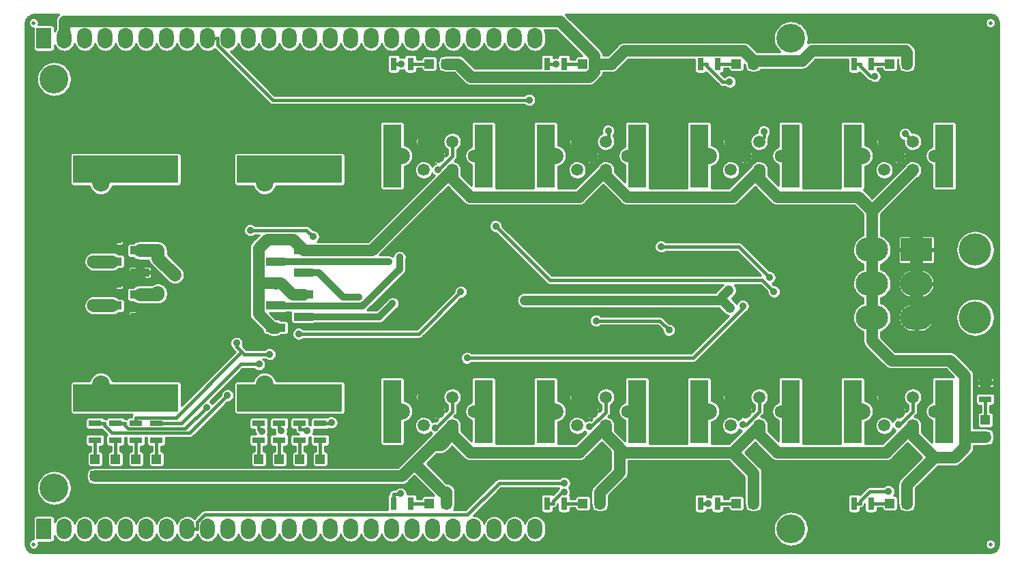
<source format=gtl>
G04 #@! TF.GenerationSoftware,KiCad,Pcbnew,6.0.0-unknown-f21face~86~ubuntu18.04.1*
G04 #@! TF.CreationDate,2019-05-20T10:49:21-04:00*
G04 #@! TF.ProjectId,backlight_controller_5x3,6261636b-6c69-4676-9874-5f636f6e7472,1.3*
G04 #@! TF.SameCoordinates,Original*
G04 #@! TF.FileFunction,Copper,L1,Top*
G04 #@! TF.FilePolarity,Positive*
%FSLAX46Y46*%
G04 Gerber Fmt 4.6, Leading zero omitted, Abs format (unit mm)*
G04 Created by KiCad (PCBNEW 6.0.0-unknown-f21face~86~ubuntu18.04.1) date 2019-05-20 10:49:21*
%MOMM*%
%LPD*%
G04 APERTURE LIST*
%ADD10C,1.600000*%
%ADD11C,2.000000*%
%ADD12R,2.250000X7.850000*%
%ADD13C,1.500000*%
%ADD14R,1.193800X1.193800*%
%ADD15R,1.600200X0.787400*%
%ADD16R,0.787400X1.600200*%
%ADD17O,1.854200X2.540000*%
%ADD18R,1.854200X2.540000*%
%ADD19C,2.200000*%
%ADD20R,13.000000X3.400000*%
%ADD21R,13.000000X3.400001*%
%ADD22R,2.400000X1.000000*%
%ADD23C,0.500000*%
%ADD24C,3.556000*%
%ADD25O,4.000000X3.000000*%
%ADD26R,4.000000X3.000000*%
%ADD27C,4.000000*%
%ADD28C,1.219200*%
%ADD29C,0.889000*%
%ADD30C,1.625600*%
%ADD31C,1.219200*%
%ADD32C,1.422400*%
%ADD33C,1.625600*%
%ADD34C,0.406400*%
%ADD35C,0.812800*%
%ADD36C,0.254000*%
G04 APERTURE END LIST*
D10*
X125785000Y-89535000D03*
D11*
X116785000Y-89535000D03*
D12*
X126960000Y-89535000D03*
X115610000Y-89535000D03*
D13*
X119515000Y-91305000D03*
X123055000Y-91305000D03*
X123055000Y-87765000D03*
X119515000Y-87765000D03*
X121285000Y-89535000D03*
D10*
X125785000Y-121285000D03*
D11*
X116785000Y-121285000D03*
D12*
X126960000Y-121285000D03*
X115610000Y-121285000D03*
D13*
X119515000Y-123055000D03*
X123055000Y-123055000D03*
X123055000Y-119515000D03*
X119515000Y-119515000D03*
X121285000Y-121285000D03*
D10*
X144835000Y-89535000D03*
D11*
X135835000Y-89535000D03*
D12*
X146010000Y-89535000D03*
X134660000Y-89535000D03*
D13*
X138565000Y-91305000D03*
X142105000Y-91305000D03*
X142105000Y-87765000D03*
X138565000Y-87765000D03*
X140335000Y-89535000D03*
D10*
X144835000Y-121285000D03*
D11*
X135835000Y-121285000D03*
D12*
X146010000Y-121285000D03*
X134660000Y-121285000D03*
D13*
X138565000Y-123055000D03*
X142105000Y-123055000D03*
X142105000Y-119515000D03*
X138565000Y-119515000D03*
X140335000Y-121285000D03*
D10*
X163885000Y-121285000D03*
D11*
X154885000Y-121285000D03*
D12*
X165060000Y-121285000D03*
X153710000Y-121285000D03*
D13*
X157615000Y-123055000D03*
X161155000Y-123055000D03*
X161155000Y-119515000D03*
X157615000Y-119515000D03*
X159385000Y-121285000D03*
D10*
X182935000Y-89535000D03*
D11*
X173935000Y-89535000D03*
D12*
X184110000Y-89535000D03*
X172760000Y-89535000D03*
D13*
X176665000Y-91305000D03*
X180205000Y-91305000D03*
X180205000Y-87765000D03*
X176665000Y-87765000D03*
X178435000Y-89535000D03*
D10*
X163885000Y-89535000D03*
D11*
X154885000Y-89535000D03*
D12*
X165060000Y-89535000D03*
X153710000Y-89535000D03*
D13*
X157615000Y-91305000D03*
X161155000Y-91305000D03*
X161155000Y-87765000D03*
X157615000Y-87765000D03*
X159385000Y-89535000D03*
D10*
X182935000Y-121285000D03*
D11*
X173935000Y-121285000D03*
D12*
X184110000Y-121285000D03*
X172760000Y-121285000D03*
D13*
X176665000Y-123055000D03*
X180205000Y-123055000D03*
X180205000Y-119515000D03*
X176665000Y-119515000D03*
X178435000Y-121285000D03*
D14*
X78740000Y-129324100D03*
X78740000Y-127215900D03*
X189230000Y-124460100D03*
X189230000Y-122351900D03*
X179489100Y-78105000D03*
X177380900Y-78105000D03*
X179489100Y-132715000D03*
X177380900Y-132715000D03*
X160439100Y-132715000D03*
X158330900Y-132715000D03*
X81280000Y-129324100D03*
X81280000Y-127215900D03*
X160439100Y-78105000D03*
X158330900Y-78105000D03*
X141389100Y-132715000D03*
X139280900Y-132715000D03*
X86360000Y-129324100D03*
X86360000Y-127215900D03*
X141389100Y-78105000D03*
X139280900Y-78105000D03*
X122339100Y-132715000D03*
X120230900Y-132715000D03*
X99060000Y-129324100D03*
X99060000Y-127215900D03*
X122339100Y-78105000D03*
X120230900Y-78105000D03*
X101600000Y-129324100D03*
X101600000Y-127215900D03*
X106680000Y-129324100D03*
X106680000Y-127215900D03*
X104140000Y-129324100D03*
X104140000Y-127215900D03*
X83820000Y-129324100D03*
X83820000Y-127215900D03*
D15*
X99060000Y-124866400D03*
X99060000Y-122783600D03*
X101600000Y-124866400D03*
X101600000Y-122783600D03*
X86360000Y-124866400D03*
X86360000Y-122783600D03*
X83820000Y-124866400D03*
X83820000Y-122783600D03*
X81280000Y-124866400D03*
X81280000Y-122783600D03*
X104140000Y-124866400D03*
X104140000Y-122783600D03*
X78740000Y-124866400D03*
X78740000Y-122783600D03*
X189230000Y-119786400D03*
X189230000Y-117703600D03*
X106680000Y-124866400D03*
X106680000Y-122783600D03*
D16*
X175031400Y-132715000D03*
X172948600Y-132715000D03*
X117881400Y-78105000D03*
X115798600Y-78105000D03*
X155981400Y-78105000D03*
X153898600Y-78105000D03*
X117881400Y-132715000D03*
X115798600Y-132715000D03*
X155981400Y-132715000D03*
X153898600Y-132715000D03*
X175031400Y-78105000D03*
X172948600Y-78105000D03*
X136931400Y-78105000D03*
X134848600Y-78105000D03*
X136931400Y-132715000D03*
X134848600Y-132715000D03*
D17*
X133350000Y-135890000D03*
X130810000Y-135890000D03*
X128270000Y-135890000D03*
X125730000Y-135890000D03*
X123190000Y-135890000D03*
X120650000Y-135890000D03*
X118110000Y-135890000D03*
X115570000Y-135890000D03*
X113030000Y-135890000D03*
X110490000Y-135890000D03*
X107950000Y-135890000D03*
X105410000Y-135890000D03*
X102870000Y-135890000D03*
D18*
X72390000Y-135890000D03*
D17*
X74930000Y-135890000D03*
X77470000Y-135890000D03*
X80010000Y-135890000D03*
X82550000Y-135890000D03*
X85090000Y-135890000D03*
X87630000Y-135890000D03*
X90170000Y-135890000D03*
X92710000Y-135890000D03*
X95250000Y-135890000D03*
X97790000Y-135890000D03*
X100330000Y-135890000D03*
X133350000Y-74930000D03*
X130810000Y-74930000D03*
X128270000Y-74930000D03*
X125730000Y-74930000D03*
X123190000Y-74930000D03*
X120650000Y-74930000D03*
X118110000Y-74930000D03*
X115570000Y-74930000D03*
X113030000Y-74930000D03*
X110490000Y-74930000D03*
X107950000Y-74930000D03*
X105410000Y-74930000D03*
X102870000Y-74930000D03*
D18*
X72390000Y-74930000D03*
D17*
X74930000Y-74930000D03*
X77470000Y-74930000D03*
X80010000Y-74930000D03*
X82550000Y-74930000D03*
X85090000Y-74930000D03*
X87630000Y-74930000D03*
X90170000Y-74930000D03*
X92710000Y-74930000D03*
X95250000Y-74930000D03*
X97790000Y-74930000D03*
X100330000Y-74930000D03*
D19*
X79450000Y-92910000D03*
X79450000Y-117910000D03*
D20*
X82550000Y-119610000D03*
D21*
X82550000Y-91210000D03*
D22*
X80830000Y-110890000D03*
X80830000Y-108150000D03*
X80830000Y-105410000D03*
X80830000Y-102670000D03*
X80830000Y-99930000D03*
X84270000Y-109520000D03*
X84270000Y-106780000D03*
X84270000Y-104040000D03*
X84270000Y-101300000D03*
D19*
X99770000Y-92910000D03*
X99770000Y-117910000D03*
D20*
X102870000Y-119610000D03*
D21*
X102870000Y-91210000D03*
D22*
X101150000Y-110890000D03*
X101150000Y-108150000D03*
X101150000Y-105410000D03*
X101150000Y-102670000D03*
X101150000Y-99930000D03*
X104590000Y-109520000D03*
X104590000Y-106780000D03*
X104590000Y-104040000D03*
X104590000Y-101300000D03*
D23*
X71120000Y-137795000D03*
X189865000Y-137795000D03*
X189865000Y-73025000D03*
X71120000Y-73025000D03*
D24*
X73660000Y-80010000D03*
X165100000Y-74930000D03*
X165100000Y-135890000D03*
X73660000Y-130810000D03*
D25*
X175160000Y-109610000D03*
X175160000Y-105410000D03*
X175160000Y-101210000D03*
X180660000Y-109610000D03*
X180660000Y-105410000D03*
D26*
X180660000Y-101210000D03*
D27*
X187960000Y-109610000D03*
X187960000Y-101210000D03*
D28*
X157365100Y-106248900D03*
X157525500Y-108444300D03*
X132061000Y-107482500D03*
D29*
X92837100Y-129324000D03*
X99276600Y-100659100D03*
X120737600Y-93622400D03*
X122235000Y-124879400D03*
D30*
X76219400Y-94940500D03*
D29*
X132596400Y-82593600D03*
X136962900Y-130195600D03*
X140900900Y-110023900D03*
X149953600Y-111192300D03*
D30*
X78562900Y-102670000D03*
X78562900Y-108150000D03*
X88620800Y-104319900D03*
X86537100Y-106522900D03*
D29*
X111471800Y-107105400D03*
X115658400Y-107879300D03*
X115181200Y-102672000D03*
X116532700Y-102127500D03*
X116741800Y-78105000D03*
X128463700Y-98289100D03*
X162979200Y-106411300D03*
X124896100Y-114655700D03*
X159137800Y-108181700D03*
X116632700Y-131512100D03*
X148982100Y-100806400D03*
X162439600Y-104649400D03*
X135938600Y-78164500D03*
X136931400Y-131320500D03*
X157486800Y-80334000D03*
X154860600Y-132715000D03*
X175483100Y-79637400D03*
X177192900Y-131198700D03*
X95157900Y-119298200D03*
X92579600Y-120788600D03*
X98005900Y-98772100D03*
X105780600Y-99562500D03*
X96294500Y-112807200D03*
X100399200Y-114185000D03*
X99088300Y-115438700D03*
X104019400Y-111653400D03*
X124119300Y-106441700D03*
X99409800Y-123745600D03*
X101829500Y-123726300D03*
X105047800Y-123736600D03*
X108071100Y-122663800D03*
X121267700Y-91270400D03*
X120967300Y-123319400D03*
X142431000Y-86418600D03*
X140090200Y-123200500D03*
X161740300Y-86510800D03*
X159170400Y-122899400D03*
X179259900Y-86819900D03*
X178446900Y-122933900D03*
D31*
X156627500Y-107482500D02*
X156627500Y-106986500D01*
X156627500Y-106986500D02*
X157365100Y-106248900D01*
X157525500Y-108444300D02*
X156627500Y-107546300D01*
X156627500Y-107546300D02*
X156627500Y-107482500D01*
X156627500Y-107482500D02*
X132061000Y-107482500D01*
D32*
X122339100Y-132715000D02*
X122339100Y-131279900D01*
X118357200Y-127752800D02*
X121884300Y-131279900D01*
X121884300Y-131279900D02*
X122339100Y-131279900D01*
X118357200Y-127752800D02*
X120650700Y-125459300D01*
X106680100Y-129324000D02*
X116786000Y-129324000D01*
X116786000Y-129324000D02*
X118357200Y-127752800D01*
X92837100Y-129324000D02*
X99059900Y-129324000D01*
X86360100Y-129324000D02*
X92837100Y-129324000D01*
X78740100Y-129324000D02*
X78740000Y-129324100D01*
X78740100Y-129324000D02*
X81280100Y-129324000D01*
X78740000Y-129324000D02*
X78740100Y-129324000D01*
X99365800Y-100659100D02*
X99276600Y-100659100D01*
X101150000Y-99930000D02*
X100095000Y-99930000D01*
X100095000Y-99930000D02*
X99365800Y-100659100D01*
X99365800Y-100659100D02*
X98984800Y-101040000D01*
X98984800Y-101040000D02*
X98984800Y-105335000D01*
X141389100Y-78105000D02*
X142824200Y-78105000D01*
X142824200Y-78105000D02*
X144437500Y-76491700D01*
X144437500Y-76491700D02*
X159232100Y-76491700D01*
X159232100Y-76491700D02*
X160439100Y-77698700D01*
X140690900Y-78105000D02*
X141389100Y-78105000D01*
X140690900Y-78105000D02*
X140690900Y-77101800D01*
X140690900Y-77101800D02*
X136410900Y-72821800D01*
X136410900Y-72821800D02*
X74930000Y-72821800D01*
X123774200Y-78105000D02*
X125387400Y-79718200D01*
X125387400Y-79718200D02*
X140011400Y-79718200D01*
X140011400Y-79718200D02*
X140690900Y-79038700D01*
X140690900Y-79038700D02*
X140690900Y-78105000D01*
X122339100Y-78105000D02*
X123774200Y-78105000D01*
X106680100Y-129324000D02*
X106680000Y-129324100D01*
X104140000Y-129324000D02*
X106680100Y-129324000D01*
X99059900Y-129324000D02*
X99060000Y-129324100D01*
X99059900Y-129324000D02*
X101600000Y-129324000D01*
X86360100Y-129324000D02*
X86360000Y-129324100D01*
X83820100Y-129324000D02*
X86360100Y-129324000D01*
X81280100Y-129324000D02*
X83820100Y-129324000D01*
X81280100Y-129324000D02*
X81280000Y-129324100D01*
X189229900Y-124460000D02*
X189230000Y-124460100D01*
X189229900Y-124460000D02*
X186690000Y-124460000D01*
X189230000Y-124460000D02*
X189229900Y-124460000D01*
X74930000Y-74930000D02*
X74930000Y-72821800D01*
X160439100Y-77698700D02*
X166484200Y-77698700D01*
X166484200Y-77698700D02*
X167691200Y-76491700D01*
X167691200Y-76491700D02*
X179310900Y-76491700D01*
X179310900Y-76491700D02*
X179489100Y-76669900D01*
X120737600Y-93622400D02*
X123055000Y-91305000D01*
X104590000Y-101300000D02*
X113060000Y-101300000D01*
X113060000Y-101300000D02*
X120737600Y-93622400D01*
X101600000Y-129324000D02*
X104140000Y-129324000D01*
X101600000Y-129324000D02*
X101600000Y-129324100D01*
X179489100Y-78105000D02*
X179489100Y-76669900D01*
X160439100Y-78105000D02*
X160439100Y-77698700D01*
X141389100Y-132715000D02*
X141389100Y-131279900D01*
X142105000Y-123055000D02*
X142105000Y-124116000D01*
X142105000Y-124116000D02*
X143802000Y-125813000D01*
X143802000Y-125813000D02*
X143802000Y-128867000D01*
X143802000Y-128867000D02*
X141389100Y-131279900D01*
X143802000Y-125813000D02*
X144354000Y-126365000D01*
X144354000Y-126365000D02*
X157845000Y-126365000D01*
X104140000Y-129324000D02*
X104140000Y-129324100D01*
X83820100Y-129324000D02*
X83820000Y-129324100D01*
X120650700Y-125459300D02*
X121655100Y-125459300D01*
X121655100Y-125459300D02*
X122235000Y-124879400D01*
X120650700Y-125459300D02*
X123055000Y-123055000D01*
X182880000Y-127000000D02*
X180205000Y-124325000D01*
X180205000Y-124325000D02*
X180205000Y-123055000D01*
X186690000Y-124460000D02*
X186690000Y-125730000D01*
X186690000Y-125730000D02*
X185420000Y-127000000D01*
X185420000Y-127000000D02*
X182880000Y-127000000D01*
X179489100Y-132715000D02*
X179489100Y-130390900D01*
X179489100Y-130390900D02*
X182880000Y-127000000D01*
X157845000Y-126365000D02*
X161155000Y-123055000D01*
X160439100Y-132715000D02*
X160439100Y-128959100D01*
X160439100Y-128959100D02*
X157845000Y-126365000D01*
X123055000Y-123055000D02*
X123055000Y-124116000D01*
X123055000Y-124116000D02*
X125304000Y-126365000D01*
X125304000Y-126365000D02*
X138795000Y-126365000D01*
X138795000Y-126365000D02*
X142105000Y-123055000D01*
X175160000Y-105410000D02*
X175160000Y-109610000D01*
X175160000Y-101210000D02*
X175160000Y-105410000D01*
X175160000Y-109610000D02*
X175160000Y-112532000D01*
X175160000Y-112532000D02*
X177563000Y-114935000D01*
X177563000Y-114935000D02*
X184785000Y-114935000D01*
X184785000Y-114935000D02*
X186690000Y-116840000D01*
X186690000Y-116840000D02*
X186690000Y-124460000D01*
X101075000Y-105335000D02*
X101775000Y-105335000D01*
X101775000Y-105335000D02*
X103220000Y-106780000D01*
X103220000Y-106780000D02*
X104590000Y-106780000D01*
X98984800Y-105335000D02*
X101075000Y-105335000D01*
X101075000Y-105335000D02*
X101150000Y-105410000D01*
X98984800Y-105335000D02*
X98984800Y-109145000D01*
X98984800Y-109145000D02*
X100730000Y-110890000D01*
X100730000Y-110890000D02*
X101150000Y-110890000D01*
X101150000Y-99930000D02*
X103220000Y-99930000D01*
X103220000Y-99930000D02*
X104590000Y-101300000D01*
X161155000Y-123055000D02*
X161155000Y-124116000D01*
X161155000Y-124116000D02*
X163404000Y-126365000D01*
X163404000Y-126365000D02*
X176895000Y-126365000D01*
X176895000Y-126365000D02*
X180205000Y-123055000D01*
X161155000Y-91305000D02*
X161155000Y-92365700D01*
X161155000Y-92365700D02*
X163404000Y-94615000D01*
X163404000Y-94615000D02*
X173425000Y-94615000D01*
X173425000Y-94615000D02*
X175160000Y-96350000D01*
X123055000Y-91305000D02*
X123055000Y-92365700D01*
X123055000Y-92365700D02*
X125304000Y-94615000D01*
X125304000Y-94615000D02*
X138795000Y-94615000D01*
X138795000Y-94615000D02*
X142105000Y-91305000D01*
X142105000Y-91305000D02*
X142105000Y-91940000D01*
X142105000Y-91940000D02*
X144780000Y-94615000D01*
X144780000Y-94615000D02*
X157845000Y-94615000D01*
X157845000Y-94615000D02*
X161155000Y-91305000D01*
X175160000Y-101210000D02*
X175160000Y-96350000D01*
X175160000Y-96350000D02*
X180205000Y-91305000D01*
D33*
X120851000Y-118179000D02*
X115875100Y-113203100D01*
X115875100Y-113203100D02*
X101653700Y-113203100D01*
X101653700Y-113203100D02*
X101119000Y-112668400D01*
X101119000Y-112668400D02*
X98474600Y-112668400D01*
X98474600Y-112668400D02*
X95326200Y-109520000D01*
X95326200Y-109520000D02*
X84270000Y-109520000D01*
X78562900Y-105410000D02*
X76640500Y-107332400D01*
X76640500Y-107332400D02*
X76640500Y-108967600D01*
X76640500Y-108967600D02*
X78562900Y-110890000D01*
X180660000Y-101210000D02*
X180660000Y-98642900D01*
X175518400Y-85348400D02*
X176378100Y-84488700D01*
X176378100Y-84488700D02*
X185653000Y-84488700D01*
X185653000Y-84488700D02*
X186302200Y-85137900D01*
X186302200Y-85137900D02*
X186302200Y-93963400D01*
X186302200Y-93963400D02*
X181622700Y-98642900D01*
X181622700Y-98642900D02*
X180660000Y-98642900D01*
X175518400Y-85348400D02*
X176665000Y-86495000D01*
X176665000Y-86495000D02*
X176665000Y-87765000D01*
X157615000Y-87765000D02*
X160925000Y-84455000D01*
X160925000Y-84455000D02*
X174625000Y-84455000D01*
X174625000Y-84455000D02*
X175518400Y-85348400D01*
X80830000Y-110890000D02*
X83097100Y-110890000D01*
X84270000Y-109520000D02*
X83097100Y-110692900D01*
X83097100Y-110692900D02*
X83097100Y-110890000D01*
X80830000Y-110890000D02*
X78562900Y-110890000D01*
X80830000Y-105410000D02*
X78562900Y-105410000D01*
X78562900Y-99930000D02*
X76682900Y-101810000D01*
X76682900Y-101810000D02*
X76682900Y-103530000D01*
X76682900Y-103530000D02*
X78562900Y-105410000D01*
X76219400Y-94940500D02*
X78562900Y-97284000D01*
X78562900Y-97284000D02*
X78562900Y-99930000D01*
X80830000Y-99930000D02*
X78562900Y-99930000D01*
X121094600Y-86185400D02*
X119452100Y-84542900D01*
X119452100Y-84542900D02*
X99697800Y-84542900D01*
X99697800Y-84542900D02*
X85010300Y-99230400D01*
X85010300Y-99230400D02*
X81529600Y-99230400D01*
X81529600Y-99230400D02*
X80830000Y-99930000D01*
X120851000Y-118179000D02*
X122825000Y-116205000D01*
X122825000Y-116205000D02*
X136550000Y-116205000D01*
X136550000Y-116205000D02*
X138565000Y-118220000D01*
X119515000Y-119515000D02*
X120851000Y-118179000D01*
X180660000Y-107510000D02*
X189230000Y-116080000D01*
X189230000Y-116080000D02*
X189230000Y-117703600D01*
X180660000Y-107510000D02*
X180660000Y-109610000D01*
X180660000Y-105410000D02*
X180660000Y-107510000D01*
X121094600Y-86185400D02*
X122825000Y-84455000D01*
X122825000Y-84455000D02*
X136550000Y-84455000D01*
X136550000Y-84455000D02*
X138565000Y-86469800D01*
X138565000Y-86469800D02*
X138565000Y-87765000D01*
X119515000Y-87765000D02*
X121094600Y-86185400D01*
X80830000Y-105410000D02*
X81574100Y-104665900D01*
X81574100Y-104665900D02*
X83644100Y-104665900D01*
X83644100Y-104665900D02*
X84270000Y-104040000D01*
X180660000Y-101210000D02*
X180660000Y-105410000D01*
X138565000Y-118454000D02*
X138565000Y-118220000D01*
X138565000Y-119515000D02*
X138565000Y-118454000D01*
X138565000Y-118220000D02*
X138565000Y-117975000D01*
X138565000Y-117975000D02*
X140335000Y-116205000D01*
X140335000Y-116205000D02*
X155600000Y-116205000D01*
X155600000Y-116205000D02*
X157615000Y-118220000D01*
X157615000Y-118220000D02*
X157615000Y-117975000D01*
X157615000Y-117975000D02*
X159385000Y-116205000D01*
X159385000Y-116205000D02*
X174650000Y-116205000D01*
X174650000Y-116205000D02*
X176665000Y-118220000D01*
X176665000Y-118220000D02*
X176665000Y-119515000D01*
X157615000Y-118454000D02*
X157615000Y-118220000D01*
X157615000Y-119515000D02*
X157615000Y-118454000D01*
X138565000Y-87765000D02*
X141875000Y-84455000D01*
X141875000Y-84455000D02*
X155600000Y-84455000D01*
X155600000Y-84455000D02*
X157615000Y-86469800D01*
X157615000Y-86469800D02*
X157615000Y-87765000D01*
X157615000Y-118454000D02*
X157615000Y-119515000D01*
X157615000Y-118220000D02*
X157615000Y-118454000D01*
X138565000Y-118220000D02*
X138565000Y-118454000D01*
X138565000Y-118454000D02*
X138565000Y-119515000D01*
X178435000Y-121285000D02*
X176665000Y-119515000D01*
X159385000Y-121285000D02*
X157615000Y-119515000D01*
X140335000Y-121285000D02*
X138565000Y-119515000D01*
X121285000Y-121285000D02*
X119515000Y-119515000D01*
X178435000Y-89535000D02*
X176665000Y-87765000D01*
X159385000Y-89535000D02*
X157615000Y-87765000D01*
X140335000Y-89535000D02*
X138565000Y-87765000D01*
X121285000Y-89535000D02*
X119515000Y-87765000D01*
D34*
X92710000Y-74930000D02*
X93967300Y-74930000D01*
X132596400Y-82593600D02*
X100767000Y-82593600D01*
X100767000Y-82593600D02*
X93967300Y-75793900D01*
X93967300Y-75793900D02*
X93967300Y-74930000D01*
X90170000Y-135890000D02*
X91427300Y-135890000D01*
X136962900Y-130195600D02*
X128877600Y-130195600D01*
X128877600Y-130195600D02*
X124930500Y-134142700D01*
X124930500Y-134142700D02*
X92310700Y-134142700D01*
X92310700Y-134142700D02*
X91427300Y-135026100D01*
X91427300Y-135026100D02*
X91427300Y-135890000D01*
X140900900Y-110023900D02*
X148785200Y-110023900D01*
X148785200Y-110023900D02*
X149953600Y-111192300D01*
D33*
X80830000Y-102670000D02*
X78562900Y-102670000D01*
X80830000Y-108150000D02*
X78562900Y-108150000D01*
X84270000Y-101300000D02*
X86537100Y-101300000D01*
X88620800Y-104319900D02*
X86537100Y-102236200D01*
X86537100Y-102236200D02*
X86537100Y-101300000D01*
X86537100Y-106780000D02*
X86537100Y-106522900D01*
X84270000Y-106780000D02*
X86537100Y-106780000D01*
D35*
X106450700Y-104040000D02*
X109516100Y-107105400D01*
X109516100Y-107105400D02*
X111471800Y-107105400D01*
X104590000Y-104040000D02*
X106450700Y-104040000D01*
X106450700Y-109520000D02*
X114017700Y-109520000D01*
X114017700Y-109520000D02*
X115658400Y-107879300D01*
X104590000Y-109520000D02*
X106450700Y-109520000D01*
X103010700Y-102670000D02*
X103012700Y-102672000D01*
X103012700Y-102672000D02*
X115181200Y-102672000D01*
X101150000Y-102670000D02*
X103010700Y-102670000D01*
X101150000Y-108150000D02*
X101210600Y-108210600D01*
X101210600Y-108210600D02*
X111929600Y-108210600D01*
X111929600Y-108210600D02*
X116532700Y-103607500D01*
X116532700Y-103607500D02*
X116532700Y-102127500D01*
D34*
X128463700Y-98289100D02*
X135155400Y-104980800D01*
X135155400Y-104980800D02*
X161548700Y-104980800D01*
X161548700Y-104980800D02*
X162979200Y-106411300D01*
X116522500Y-78105000D02*
X116741800Y-78105000D01*
X115798600Y-78105000D02*
X116522500Y-78105000D01*
X115798600Y-131584700D02*
X116560100Y-131584700D01*
X116560100Y-131584700D02*
X116632700Y-131512100D01*
X159137800Y-108181700D02*
X159137800Y-108447800D01*
X159137800Y-108447800D02*
X152929900Y-114655700D01*
X152929900Y-114655700D02*
X124896100Y-114655700D01*
X115798600Y-132715000D02*
X115798600Y-131584700D01*
X162439600Y-104649400D02*
X158596600Y-100806400D01*
X158596600Y-100806400D02*
X148982100Y-100806400D01*
X135572500Y-78105000D02*
X135632000Y-78164500D01*
X135632000Y-78164500D02*
X135938600Y-78164500D01*
X134848600Y-78105000D02*
X135572500Y-78105000D01*
X134848600Y-132715000D02*
X135572500Y-132715000D01*
X135572500Y-132715000D02*
X135572500Y-132421300D01*
X135572500Y-132421300D02*
X136673300Y-131320500D01*
X136673300Y-131320500D02*
X136931400Y-131320500D01*
X153898600Y-78105000D02*
X154622500Y-78105000D01*
X154622500Y-78105000D02*
X154622500Y-78376500D01*
X154622500Y-78376500D02*
X156580000Y-80334000D01*
X156580000Y-80334000D02*
X157486800Y-80334000D01*
X154622500Y-132715000D02*
X154860600Y-132715000D01*
X153898600Y-132715000D02*
X154622500Y-132715000D01*
X172948600Y-78105000D02*
X173672500Y-78105000D01*
X173672500Y-78105000D02*
X173672500Y-78376500D01*
X173672500Y-78376500D02*
X174933400Y-79637400D01*
X174933400Y-79637400D02*
X175483100Y-79637400D01*
X173672500Y-132715000D02*
X173672500Y-132443500D01*
X173672500Y-132443500D02*
X174917300Y-131198700D01*
X174917300Y-131198700D02*
X177192900Y-131198700D01*
X172948600Y-132715000D02*
X173672500Y-132715000D01*
X79870300Y-122783600D02*
X79870300Y-123045800D01*
X79870300Y-123045800D02*
X80815300Y-123990800D01*
X80815300Y-123990800D02*
X90465300Y-123990800D01*
X90465300Y-123990800D02*
X95157900Y-119298200D01*
X78740000Y-122783600D02*
X79870300Y-122783600D01*
X82410300Y-122783600D02*
X82410300Y-122999200D01*
X82410300Y-122999200D02*
X82893500Y-123482400D01*
X82893500Y-123482400D02*
X89885800Y-123482400D01*
X89885800Y-123482400D02*
X92579600Y-120788600D01*
X81280000Y-122783600D02*
X82410300Y-122783600D01*
X98005900Y-98772100D02*
X104990200Y-98772100D01*
X104990200Y-98772100D02*
X105780600Y-99562500D01*
X96943000Y-113890200D02*
X96294500Y-113241800D01*
X96294500Y-113241800D02*
X96294500Y-112807200D01*
X100399200Y-114185000D02*
X97237700Y-114185000D01*
X97237700Y-114185000D02*
X96943000Y-113890200D01*
X96943000Y-113890200D02*
X88773500Y-122059700D01*
X88773500Y-122059700D02*
X83820000Y-122059700D01*
X83820000Y-122783600D02*
X83820000Y-122059700D01*
X99088300Y-115438700D02*
X96789200Y-115438700D01*
X96789200Y-115438700D02*
X89444300Y-122783600D01*
X89444300Y-122783600D02*
X86360000Y-122783600D01*
X104019400Y-111653400D02*
X118907600Y-111653400D01*
X118907600Y-111653400D02*
X124119300Y-106441700D01*
X99409800Y-123745600D02*
X99171700Y-123507500D01*
X99171700Y-123507500D02*
X99060000Y-123507500D01*
X99060000Y-122783600D02*
X99060000Y-123507500D01*
X101600000Y-123507500D02*
X101818800Y-123726300D01*
X101818800Y-123726300D02*
X101829500Y-123726300D01*
X101600000Y-122783600D02*
X101600000Y-123507500D01*
X104140000Y-123507500D02*
X104818700Y-123507500D01*
X104818700Y-123507500D02*
X105047800Y-123736600D01*
X104140000Y-122783600D02*
X104140000Y-123507500D01*
X106680000Y-122783600D02*
X107810300Y-122783600D01*
X108071100Y-122663800D02*
X107930100Y-122663800D01*
X107930100Y-122663800D02*
X107810300Y-122783600D01*
X123055000Y-87765000D02*
X123055000Y-89616600D01*
X123055000Y-89616600D02*
X121401200Y-91270400D01*
X121401200Y-91270400D02*
X121267700Y-91270400D01*
X123055000Y-119515000D02*
X123055000Y-121318900D01*
X123055000Y-121318900D02*
X121054500Y-123319400D01*
X121054500Y-123319400D02*
X120967300Y-123319400D01*
X142105000Y-87765000D02*
X142431000Y-87439000D01*
X142431000Y-87439000D02*
X142431000Y-86418600D01*
X142105000Y-119515000D02*
X142105000Y-121387100D01*
X142105000Y-121387100D02*
X140291600Y-123200500D01*
X140291600Y-123200500D02*
X140090200Y-123200500D01*
X161155000Y-87765000D02*
X161740300Y-87179700D01*
X161740300Y-87179700D02*
X161740300Y-86510800D01*
X161155000Y-119515000D02*
X161155000Y-121322800D01*
X161155000Y-121322800D02*
X159578400Y-122899400D01*
X159578400Y-122899400D02*
X159170400Y-122899400D01*
X180205000Y-87765000D02*
X179259900Y-86819900D01*
X180205000Y-119515000D02*
X180205000Y-121338000D01*
X180205000Y-121338000D02*
X178609100Y-122933900D01*
X178609100Y-122933900D02*
X178446900Y-122933900D01*
X83820000Y-124866400D02*
X83820000Y-127215900D01*
X104140000Y-124866400D02*
X104140000Y-127215900D01*
X106680000Y-124866400D02*
X106680000Y-127215900D01*
X101600000Y-124866400D02*
X101600000Y-127215900D01*
X117881400Y-78105000D02*
X120230900Y-78105000D01*
X99060000Y-124866400D02*
X99060000Y-127215900D01*
X117881400Y-132715000D02*
X120230900Y-132715000D01*
X136931400Y-78105000D02*
X139280900Y-78105000D01*
X86360000Y-124866400D02*
X86360000Y-127215900D01*
X136931400Y-132715000D02*
X139280900Y-132715000D01*
X155981400Y-78105000D02*
X158330900Y-78105000D01*
X81280000Y-124866400D02*
X81280000Y-127215900D01*
X155981400Y-132715000D02*
X158330900Y-132715000D01*
X175031400Y-132715000D02*
X177380900Y-132715000D01*
X175031400Y-78105000D02*
X177380900Y-78105000D01*
X189230000Y-119786400D02*
X189230000Y-122351900D01*
X78740000Y-124866400D02*
X78740000Y-127215900D01*
D36*
G36*
X74193451Y-72011555D02*
G01*
X74172867Y-72027742D01*
X74121576Y-72086936D01*
X74067569Y-72143576D01*
X74053422Y-72165589D01*
X74036273Y-72185380D01*
X73997114Y-72253206D01*
X73954799Y-72319049D01*
X73945072Y-72343345D01*
X73931981Y-72366020D01*
X73906367Y-72440026D01*
X73877276Y-72512692D01*
X73874475Y-72532170D01*
X73863759Y-72563133D01*
X73834075Y-72769595D01*
X73837801Y-72847812D01*
X73837801Y-73866322D01*
X73792826Y-73930553D01*
X73703368Y-74122395D01*
X73703368Y-73660000D01*
X73691548Y-73565177D01*
X73640471Y-73448731D01*
X73554351Y-73355180D01*
X73442521Y-73294661D01*
X73317100Y-73273732D01*
X71703326Y-73273732D01*
X71711352Y-73259133D01*
X71751000Y-73104714D01*
X71751000Y-72945286D01*
X71711352Y-72790867D01*
X71634547Y-72651160D01*
X71525411Y-72534942D01*
X71390802Y-72449516D01*
X71239177Y-72400251D01*
X71080064Y-72390240D01*
X70923461Y-72420114D01*
X70779206Y-72487995D01*
X70656365Y-72589618D01*
X70562656Y-72718597D01*
X70503967Y-72866830D01*
X70483985Y-73025000D01*
X70503967Y-73183170D01*
X70562656Y-73331403D01*
X70656365Y-73460382D01*
X70779206Y-73562005D01*
X70923461Y-73629886D01*
X71076777Y-73659133D01*
X71076632Y-73660000D01*
X71076632Y-76200000D01*
X71088452Y-76294823D01*
X71139529Y-76411269D01*
X71225649Y-76504820D01*
X71337479Y-76565339D01*
X71462900Y-76586268D01*
X73317100Y-76586268D01*
X73411923Y-76574448D01*
X73528369Y-76523371D01*
X73621920Y-76437251D01*
X73682439Y-76325421D01*
X73703368Y-76200000D01*
X73703368Y-75737606D01*
X73792826Y-75929448D01*
X73924111Y-76116942D01*
X74085959Y-76278790D01*
X74273453Y-76410074D01*
X74480896Y-76506807D01*
X74701984Y-76566047D01*
X74930000Y-76585996D01*
X75158017Y-76566047D01*
X75379105Y-76506807D01*
X75586548Y-76410074D01*
X75774042Y-76278790D01*
X75935890Y-76116942D01*
X76067174Y-75929448D01*
X76163907Y-75722005D01*
X76200000Y-75587303D01*
X76236093Y-75722005D01*
X76332826Y-75929448D01*
X76464111Y-76116942D01*
X76625959Y-76278790D01*
X76813453Y-76410074D01*
X77020896Y-76506807D01*
X77241984Y-76566047D01*
X77470000Y-76585996D01*
X77698017Y-76566047D01*
X77919105Y-76506807D01*
X78126548Y-76410074D01*
X78314042Y-76278790D01*
X78475890Y-76116942D01*
X78607174Y-75929448D01*
X78703907Y-75722005D01*
X78740000Y-75587303D01*
X78776093Y-75722005D01*
X78872826Y-75929448D01*
X79004111Y-76116942D01*
X79165959Y-76278790D01*
X79353453Y-76410074D01*
X79560896Y-76506807D01*
X79781984Y-76566047D01*
X80010000Y-76585996D01*
X80238017Y-76566047D01*
X80459105Y-76506807D01*
X80666548Y-76410074D01*
X80854042Y-76278790D01*
X81015890Y-76116942D01*
X81147174Y-75929448D01*
X81243907Y-75722005D01*
X81280000Y-75587303D01*
X81316093Y-75722005D01*
X81412826Y-75929448D01*
X81544111Y-76116942D01*
X81705959Y-76278790D01*
X81893453Y-76410074D01*
X82100896Y-76506807D01*
X82321984Y-76566047D01*
X82550000Y-76585996D01*
X82778017Y-76566047D01*
X82999105Y-76506807D01*
X83206548Y-76410074D01*
X83394042Y-76278790D01*
X83555890Y-76116942D01*
X83687174Y-75929448D01*
X83783907Y-75722005D01*
X83820000Y-75587303D01*
X83856093Y-75722005D01*
X83952826Y-75929448D01*
X84084111Y-76116942D01*
X84245959Y-76278790D01*
X84433453Y-76410074D01*
X84640896Y-76506807D01*
X84861984Y-76566047D01*
X85090000Y-76585996D01*
X85318017Y-76566047D01*
X85539105Y-76506807D01*
X85746548Y-76410074D01*
X85934042Y-76278790D01*
X86095890Y-76116942D01*
X86227174Y-75929448D01*
X86323907Y-75722005D01*
X86360000Y-75587303D01*
X86396093Y-75722005D01*
X86492826Y-75929448D01*
X86624111Y-76116942D01*
X86785959Y-76278790D01*
X86973453Y-76410074D01*
X87180896Y-76506807D01*
X87401984Y-76566047D01*
X87630000Y-76585996D01*
X87858017Y-76566047D01*
X88079105Y-76506807D01*
X88286548Y-76410074D01*
X88474042Y-76278790D01*
X88635890Y-76116942D01*
X88767174Y-75929448D01*
X88863907Y-75722005D01*
X88900000Y-75587303D01*
X88936093Y-75722005D01*
X89032826Y-75929448D01*
X89164111Y-76116942D01*
X89325959Y-76278790D01*
X89513453Y-76410074D01*
X89720896Y-76506807D01*
X89941984Y-76566047D01*
X90170000Y-76585996D01*
X90398017Y-76566047D01*
X90619105Y-76506807D01*
X90826548Y-76410074D01*
X91014042Y-76278790D01*
X91175890Y-76116942D01*
X91307174Y-75929448D01*
X91403907Y-75722005D01*
X91440000Y-75587303D01*
X91476093Y-75722005D01*
X91572826Y-75929448D01*
X91704111Y-76116942D01*
X91865959Y-76278790D01*
X92053453Y-76410074D01*
X92260896Y-76506807D01*
X92481984Y-76566047D01*
X92710000Y-76585996D01*
X92938017Y-76566047D01*
X93159105Y-76506807D01*
X93366548Y-76410074D01*
X93554042Y-76278790D01*
X93590025Y-76242807D01*
X100326833Y-82979616D01*
X100350344Y-83010256D01*
X100472380Y-83103898D01*
X100555627Y-83138380D01*
X100614492Y-83162763D01*
X100632396Y-83165120D01*
X100728710Y-83177800D01*
X100728715Y-83177800D01*
X100767000Y-83182840D01*
X100805284Y-83177800D01*
X132012724Y-83177800D01*
X132058831Y-83226475D01*
X132207449Y-83327240D01*
X132374253Y-83393701D01*
X132551445Y-83422750D01*
X132730739Y-83413029D01*
X132903751Y-83364993D01*
X133062392Y-83280886D01*
X133199243Y-83164644D01*
X133307907Y-83021699D01*
X133383301Y-82858738D01*
X133421900Y-82683379D01*
X133421900Y-82503821D01*
X133383301Y-82328462D01*
X133307907Y-82165501D01*
X133199243Y-82022556D01*
X133062392Y-81906314D01*
X132903751Y-81822207D01*
X132730739Y-81774171D01*
X132551445Y-81764450D01*
X132374253Y-81793499D01*
X132207449Y-81859960D01*
X132058831Y-81960725D01*
X132012724Y-82009400D01*
X101008983Y-82009400D01*
X96304483Y-77304900D01*
X115018632Y-77304900D01*
X115018632Y-78905100D01*
X115030452Y-78999923D01*
X115081529Y-79116369D01*
X115167649Y-79209920D01*
X115279479Y-79270439D01*
X115404900Y-79291368D01*
X116192300Y-79291368D01*
X116287123Y-79279548D01*
X116403569Y-79228471D01*
X116497120Y-79142351D01*
X116557639Y-79030521D01*
X116576999Y-78914502D01*
X116696845Y-78934150D01*
X116876139Y-78924429D01*
X117049151Y-78876393D01*
X117101432Y-78848675D01*
X117101432Y-78905100D01*
X117113252Y-78999923D01*
X117164329Y-79116369D01*
X117250449Y-79209920D01*
X117362279Y-79270439D01*
X117487700Y-79291368D01*
X118275100Y-79291368D01*
X118369923Y-79279548D01*
X118486369Y-79228471D01*
X118579920Y-79142351D01*
X118640439Y-79030521D01*
X118661368Y-78905100D01*
X118661368Y-78689200D01*
X119247732Y-78689200D01*
X119247732Y-78701900D01*
X119259552Y-78796723D01*
X119310629Y-78913169D01*
X119396749Y-79006720D01*
X119508579Y-79067239D01*
X119634000Y-79088168D01*
X120827800Y-79088168D01*
X120922623Y-79076348D01*
X121039069Y-79025271D01*
X121132620Y-78939151D01*
X121193139Y-78827321D01*
X121214068Y-78701900D01*
X121214068Y-77508100D01*
X121202248Y-77413277D01*
X121151171Y-77296831D01*
X121065051Y-77203280D01*
X120953221Y-77142761D01*
X120827800Y-77121832D01*
X119634000Y-77121832D01*
X119539177Y-77133652D01*
X119422731Y-77184729D01*
X119329180Y-77270849D01*
X119268661Y-77382679D01*
X119247732Y-77508100D01*
X119247732Y-77520800D01*
X118661368Y-77520800D01*
X118661368Y-77304900D01*
X118649548Y-77210077D01*
X118598471Y-77093631D01*
X118512351Y-77000080D01*
X118400521Y-76939561D01*
X118275100Y-76918632D01*
X117487700Y-76918632D01*
X117392877Y-76930452D01*
X117276431Y-76981529D01*
X117182880Y-77067649D01*
X117122361Y-77179479D01*
X117101432Y-77304900D01*
X117101432Y-77361325D01*
X117049151Y-77333607D01*
X116876139Y-77285571D01*
X116696845Y-77275850D01*
X116577388Y-77295434D01*
X116566748Y-77210077D01*
X116515671Y-77093631D01*
X116429551Y-77000080D01*
X116317721Y-76939561D01*
X116192300Y-76918632D01*
X115404900Y-76918632D01*
X115310077Y-76930452D01*
X115193631Y-76981529D01*
X115100080Y-77067649D01*
X115039561Y-77179479D01*
X115018632Y-77304900D01*
X96304483Y-77304900D01*
X95547115Y-76547532D01*
X95699105Y-76506807D01*
X95906548Y-76410074D01*
X96094042Y-76278790D01*
X96255890Y-76116942D01*
X96387174Y-75929448D01*
X96483907Y-75722005D01*
X96520000Y-75587303D01*
X96556093Y-75722005D01*
X96652826Y-75929448D01*
X96784111Y-76116942D01*
X96945959Y-76278790D01*
X97133453Y-76410074D01*
X97340896Y-76506807D01*
X97561984Y-76566047D01*
X97790000Y-76585996D01*
X98018017Y-76566047D01*
X98239105Y-76506807D01*
X98446548Y-76410074D01*
X98634042Y-76278790D01*
X98795890Y-76116942D01*
X98927174Y-75929448D01*
X99023907Y-75722005D01*
X99060000Y-75587303D01*
X99096093Y-75722005D01*
X99192826Y-75929448D01*
X99324111Y-76116942D01*
X99485959Y-76278790D01*
X99673453Y-76410074D01*
X99880896Y-76506807D01*
X100101984Y-76566047D01*
X100330000Y-76585996D01*
X100558017Y-76566047D01*
X100779105Y-76506807D01*
X100986548Y-76410074D01*
X101174042Y-76278790D01*
X101335890Y-76116942D01*
X101467174Y-75929448D01*
X101563907Y-75722005D01*
X101600000Y-75587303D01*
X101636093Y-75722005D01*
X101732826Y-75929448D01*
X101864111Y-76116942D01*
X102025959Y-76278790D01*
X102213453Y-76410074D01*
X102420896Y-76506807D01*
X102641984Y-76566047D01*
X102870000Y-76585996D01*
X103098017Y-76566047D01*
X103319105Y-76506807D01*
X103526548Y-76410074D01*
X103714042Y-76278790D01*
X103875890Y-76116942D01*
X104007174Y-75929448D01*
X104103907Y-75722005D01*
X104140000Y-75587303D01*
X104176093Y-75722005D01*
X104272826Y-75929448D01*
X104404111Y-76116942D01*
X104565959Y-76278790D01*
X104753453Y-76410074D01*
X104960896Y-76506807D01*
X105181984Y-76566047D01*
X105410000Y-76585996D01*
X105638017Y-76566047D01*
X105859105Y-76506807D01*
X106066548Y-76410074D01*
X106254042Y-76278790D01*
X106415890Y-76116942D01*
X106547174Y-75929448D01*
X106643907Y-75722005D01*
X106680000Y-75587303D01*
X106716093Y-75722005D01*
X106812826Y-75929448D01*
X106944111Y-76116942D01*
X107105959Y-76278790D01*
X107293453Y-76410074D01*
X107500896Y-76506807D01*
X107721984Y-76566047D01*
X107950000Y-76585996D01*
X108178017Y-76566047D01*
X108399105Y-76506807D01*
X108606548Y-76410074D01*
X108794042Y-76278790D01*
X108955890Y-76116942D01*
X109087174Y-75929448D01*
X109183907Y-75722005D01*
X109220000Y-75587303D01*
X109256093Y-75722005D01*
X109352826Y-75929448D01*
X109484111Y-76116942D01*
X109645959Y-76278790D01*
X109833453Y-76410074D01*
X110040896Y-76506807D01*
X110261984Y-76566047D01*
X110490000Y-76585996D01*
X110718017Y-76566047D01*
X110939105Y-76506807D01*
X111146548Y-76410074D01*
X111334042Y-76278790D01*
X111495890Y-76116942D01*
X111627174Y-75929448D01*
X111723907Y-75722005D01*
X111760000Y-75587303D01*
X111796093Y-75722005D01*
X111892826Y-75929448D01*
X112024111Y-76116942D01*
X112185959Y-76278790D01*
X112373453Y-76410074D01*
X112580896Y-76506807D01*
X112801984Y-76566047D01*
X113030000Y-76585996D01*
X113258017Y-76566047D01*
X113479105Y-76506807D01*
X113686548Y-76410074D01*
X113874042Y-76278790D01*
X114035890Y-76116942D01*
X114167174Y-75929448D01*
X114263907Y-75722005D01*
X114300000Y-75587303D01*
X114336093Y-75722005D01*
X114432826Y-75929448D01*
X114564111Y-76116942D01*
X114725959Y-76278790D01*
X114913453Y-76410074D01*
X115120896Y-76506807D01*
X115341984Y-76566047D01*
X115570000Y-76585996D01*
X115798017Y-76566047D01*
X116019105Y-76506807D01*
X116226548Y-76410074D01*
X116414042Y-76278790D01*
X116575890Y-76116942D01*
X116707174Y-75929448D01*
X116803907Y-75722005D01*
X116840000Y-75587303D01*
X116876093Y-75722005D01*
X116972826Y-75929448D01*
X117104111Y-76116942D01*
X117265959Y-76278790D01*
X117453453Y-76410074D01*
X117660896Y-76506807D01*
X117881984Y-76566047D01*
X118110000Y-76585996D01*
X118338017Y-76566047D01*
X118559105Y-76506807D01*
X118766548Y-76410074D01*
X118954042Y-76278790D01*
X119115890Y-76116942D01*
X119247174Y-75929448D01*
X119343907Y-75722005D01*
X119380000Y-75587303D01*
X119416093Y-75722005D01*
X119512826Y-75929448D01*
X119644111Y-76116942D01*
X119805959Y-76278790D01*
X119993453Y-76410074D01*
X120200896Y-76506807D01*
X120421984Y-76566047D01*
X120650000Y-76585996D01*
X120878017Y-76566047D01*
X121099105Y-76506807D01*
X121306548Y-76410074D01*
X121494042Y-76278790D01*
X121655890Y-76116942D01*
X121787174Y-75929448D01*
X121883907Y-75722005D01*
X121920000Y-75587303D01*
X121956093Y-75722005D01*
X122052826Y-75929448D01*
X122184111Y-76116942D01*
X122345959Y-76278790D01*
X122533453Y-76410074D01*
X122740896Y-76506807D01*
X122961984Y-76566047D01*
X123190000Y-76585996D01*
X123418017Y-76566047D01*
X123639105Y-76506807D01*
X123846548Y-76410074D01*
X124034042Y-76278790D01*
X124195890Y-76116942D01*
X124327174Y-75929448D01*
X124423907Y-75722005D01*
X124460000Y-75587303D01*
X124496093Y-75722005D01*
X124592826Y-75929448D01*
X124724111Y-76116942D01*
X124885959Y-76278790D01*
X125073453Y-76410074D01*
X125280896Y-76506807D01*
X125501984Y-76566047D01*
X125730000Y-76585996D01*
X125958017Y-76566047D01*
X126179105Y-76506807D01*
X126386548Y-76410074D01*
X126574042Y-76278790D01*
X126735890Y-76116942D01*
X126867174Y-75929448D01*
X126963907Y-75722005D01*
X127000000Y-75587303D01*
X127036093Y-75722005D01*
X127132826Y-75929448D01*
X127264111Y-76116942D01*
X127425959Y-76278790D01*
X127613453Y-76410074D01*
X127820896Y-76506807D01*
X128041984Y-76566047D01*
X128270000Y-76585996D01*
X128498017Y-76566047D01*
X128719105Y-76506807D01*
X128926548Y-76410074D01*
X129114042Y-76278790D01*
X129275890Y-76116942D01*
X129407174Y-75929448D01*
X129503907Y-75722005D01*
X129540000Y-75587303D01*
X129576093Y-75722005D01*
X129672826Y-75929448D01*
X129804111Y-76116942D01*
X129965959Y-76278790D01*
X130153453Y-76410074D01*
X130360896Y-76506807D01*
X130581984Y-76566047D01*
X130810000Y-76585996D01*
X131038017Y-76566047D01*
X131259105Y-76506807D01*
X131466548Y-76410074D01*
X131654042Y-76278790D01*
X131815890Y-76116942D01*
X131947174Y-75929448D01*
X132043907Y-75722005D01*
X132080000Y-75587303D01*
X132116093Y-75722005D01*
X132212826Y-75929448D01*
X132344111Y-76116942D01*
X132505959Y-76278790D01*
X132693453Y-76410074D01*
X132900896Y-76506807D01*
X133121984Y-76566047D01*
X133350000Y-76585996D01*
X133578017Y-76566047D01*
X133799105Y-76506807D01*
X134006548Y-76410074D01*
X134194042Y-76278790D01*
X134355890Y-76116942D01*
X134487174Y-75929448D01*
X134583907Y-75722005D01*
X134643147Y-75500916D01*
X134658100Y-75330003D01*
X134658100Y-74529996D01*
X134643147Y-74359083D01*
X134583907Y-74137995D01*
X134487174Y-73930552D01*
X134475584Y-73914000D01*
X135958497Y-73914000D01*
X139166328Y-77121832D01*
X138684000Y-77121832D01*
X138589177Y-77133652D01*
X138472731Y-77184729D01*
X138379180Y-77270849D01*
X138318661Y-77382679D01*
X138297732Y-77508100D01*
X138297732Y-77520800D01*
X137711368Y-77520800D01*
X137711368Y-77304900D01*
X137699548Y-77210077D01*
X137648471Y-77093631D01*
X137562351Y-77000080D01*
X137450521Y-76939561D01*
X137325100Y-76918632D01*
X136537700Y-76918632D01*
X136442877Y-76930452D01*
X136326431Y-76981529D01*
X136232880Y-77067649D01*
X136172361Y-77179479D01*
X136151432Y-77304900D01*
X136151432Y-77366864D01*
X136072939Y-77345071D01*
X135893645Y-77335350D01*
X135716453Y-77364399D01*
X135628568Y-77399416D01*
X135628568Y-77304900D01*
X135616748Y-77210077D01*
X135565671Y-77093631D01*
X135479551Y-77000080D01*
X135367721Y-76939561D01*
X135242300Y-76918632D01*
X134454900Y-76918632D01*
X134360077Y-76930452D01*
X134243631Y-76981529D01*
X134150080Y-77067649D01*
X134089561Y-77179479D01*
X134068632Y-77304900D01*
X134068632Y-78626000D01*
X125839804Y-78626000D01*
X124610985Y-77397182D01*
X124603384Y-77386508D01*
X124537302Y-77323499D01*
X124509712Y-77295909D01*
X124499675Y-77287622D01*
X124452424Y-77242568D01*
X124419419Y-77221357D01*
X124389171Y-77196382D01*
X124331877Y-77165097D01*
X124276951Y-77129798D01*
X124240529Y-77115217D01*
X124206100Y-77096417D01*
X124143919Y-77076540D01*
X124083308Y-77052275D01*
X124055506Y-77048278D01*
X124007419Y-77032906D01*
X123800309Y-77008143D01*
X123735195Y-77012800D01*
X122287072Y-77012800D01*
X122131460Y-77027659D01*
X121931324Y-77086424D01*
X121862643Y-77121832D01*
X121742200Y-77121832D01*
X121647377Y-77133652D01*
X121530931Y-77184729D01*
X121437380Y-77270849D01*
X121376861Y-77382679D01*
X121355932Y-77508100D01*
X121355932Y-77623497D01*
X121341081Y-77649220D01*
X121272859Y-77846333D01*
X121243175Y-78052795D01*
X121253100Y-78261143D01*
X121302275Y-78463849D01*
X121355932Y-78581340D01*
X121355932Y-78701900D01*
X121367752Y-78796723D01*
X121418829Y-78913169D01*
X121504949Y-79006720D01*
X121616779Y-79067239D01*
X121742200Y-79088168D01*
X121856247Y-79088168D01*
X122029992Y-79157725D01*
X122304547Y-79197200D01*
X123321797Y-79197200D01*
X124550618Y-80426022D01*
X124558216Y-80436692D01*
X124624277Y-80499681D01*
X124651887Y-80527291D01*
X124661931Y-80535584D01*
X124709176Y-80580632D01*
X124742176Y-80601840D01*
X124772428Y-80626818D01*
X124829727Y-80658106D01*
X124884649Y-80693402D01*
X124921069Y-80707983D01*
X124955498Y-80726782D01*
X125017675Y-80746658D01*
X125078292Y-80770925D01*
X125106097Y-80774923D01*
X125154180Y-80790293D01*
X125361289Y-80815057D01*
X125426404Y-80810400D01*
X139920213Y-80810400D01*
X139933129Y-80812572D01*
X140024369Y-80810400D01*
X140063428Y-80810400D01*
X140076399Y-80809161D01*
X140141654Y-80807608D01*
X140179980Y-80799271D01*
X140219040Y-80795541D01*
X140281693Y-80777144D01*
X140345473Y-80763270D01*
X140381528Y-80747830D01*
X140419176Y-80736776D01*
X140477212Y-80706856D01*
X140537216Y-80681161D01*
X140559697Y-80664332D01*
X140604574Y-80641196D01*
X140768533Y-80512258D01*
X140811295Y-80462908D01*
X141398718Y-79875485D01*
X141409392Y-79867884D01*
X141472402Y-79801801D01*
X141499991Y-79774212D01*
X141508278Y-79764175D01*
X141553332Y-79716924D01*
X141574541Y-79683923D01*
X141599518Y-79653672D01*
X141630807Y-79596371D01*
X141666102Y-79541451D01*
X141680682Y-79505033D01*
X141699483Y-79470601D01*
X141719361Y-79408415D01*
X141743625Y-79347808D01*
X141747622Y-79320008D01*
X141762994Y-79271920D01*
X141771928Y-79197200D01*
X142733013Y-79197200D01*
X142745929Y-79199372D01*
X142837169Y-79197200D01*
X142876228Y-79197200D01*
X142889199Y-79195961D01*
X142954454Y-79194408D01*
X142992780Y-79186071D01*
X143031840Y-79182341D01*
X143094493Y-79163944D01*
X143158273Y-79150070D01*
X143194328Y-79134630D01*
X143231976Y-79123576D01*
X143290012Y-79093656D01*
X143350016Y-79067961D01*
X143372497Y-79051132D01*
X143417374Y-79027996D01*
X143581333Y-78899058D01*
X143624095Y-78849708D01*
X144889904Y-77583900D01*
X153118632Y-77583900D01*
X153118632Y-78905100D01*
X153130452Y-78999923D01*
X153181529Y-79116369D01*
X153267649Y-79209920D01*
X153379479Y-79270439D01*
X153504900Y-79291368D01*
X154292300Y-79291368D01*
X154387123Y-79279548D01*
X154503569Y-79228471D01*
X154578922Y-79159104D01*
X156139833Y-80720016D01*
X156163344Y-80750656D01*
X156285380Y-80844298D01*
X156427493Y-80903163D01*
X156541710Y-80918200D01*
X156541717Y-80918200D01*
X156579999Y-80923240D01*
X156618283Y-80918200D01*
X156903124Y-80918200D01*
X156949231Y-80966875D01*
X157097849Y-81067640D01*
X157264653Y-81134101D01*
X157441845Y-81163150D01*
X157621139Y-81153429D01*
X157794151Y-81105393D01*
X157952792Y-81021286D01*
X158089643Y-80905044D01*
X158198307Y-80762099D01*
X158273701Y-80599138D01*
X158312300Y-80423779D01*
X158312300Y-80244221D01*
X158273701Y-80068862D01*
X158198307Y-79905901D01*
X158089643Y-79762956D01*
X157952792Y-79646714D01*
X157794151Y-79562607D01*
X157621139Y-79514571D01*
X157441845Y-79504850D01*
X157264653Y-79533899D01*
X157097849Y-79600360D01*
X156949231Y-79701125D01*
X156903124Y-79749800D01*
X156821983Y-79749800D01*
X156363551Y-79291368D01*
X156375100Y-79291368D01*
X156469923Y-79279548D01*
X156586369Y-79228471D01*
X156679920Y-79142351D01*
X156740439Y-79030521D01*
X156761368Y-78905100D01*
X156761368Y-78689200D01*
X157347732Y-78689200D01*
X157347732Y-78701900D01*
X157359552Y-78796723D01*
X157410629Y-78913169D01*
X157496749Y-79006720D01*
X157608579Y-79067239D01*
X157734000Y-79088168D01*
X158927800Y-79088168D01*
X159022623Y-79076348D01*
X159139069Y-79025271D01*
X159232620Y-78939151D01*
X159293139Y-78827321D01*
X159314068Y-78701900D01*
X159314068Y-78118272D01*
X159346900Y-78151104D01*
X159346900Y-78157027D01*
X159361759Y-78312639D01*
X159420524Y-78512775D01*
X159455932Y-78581457D01*
X159455932Y-78701900D01*
X159467752Y-78796723D01*
X159518829Y-78913169D01*
X159604949Y-79006720D01*
X159716779Y-79067239D01*
X159842200Y-79088168D01*
X159957597Y-79088168D01*
X159983320Y-79103019D01*
X160180433Y-79171241D01*
X160386895Y-79200925D01*
X160595242Y-79191000D01*
X160797948Y-79141825D01*
X160915440Y-79088168D01*
X161036000Y-79088168D01*
X161130823Y-79076348D01*
X161247269Y-79025271D01*
X161340820Y-78939151D01*
X161401339Y-78827321D01*
X161407417Y-78790900D01*
X166393013Y-78790900D01*
X166405929Y-78793072D01*
X166497169Y-78790900D01*
X166536228Y-78790900D01*
X166549199Y-78789661D01*
X166614454Y-78788108D01*
X166652780Y-78779771D01*
X166691840Y-78776041D01*
X166754493Y-78757644D01*
X166818273Y-78743770D01*
X166854328Y-78728330D01*
X166891976Y-78717276D01*
X166950012Y-78687356D01*
X167010016Y-78661661D01*
X167032497Y-78644832D01*
X167077374Y-78621696D01*
X167241333Y-78492758D01*
X167284095Y-78443408D01*
X168143604Y-77583900D01*
X172168632Y-77583900D01*
X172168632Y-78905100D01*
X172180452Y-78999923D01*
X172231529Y-79116369D01*
X172317649Y-79209920D01*
X172429479Y-79270439D01*
X172554900Y-79291368D01*
X173342300Y-79291368D01*
X173437123Y-79279548D01*
X173553569Y-79228471D01*
X173628922Y-79159104D01*
X174493233Y-80023416D01*
X174516744Y-80054056D01*
X174638780Y-80147698D01*
X174702231Y-80173980D01*
X174780892Y-80206563D01*
X174798796Y-80208920D01*
X174895110Y-80221600D01*
X174895115Y-80221600D01*
X174900038Y-80222248D01*
X174945531Y-80270275D01*
X175094149Y-80371040D01*
X175260953Y-80437501D01*
X175438145Y-80466550D01*
X175617439Y-80456829D01*
X175790451Y-80408793D01*
X175949092Y-80324686D01*
X176085943Y-80208444D01*
X176194607Y-80065499D01*
X176270001Y-79902538D01*
X176308600Y-79727179D01*
X176308600Y-79547621D01*
X176270001Y-79372262D01*
X176194607Y-79209301D01*
X176085943Y-79066356D01*
X175949092Y-78950114D01*
X175811368Y-78877097D01*
X175811368Y-78689200D01*
X176397732Y-78689200D01*
X176397732Y-78701900D01*
X176409552Y-78796723D01*
X176460629Y-78913169D01*
X176546749Y-79006720D01*
X176658579Y-79067239D01*
X176784000Y-79088168D01*
X177977800Y-79088168D01*
X178072623Y-79076348D01*
X178189069Y-79025271D01*
X178282620Y-78939151D01*
X178343139Y-78827321D01*
X178364068Y-78701900D01*
X178364068Y-77583900D01*
X178396900Y-77583900D01*
X178396900Y-78157027D01*
X178411759Y-78312639D01*
X178470524Y-78512775D01*
X178505932Y-78581457D01*
X178505932Y-78701900D01*
X178517752Y-78796723D01*
X178568829Y-78913169D01*
X178654949Y-79006720D01*
X178766779Y-79067239D01*
X178892200Y-79088168D01*
X179007597Y-79088168D01*
X179033320Y-79103019D01*
X179230433Y-79171241D01*
X179436895Y-79200925D01*
X179645242Y-79191000D01*
X179847948Y-79141825D01*
X179965440Y-79088168D01*
X180086000Y-79088168D01*
X180180823Y-79076348D01*
X180297269Y-79025271D01*
X180390820Y-78939151D01*
X180451339Y-78827321D01*
X180472268Y-78701900D01*
X180472268Y-78587853D01*
X180541825Y-78414108D01*
X180581300Y-78139553D01*
X180581300Y-76761087D01*
X180583472Y-76748171D01*
X180581300Y-76656930D01*
X180581300Y-76617872D01*
X180580061Y-76604901D01*
X180578508Y-76539645D01*
X180570171Y-76501319D01*
X180566441Y-76462260D01*
X180548045Y-76399607D01*
X180534170Y-76335827D01*
X180518730Y-76299772D01*
X180507676Y-76262124D01*
X180477756Y-76204088D01*
X180452061Y-76144084D01*
X180435232Y-76121603D01*
X180412096Y-76076726D01*
X180283158Y-75912767D01*
X180233808Y-75870005D01*
X180147685Y-75783882D01*
X180140084Y-75773208D01*
X180074001Y-75710198D01*
X180046412Y-75682609D01*
X180036375Y-75674322D01*
X179989124Y-75629268D01*
X179956119Y-75608057D01*
X179925871Y-75583082D01*
X179868577Y-75551797D01*
X179813651Y-75516498D01*
X179777229Y-75501917D01*
X179742800Y-75483117D01*
X179680619Y-75463240D01*
X179620008Y-75438975D01*
X179592206Y-75434978D01*
X179544119Y-75419606D01*
X179337009Y-75394843D01*
X179271895Y-75399500D01*
X167782387Y-75399500D01*
X167769471Y-75397328D01*
X167678230Y-75399500D01*
X167639172Y-75399500D01*
X167626201Y-75400739D01*
X167560945Y-75402292D01*
X167522618Y-75410629D01*
X167483560Y-75414359D01*
X167420909Y-75432755D01*
X167357126Y-75446630D01*
X167321069Y-75462070D01*
X167283424Y-75473124D01*
X167225393Y-75503041D01*
X167175614Y-75524358D01*
X167218782Y-75370288D01*
X167259000Y-75077680D01*
X167259000Y-74782320D01*
X167218782Y-74489712D01*
X167139095Y-74205305D01*
X167021424Y-73934399D01*
X166867960Y-73682038D01*
X166681562Y-73452924D01*
X166465703Y-73251326D01*
X166224403Y-73080998D01*
X166116333Y-73025000D01*
X189228985Y-73025000D01*
X189248967Y-73183170D01*
X189307656Y-73331403D01*
X189401365Y-73460382D01*
X189524206Y-73562005D01*
X189668461Y-73629886D01*
X189825064Y-73659760D01*
X189984177Y-73649749D01*
X190135802Y-73600484D01*
X190270411Y-73515058D01*
X190379547Y-73398840D01*
X190456352Y-73259133D01*
X190496000Y-73104714D01*
X190496000Y-72945286D01*
X190456352Y-72790867D01*
X190379547Y-72651160D01*
X190270411Y-72534942D01*
X190135802Y-72449516D01*
X189984177Y-72400251D01*
X189825064Y-72390240D01*
X189668461Y-72420114D01*
X189524206Y-72487995D01*
X189401365Y-72589618D01*
X189307656Y-72718597D01*
X189248967Y-72866830D01*
X189228985Y-73025000D01*
X166116333Y-73025000D01*
X165962158Y-72945113D01*
X165683852Y-72846204D01*
X165394671Y-72786111D01*
X165100000Y-72765955D01*
X164805329Y-72786111D01*
X164516148Y-72846204D01*
X164237842Y-72945113D01*
X163975597Y-73080998D01*
X163734297Y-73251326D01*
X163518438Y-73452924D01*
X163332040Y-73682038D01*
X163178576Y-73934399D01*
X163060905Y-74205305D01*
X162981218Y-74489712D01*
X162941000Y-74782320D01*
X162941000Y-75077680D01*
X162981218Y-75370288D01*
X163060905Y-75654695D01*
X163178576Y-75925601D01*
X163332040Y-76177962D01*
X163518438Y-76407076D01*
X163731969Y-76606500D01*
X160891504Y-76606500D01*
X160068885Y-75783881D01*
X160061284Y-75773208D01*
X159995202Y-75710199D01*
X159967612Y-75682609D01*
X159957575Y-75674322D01*
X159910324Y-75629268D01*
X159877319Y-75608057D01*
X159847071Y-75583082D01*
X159789777Y-75551797D01*
X159734851Y-75516498D01*
X159698429Y-75501917D01*
X159664000Y-75483117D01*
X159601819Y-75463240D01*
X159541208Y-75438975D01*
X159513406Y-75434978D01*
X159465319Y-75419606D01*
X159258209Y-75394843D01*
X159193095Y-75399500D01*
X144528687Y-75399500D01*
X144515771Y-75397328D01*
X144424530Y-75399500D01*
X144385472Y-75399500D01*
X144372501Y-75400739D01*
X144307245Y-75402292D01*
X144268918Y-75410629D01*
X144229860Y-75414359D01*
X144167209Y-75432755D01*
X144103426Y-75446630D01*
X144067369Y-75462070D01*
X144029724Y-75473124D01*
X143971693Y-75503041D01*
X143911683Y-75528739D01*
X143889200Y-75545570D01*
X143844326Y-75568704D01*
X143680367Y-75697642D01*
X143637611Y-75746985D01*
X142371797Y-77012800D01*
X141781290Y-77012800D01*
X141780308Y-76971545D01*
X141771971Y-76933218D01*
X141768241Y-76894160D01*
X141749845Y-76831509D01*
X141735970Y-76767726D01*
X141720530Y-76731669D01*
X141709476Y-76694024D01*
X141679559Y-76635993D01*
X141653861Y-76575983D01*
X141637030Y-76553500D01*
X141613896Y-76508626D01*
X141484958Y-76344667D01*
X141435616Y-76301912D01*
X137247685Y-72113982D01*
X137240084Y-72103308D01*
X137174002Y-72040298D01*
X137146412Y-72012709D01*
X137136375Y-72004422D01*
X137127857Y-71996300D01*
X189839639Y-71996300D01*
X190281217Y-72090160D01*
X190625466Y-72340271D01*
X190841509Y-72714469D01*
X190893701Y-73043996D01*
X190893700Y-137769639D01*
X190799840Y-138211218D01*
X190549727Y-138555467D01*
X190175532Y-138771509D01*
X189846011Y-138823700D01*
X71145361Y-138823700D01*
X70703782Y-138729840D01*
X70359533Y-138479727D01*
X70143491Y-138105532D01*
X70094308Y-137795000D01*
X70483985Y-137795000D01*
X70503967Y-137953170D01*
X70562656Y-138101403D01*
X70656365Y-138230382D01*
X70779206Y-138332005D01*
X70923461Y-138399886D01*
X71080064Y-138429760D01*
X71239177Y-138419749D01*
X71390802Y-138370484D01*
X71525411Y-138285058D01*
X71634547Y-138168840D01*
X71711352Y-138029133D01*
X71751000Y-137874714D01*
X71751000Y-137715286D01*
X71711352Y-137560867D01*
X71703326Y-137546268D01*
X73317100Y-137546268D01*
X73411923Y-137534448D01*
X73528369Y-137483371D01*
X73621920Y-137397251D01*
X73682439Y-137285421D01*
X73703368Y-137160000D01*
X73703368Y-136697606D01*
X73792826Y-136889448D01*
X73924111Y-137076942D01*
X74085959Y-137238790D01*
X74273453Y-137370074D01*
X74480896Y-137466807D01*
X74701984Y-137526047D01*
X74930000Y-137545996D01*
X75158017Y-137526047D01*
X75379105Y-137466807D01*
X75586548Y-137370074D01*
X75774042Y-137238790D01*
X75935890Y-137076942D01*
X76067174Y-136889448D01*
X76163907Y-136682005D01*
X76200000Y-136547303D01*
X76236093Y-136682005D01*
X76332826Y-136889448D01*
X76464111Y-137076942D01*
X76625959Y-137238790D01*
X76813453Y-137370074D01*
X77020896Y-137466807D01*
X77241984Y-137526047D01*
X77470000Y-137545996D01*
X77698017Y-137526047D01*
X77919105Y-137466807D01*
X78126548Y-137370074D01*
X78314042Y-137238790D01*
X78475890Y-137076942D01*
X78607174Y-136889448D01*
X78703907Y-136682005D01*
X78740000Y-136547303D01*
X78776093Y-136682005D01*
X78872826Y-136889448D01*
X79004111Y-137076942D01*
X79165959Y-137238790D01*
X79353453Y-137370074D01*
X79560896Y-137466807D01*
X79781984Y-137526047D01*
X80010000Y-137545996D01*
X80238017Y-137526047D01*
X80459105Y-137466807D01*
X80666548Y-137370074D01*
X80854042Y-137238790D01*
X81015890Y-137076942D01*
X81147174Y-136889448D01*
X81243907Y-136682005D01*
X81280000Y-136547303D01*
X81316093Y-136682005D01*
X81412826Y-136889448D01*
X81544111Y-137076942D01*
X81705959Y-137238790D01*
X81893453Y-137370074D01*
X82100896Y-137466807D01*
X82321984Y-137526047D01*
X82550000Y-137545996D01*
X82778017Y-137526047D01*
X82999105Y-137466807D01*
X83206548Y-137370074D01*
X83394042Y-137238790D01*
X83555890Y-137076942D01*
X83687174Y-136889448D01*
X83783907Y-136682005D01*
X83820000Y-136547303D01*
X83856093Y-136682005D01*
X83952826Y-136889448D01*
X84084111Y-137076942D01*
X84245959Y-137238790D01*
X84433453Y-137370074D01*
X84640896Y-137466807D01*
X84861984Y-137526047D01*
X85090000Y-137545996D01*
X85318017Y-137526047D01*
X85539105Y-137466807D01*
X85746548Y-137370074D01*
X85934042Y-137238790D01*
X86095890Y-137076942D01*
X86227174Y-136889448D01*
X86323907Y-136682005D01*
X86360000Y-136547303D01*
X86396093Y-136682005D01*
X86492826Y-136889448D01*
X86624111Y-137076942D01*
X86785959Y-137238790D01*
X86973453Y-137370074D01*
X87180896Y-137466807D01*
X87401984Y-137526047D01*
X87630000Y-137545996D01*
X87858017Y-137526047D01*
X88079105Y-137466807D01*
X88286548Y-137370074D01*
X88474042Y-137238790D01*
X88635890Y-137076942D01*
X88767174Y-136889448D01*
X88863907Y-136682005D01*
X88900000Y-136547303D01*
X88936093Y-136682005D01*
X89032826Y-136889448D01*
X89164111Y-137076942D01*
X89325959Y-137238790D01*
X89513453Y-137370074D01*
X89720896Y-137466807D01*
X89941984Y-137526047D01*
X90170000Y-137545996D01*
X90398017Y-137526047D01*
X90619105Y-137466807D01*
X90826548Y-137370074D01*
X91014042Y-137238790D01*
X91175890Y-137076942D01*
X91307174Y-136889448D01*
X91403907Y-136682005D01*
X91440000Y-136547303D01*
X91476093Y-136682005D01*
X91572826Y-136889448D01*
X91704111Y-137076942D01*
X91865959Y-137238790D01*
X92053453Y-137370074D01*
X92260896Y-137466807D01*
X92481984Y-137526047D01*
X92710000Y-137545996D01*
X92938017Y-137526047D01*
X93159105Y-137466807D01*
X93366548Y-137370074D01*
X93554042Y-137238790D01*
X93715890Y-137076942D01*
X93847174Y-136889448D01*
X93943907Y-136682005D01*
X93980000Y-136547303D01*
X94016093Y-136682005D01*
X94112826Y-136889448D01*
X94244111Y-137076942D01*
X94405959Y-137238790D01*
X94593453Y-137370074D01*
X94800896Y-137466807D01*
X95021984Y-137526047D01*
X95250000Y-137545996D01*
X95478017Y-137526047D01*
X95699105Y-137466807D01*
X95906548Y-137370074D01*
X96094042Y-137238790D01*
X96255890Y-137076942D01*
X96387174Y-136889448D01*
X96483907Y-136682005D01*
X96520000Y-136547303D01*
X96556093Y-136682005D01*
X96652826Y-136889448D01*
X96784111Y-137076942D01*
X96945959Y-137238790D01*
X97133453Y-137370074D01*
X97340896Y-137466807D01*
X97561984Y-137526047D01*
X97790000Y-137545996D01*
X98018017Y-137526047D01*
X98239105Y-137466807D01*
X98446548Y-137370074D01*
X98634042Y-137238790D01*
X98795890Y-137076942D01*
X98927174Y-136889448D01*
X99023907Y-136682005D01*
X99060000Y-136547303D01*
X99096093Y-136682005D01*
X99192826Y-136889448D01*
X99324111Y-137076942D01*
X99485959Y-137238790D01*
X99673453Y-137370074D01*
X99880896Y-137466807D01*
X100101984Y-137526047D01*
X100330000Y-137545996D01*
X100558017Y-137526047D01*
X100779105Y-137466807D01*
X100986548Y-137370074D01*
X101174042Y-137238790D01*
X101335890Y-137076942D01*
X101467174Y-136889448D01*
X101563907Y-136682005D01*
X101600000Y-136547303D01*
X101636093Y-136682005D01*
X101732826Y-136889448D01*
X101864111Y-137076942D01*
X102025959Y-137238790D01*
X102213453Y-137370074D01*
X102420896Y-137466807D01*
X102641984Y-137526047D01*
X102870000Y-137545996D01*
X103098017Y-137526047D01*
X103319105Y-137466807D01*
X103526548Y-137370074D01*
X103714042Y-137238790D01*
X103875890Y-137076942D01*
X104007174Y-136889448D01*
X104103907Y-136682005D01*
X104140000Y-136547303D01*
X104176093Y-136682005D01*
X104272826Y-136889448D01*
X104404111Y-137076942D01*
X104565959Y-137238790D01*
X104753453Y-137370074D01*
X104960896Y-137466807D01*
X105181984Y-137526047D01*
X105410000Y-137545996D01*
X105638017Y-137526047D01*
X105859105Y-137466807D01*
X106066548Y-137370074D01*
X106254042Y-137238790D01*
X106415890Y-137076942D01*
X106547174Y-136889448D01*
X106643907Y-136682005D01*
X106680000Y-136547303D01*
X106716093Y-136682005D01*
X106812826Y-136889448D01*
X106944111Y-137076942D01*
X107105959Y-137238790D01*
X107293453Y-137370074D01*
X107500896Y-137466807D01*
X107721984Y-137526047D01*
X107950000Y-137545996D01*
X108178017Y-137526047D01*
X108399105Y-137466807D01*
X108606548Y-137370074D01*
X108794042Y-137238790D01*
X108955890Y-137076942D01*
X109087174Y-136889448D01*
X109183907Y-136682005D01*
X109220000Y-136547303D01*
X109256093Y-136682005D01*
X109352826Y-136889448D01*
X109484111Y-137076942D01*
X109645959Y-137238790D01*
X109833453Y-137370074D01*
X110040896Y-137466807D01*
X110261984Y-137526047D01*
X110490000Y-137545996D01*
X110718017Y-137526047D01*
X110939105Y-137466807D01*
X111146548Y-137370074D01*
X111334042Y-137238790D01*
X111495890Y-137076942D01*
X111627174Y-136889448D01*
X111723907Y-136682005D01*
X111760000Y-136547303D01*
X111796093Y-136682005D01*
X111892826Y-136889448D01*
X112024111Y-137076942D01*
X112185959Y-137238790D01*
X112373453Y-137370074D01*
X112580896Y-137466807D01*
X112801984Y-137526047D01*
X113030000Y-137545996D01*
X113258017Y-137526047D01*
X113479105Y-137466807D01*
X113686548Y-137370074D01*
X113874042Y-137238790D01*
X114035890Y-137076942D01*
X114167174Y-136889448D01*
X114263907Y-136682005D01*
X114300000Y-136547303D01*
X114336093Y-136682005D01*
X114432826Y-136889448D01*
X114564111Y-137076942D01*
X114725959Y-137238790D01*
X114913453Y-137370074D01*
X115120896Y-137466807D01*
X115341984Y-137526047D01*
X115570000Y-137545996D01*
X115798017Y-137526047D01*
X116019105Y-137466807D01*
X116226548Y-137370074D01*
X116414042Y-137238790D01*
X116575890Y-137076942D01*
X116707174Y-136889448D01*
X116803907Y-136682005D01*
X116840000Y-136547303D01*
X116876093Y-136682005D01*
X116972826Y-136889448D01*
X117104111Y-137076942D01*
X117265959Y-137238790D01*
X117453453Y-137370074D01*
X117660896Y-137466807D01*
X117881984Y-137526047D01*
X118110000Y-137545996D01*
X118338017Y-137526047D01*
X118559105Y-137466807D01*
X118766548Y-137370074D01*
X118954042Y-137238790D01*
X119115890Y-137076942D01*
X119247174Y-136889448D01*
X119343907Y-136682005D01*
X119380000Y-136547303D01*
X119416093Y-136682005D01*
X119512826Y-136889448D01*
X119644111Y-137076942D01*
X119805959Y-137238790D01*
X119993453Y-137370074D01*
X120200896Y-137466807D01*
X120421984Y-137526047D01*
X120650000Y-137545996D01*
X120878017Y-137526047D01*
X121099105Y-137466807D01*
X121306548Y-137370074D01*
X121494042Y-137238790D01*
X121655890Y-137076942D01*
X121787174Y-136889448D01*
X121883907Y-136682005D01*
X121920000Y-136547303D01*
X121956093Y-136682005D01*
X122052826Y-136889448D01*
X122184111Y-137076942D01*
X122345959Y-137238790D01*
X122533453Y-137370074D01*
X122740896Y-137466807D01*
X122961984Y-137526047D01*
X123190000Y-137545996D01*
X123418017Y-137526047D01*
X123639105Y-137466807D01*
X123846548Y-137370074D01*
X124034042Y-137238790D01*
X124195890Y-137076942D01*
X124327174Y-136889448D01*
X124423907Y-136682005D01*
X124460000Y-136547303D01*
X124496093Y-136682005D01*
X124592826Y-136889448D01*
X124724111Y-137076942D01*
X124885959Y-137238790D01*
X125073453Y-137370074D01*
X125280896Y-137466807D01*
X125501984Y-137526047D01*
X125730000Y-137545996D01*
X125958017Y-137526047D01*
X126179105Y-137466807D01*
X126386548Y-137370074D01*
X126574042Y-137238790D01*
X126735890Y-137076942D01*
X126867174Y-136889448D01*
X126963907Y-136682005D01*
X127000000Y-136547303D01*
X127036093Y-136682005D01*
X127132826Y-136889448D01*
X127264111Y-137076942D01*
X127425959Y-137238790D01*
X127613453Y-137370074D01*
X127820896Y-137466807D01*
X128041984Y-137526047D01*
X128270000Y-137545996D01*
X128498017Y-137526047D01*
X128719105Y-137466807D01*
X128926548Y-137370074D01*
X129114042Y-137238790D01*
X129275890Y-137076942D01*
X129407174Y-136889448D01*
X129503907Y-136682005D01*
X129540000Y-136547303D01*
X129576093Y-136682005D01*
X129672826Y-136889448D01*
X129804111Y-137076942D01*
X129965959Y-137238790D01*
X130153453Y-137370074D01*
X130360896Y-137466807D01*
X130581984Y-137526047D01*
X130810000Y-137545996D01*
X131038017Y-137526047D01*
X131259105Y-137466807D01*
X131466548Y-137370074D01*
X131654042Y-137238790D01*
X131815890Y-137076942D01*
X131947174Y-136889448D01*
X132043907Y-136682005D01*
X132080000Y-136547303D01*
X132116093Y-136682005D01*
X132212826Y-136889448D01*
X132344111Y-137076942D01*
X132505959Y-137238790D01*
X132693453Y-137370074D01*
X132900896Y-137466807D01*
X133121984Y-137526047D01*
X133350000Y-137545996D01*
X133578017Y-137526047D01*
X133799105Y-137466807D01*
X134006548Y-137370074D01*
X134194042Y-137238790D01*
X134355890Y-137076942D01*
X134487174Y-136889448D01*
X134583907Y-136682005D01*
X134643147Y-136460916D01*
X134658100Y-136290003D01*
X134658100Y-135742320D01*
X162941000Y-135742320D01*
X162941000Y-136037680D01*
X162981218Y-136330288D01*
X163060905Y-136614695D01*
X163178576Y-136885601D01*
X163332040Y-137137962D01*
X163518438Y-137367076D01*
X163734297Y-137568674D01*
X163975597Y-137739002D01*
X164237842Y-137874887D01*
X164516148Y-137973796D01*
X164805329Y-138033889D01*
X165100000Y-138054045D01*
X165394671Y-138033889D01*
X165683852Y-137973796D01*
X165962158Y-137874887D01*
X166116332Y-137795000D01*
X189228985Y-137795000D01*
X189248967Y-137953170D01*
X189307656Y-138101403D01*
X189401365Y-138230382D01*
X189524206Y-138332005D01*
X189668461Y-138399886D01*
X189825064Y-138429760D01*
X189984177Y-138419749D01*
X190135802Y-138370484D01*
X190270411Y-138285058D01*
X190379547Y-138168840D01*
X190456352Y-138029133D01*
X190496000Y-137874714D01*
X190496000Y-137715286D01*
X190456352Y-137560867D01*
X190379547Y-137421160D01*
X190270411Y-137304942D01*
X190135802Y-137219516D01*
X189984177Y-137170251D01*
X189825064Y-137160240D01*
X189668461Y-137190114D01*
X189524206Y-137257995D01*
X189401365Y-137359618D01*
X189307656Y-137488597D01*
X189248967Y-137636830D01*
X189228985Y-137795000D01*
X166116332Y-137795000D01*
X166224403Y-137739002D01*
X166465703Y-137568674D01*
X166681562Y-137367076D01*
X166867960Y-137137962D01*
X167021424Y-136885601D01*
X167139095Y-136614695D01*
X167218782Y-136330288D01*
X167259000Y-136037680D01*
X167259000Y-135742320D01*
X167218782Y-135449712D01*
X167139095Y-135165305D01*
X167021424Y-134894399D01*
X166867960Y-134642038D01*
X166681562Y-134412924D01*
X166465703Y-134211326D01*
X166224403Y-134040998D01*
X165962158Y-133905113D01*
X165683852Y-133806204D01*
X165394671Y-133746111D01*
X165100000Y-133725955D01*
X164805329Y-133746111D01*
X164516148Y-133806204D01*
X164237842Y-133905113D01*
X163975597Y-134040998D01*
X163734297Y-134211326D01*
X163518438Y-134412924D01*
X163332040Y-134642038D01*
X163178576Y-134894399D01*
X163060905Y-135165305D01*
X162981218Y-135449712D01*
X162941000Y-135742320D01*
X134658100Y-135742320D01*
X134658100Y-135489996D01*
X134643147Y-135319083D01*
X134583907Y-135097995D01*
X134487174Y-134890552D01*
X134355890Y-134703058D01*
X134194041Y-134541210D01*
X134006547Y-134409926D01*
X133799104Y-134313193D01*
X133578016Y-134253953D01*
X133350000Y-134234004D01*
X133121983Y-134253953D01*
X132900895Y-134313193D01*
X132693452Y-134409926D01*
X132505958Y-134541210D01*
X132344110Y-134703059D01*
X132212826Y-134890553D01*
X132116093Y-135097996D01*
X132080000Y-135232697D01*
X132043907Y-135097995D01*
X131947174Y-134890552D01*
X131815890Y-134703058D01*
X131654041Y-134541210D01*
X131466547Y-134409926D01*
X131259104Y-134313193D01*
X131038016Y-134253953D01*
X130810000Y-134234004D01*
X130581983Y-134253953D01*
X130360895Y-134313193D01*
X130153452Y-134409926D01*
X129965958Y-134541210D01*
X129804110Y-134703059D01*
X129672826Y-134890553D01*
X129576093Y-135097996D01*
X129540000Y-135232697D01*
X129503907Y-135097995D01*
X129407174Y-134890552D01*
X129275890Y-134703058D01*
X129114041Y-134541210D01*
X128926547Y-134409926D01*
X128719104Y-134313193D01*
X128498016Y-134253953D01*
X128270000Y-134234004D01*
X128041983Y-134253953D01*
X127820895Y-134313193D01*
X127613452Y-134409926D01*
X127425958Y-134541210D01*
X127264110Y-134703059D01*
X127132826Y-134890553D01*
X127036093Y-135097996D01*
X127000000Y-135232697D01*
X126963907Y-135097995D01*
X126867174Y-134890552D01*
X126735890Y-134703058D01*
X126574041Y-134541210D01*
X126386547Y-134409926D01*
X126179104Y-134313193D01*
X125958016Y-134253953D01*
X125730000Y-134234004D01*
X125659182Y-134240200D01*
X129119583Y-130779800D01*
X136306519Y-130779800D01*
X136270350Y-130817983D01*
X136177778Y-130971838D01*
X136168631Y-130998986D01*
X135516932Y-131650686D01*
X135479551Y-131610080D01*
X135367721Y-131549561D01*
X135242300Y-131528632D01*
X134454900Y-131528632D01*
X134360077Y-131540452D01*
X134243631Y-131591529D01*
X134150080Y-131677649D01*
X134089561Y-131789479D01*
X134068632Y-131914900D01*
X134068632Y-133515100D01*
X134080452Y-133609923D01*
X134131529Y-133726369D01*
X134217649Y-133819920D01*
X134329479Y-133880439D01*
X134454900Y-133901368D01*
X135242300Y-133901368D01*
X135337123Y-133889548D01*
X135453569Y-133838471D01*
X135547120Y-133752351D01*
X135607639Y-133640521D01*
X135628568Y-133515100D01*
X135628568Y-133296859D01*
X135725007Y-133284163D01*
X135867120Y-133225298D01*
X135989156Y-133131656D01*
X136082798Y-133009621D01*
X136141663Y-132867507D01*
X136151432Y-132793304D01*
X136151432Y-133515100D01*
X136163252Y-133609923D01*
X136214329Y-133726369D01*
X136300449Y-133819920D01*
X136412279Y-133880439D01*
X136537700Y-133901368D01*
X137325100Y-133901368D01*
X137419923Y-133889548D01*
X137536369Y-133838471D01*
X137629920Y-133752351D01*
X137690439Y-133640521D01*
X137711368Y-133515100D01*
X137711368Y-133299200D01*
X138297732Y-133299200D01*
X138297732Y-133311900D01*
X138309552Y-133406723D01*
X138360629Y-133523169D01*
X138446749Y-133616720D01*
X138558579Y-133677239D01*
X138684000Y-133698168D01*
X139877800Y-133698168D01*
X139972623Y-133686348D01*
X140089069Y-133635271D01*
X140182620Y-133549151D01*
X140243139Y-133437321D01*
X140264068Y-133311900D01*
X140264068Y-132118100D01*
X140252248Y-132023277D01*
X140201171Y-131906831D01*
X140115051Y-131813280D01*
X140003221Y-131752761D01*
X139877800Y-131731832D01*
X138684000Y-131731832D01*
X138589177Y-131743652D01*
X138472731Y-131794729D01*
X138379180Y-131880849D01*
X138318661Y-131992679D01*
X138297732Y-132118100D01*
X138297732Y-132130800D01*
X137711368Y-132130800D01*
X137711368Y-131914900D01*
X137699548Y-131820077D01*
X137655888Y-131720541D01*
X137718301Y-131585638D01*
X137756900Y-131410279D01*
X137756900Y-131230721D01*
X137718301Y-131055362D01*
X137642907Y-130892401D01*
X137554542Y-130776158D01*
X137565743Y-130766644D01*
X137674407Y-130623699D01*
X137749801Y-130460738D01*
X137788400Y-130285379D01*
X137788400Y-130105821D01*
X137749801Y-129930462D01*
X137674407Y-129767501D01*
X137565743Y-129624556D01*
X137428892Y-129508314D01*
X137270251Y-129424207D01*
X137097239Y-129376171D01*
X136917945Y-129366450D01*
X136740753Y-129395499D01*
X136573949Y-129461960D01*
X136425331Y-129562725D01*
X136379224Y-129611400D01*
X128915882Y-129611400D01*
X128877599Y-129606360D01*
X128839317Y-129611400D01*
X128839310Y-129611400D01*
X128725093Y-129626437D01*
X128582980Y-129685302D01*
X128460944Y-129778944D01*
X128437432Y-129809585D01*
X124688518Y-133558500D01*
X123230664Y-133558500D01*
X123240820Y-133549151D01*
X123301339Y-133437321D01*
X123322268Y-133311900D01*
X123322268Y-133197853D01*
X123391825Y-133024108D01*
X123431300Y-132749553D01*
X123431300Y-131358014D01*
X123435025Y-131332105D01*
X123431300Y-131253909D01*
X123431300Y-131227872D01*
X123428825Y-131201952D01*
X123425100Y-131123757D01*
X123418930Y-131098322D01*
X123416441Y-131072260D01*
X123394383Y-130997136D01*
X123375925Y-130921051D01*
X123365051Y-130897240D01*
X123357676Y-130872124D01*
X123321799Y-130802533D01*
X123289275Y-130731316D01*
X123274091Y-130709994D01*
X123262096Y-130686726D01*
X123213695Y-130625178D01*
X123168284Y-130561408D01*
X123149342Y-130543347D01*
X123133158Y-130522767D01*
X123073976Y-130471486D01*
X123017324Y-130417468D01*
X122995307Y-130403318D01*
X122975520Y-130386173D01*
X122907709Y-130347023D01*
X122841851Y-130304698D01*
X122817549Y-130294969D01*
X122794880Y-130281881D01*
X122720892Y-130256273D01*
X122648208Y-130227175D01*
X122628725Y-130224374D01*
X122597767Y-130213659D01*
X122391305Y-130183975D01*
X122335631Y-130186627D01*
X119901803Y-127752800D01*
X121103104Y-126551500D01*
X121563913Y-126551500D01*
X121576829Y-126553672D01*
X121668069Y-126551500D01*
X121707128Y-126551500D01*
X121720099Y-126550261D01*
X121785354Y-126548708D01*
X121823680Y-126540371D01*
X121862740Y-126536641D01*
X121925393Y-126518244D01*
X121989173Y-126504370D01*
X122025228Y-126488930D01*
X122062876Y-126477876D01*
X122120912Y-126447956D01*
X122180916Y-126422261D01*
X122203397Y-126405432D01*
X122248274Y-126382296D01*
X122412233Y-126253358D01*
X122454995Y-126204008D01*
X123026700Y-125632303D01*
X124467218Y-127072822D01*
X124474816Y-127083492D01*
X124540877Y-127146481D01*
X124568487Y-127174091D01*
X124578531Y-127182384D01*
X124625776Y-127227432D01*
X124658776Y-127248640D01*
X124689028Y-127273618D01*
X124746327Y-127304906D01*
X124801249Y-127340202D01*
X124837669Y-127354783D01*
X124872098Y-127373582D01*
X124934275Y-127393458D01*
X124994892Y-127417725D01*
X125022697Y-127421723D01*
X125070780Y-127437093D01*
X125277889Y-127461857D01*
X125343004Y-127457200D01*
X138703813Y-127457200D01*
X138716729Y-127459372D01*
X138807969Y-127457200D01*
X138847028Y-127457200D01*
X138859999Y-127455961D01*
X138925254Y-127454408D01*
X138963580Y-127446071D01*
X139002640Y-127442341D01*
X139065293Y-127423944D01*
X139129073Y-127410070D01*
X139165128Y-127394630D01*
X139202776Y-127383576D01*
X139260812Y-127353656D01*
X139320816Y-127327961D01*
X139343297Y-127311132D01*
X139388174Y-127287996D01*
X139552133Y-127159058D01*
X139594895Y-127109708D01*
X141574500Y-125130103D01*
X142709800Y-126265404D01*
X142709801Y-128414595D01*
X140681279Y-130443118D01*
X140670609Y-130450716D01*
X140607620Y-130516777D01*
X140580009Y-130544388D01*
X140571716Y-130554432D01*
X140526669Y-130601676D01*
X140505462Y-130634675D01*
X140480482Y-130664929D01*
X140449191Y-130722233D01*
X140413899Y-130777149D01*
X140399320Y-130813565D01*
X140380517Y-130848000D01*
X140360639Y-130910185D01*
X140336375Y-130970792D01*
X140332378Y-130998594D01*
X140317006Y-131046681D01*
X140292243Y-131253791D01*
X140296900Y-131318905D01*
X140296900Y-132767027D01*
X140311759Y-132922639D01*
X140370524Y-133122775D01*
X140405932Y-133191457D01*
X140405932Y-133311900D01*
X140417752Y-133406723D01*
X140468829Y-133523169D01*
X140554949Y-133616720D01*
X140666779Y-133677239D01*
X140792200Y-133698168D01*
X140907597Y-133698168D01*
X140933320Y-133713019D01*
X141130433Y-133781241D01*
X141336895Y-133810925D01*
X141545242Y-133801000D01*
X141747948Y-133751825D01*
X141865440Y-133698168D01*
X141986000Y-133698168D01*
X142080823Y-133686348D01*
X142197269Y-133635271D01*
X142290820Y-133549151D01*
X142351339Y-133437321D01*
X142372268Y-133311900D01*
X142372268Y-133197853D01*
X142441825Y-133024108D01*
X142481300Y-132749553D01*
X142481300Y-131914900D01*
X153118632Y-131914900D01*
X153118632Y-133515100D01*
X153130452Y-133609923D01*
X153181529Y-133726369D01*
X153267649Y-133819920D01*
X153379479Y-133880439D01*
X153504900Y-133901368D01*
X154292300Y-133901368D01*
X154387123Y-133889548D01*
X154503569Y-133838471D01*
X154597120Y-133752351D01*
X154657639Y-133640521D01*
X154677500Y-133521502D01*
X154815645Y-133544150D01*
X154994939Y-133534429D01*
X155167951Y-133486393D01*
X155201432Y-133468642D01*
X155201432Y-133515100D01*
X155213252Y-133609923D01*
X155264329Y-133726369D01*
X155350449Y-133819920D01*
X155462279Y-133880439D01*
X155587700Y-133901368D01*
X156375100Y-133901368D01*
X156469923Y-133889548D01*
X156586369Y-133838471D01*
X156679920Y-133752351D01*
X156740439Y-133640521D01*
X156761368Y-133515100D01*
X156761368Y-133299200D01*
X157347732Y-133299200D01*
X157347732Y-133311900D01*
X157359552Y-133406723D01*
X157410629Y-133523169D01*
X157496749Y-133616720D01*
X157608579Y-133677239D01*
X157734000Y-133698168D01*
X158927800Y-133698168D01*
X159022623Y-133686348D01*
X159139069Y-133635271D01*
X159232620Y-133549151D01*
X159293139Y-133437321D01*
X159314068Y-133311900D01*
X159314068Y-132118100D01*
X159302248Y-132023277D01*
X159251171Y-131906831D01*
X159165051Y-131813280D01*
X159053221Y-131752761D01*
X158927800Y-131731832D01*
X157734000Y-131731832D01*
X157639177Y-131743652D01*
X157522731Y-131794729D01*
X157429180Y-131880849D01*
X157368661Y-131992679D01*
X157347732Y-132118100D01*
X157347732Y-132130800D01*
X156761368Y-132130800D01*
X156761368Y-131914900D01*
X156749548Y-131820077D01*
X156698471Y-131703631D01*
X156612351Y-131610080D01*
X156500521Y-131549561D01*
X156375100Y-131528632D01*
X155587700Y-131528632D01*
X155492877Y-131540452D01*
X155376431Y-131591529D01*
X155282880Y-131677649D01*
X155222361Y-131789479D01*
X155201432Y-131914900D01*
X155201432Y-131961358D01*
X155167951Y-131943607D01*
X154994939Y-131895571D01*
X154815645Y-131885850D01*
X154677765Y-131908454D01*
X154666748Y-131820077D01*
X154615671Y-131703631D01*
X154529551Y-131610080D01*
X154417721Y-131549561D01*
X154292300Y-131528632D01*
X153504900Y-131528632D01*
X153410077Y-131540452D01*
X153293631Y-131591529D01*
X153200080Y-131677649D01*
X153139561Y-131789479D01*
X153118632Y-131914900D01*
X142481300Y-131914900D01*
X142481300Y-131732303D01*
X144509822Y-129703782D01*
X144520492Y-129696184D01*
X144583481Y-129630123D01*
X144611091Y-129602513D01*
X144619384Y-129592469D01*
X144664432Y-129545224D01*
X144685640Y-129512224D01*
X144710618Y-129481972D01*
X144741907Y-129424671D01*
X144777202Y-129369751D01*
X144791782Y-129333333D01*
X144810583Y-129298901D01*
X144830461Y-129236715D01*
X144854725Y-129176108D01*
X144858722Y-129148308D01*
X144874094Y-129100220D01*
X144898857Y-128893110D01*
X144894200Y-128827996D01*
X144894200Y-127457200D01*
X157392597Y-127457200D01*
X159346901Y-129411505D01*
X159346900Y-132767027D01*
X159361759Y-132922639D01*
X159420524Y-133122775D01*
X159455932Y-133191457D01*
X159455932Y-133311900D01*
X159467752Y-133406723D01*
X159518829Y-133523169D01*
X159604949Y-133616720D01*
X159716779Y-133677239D01*
X159842200Y-133698168D01*
X159957597Y-133698168D01*
X159983320Y-133713019D01*
X160180433Y-133781241D01*
X160386895Y-133810925D01*
X160595242Y-133801000D01*
X160797948Y-133751825D01*
X160915440Y-133698168D01*
X161036000Y-133698168D01*
X161130823Y-133686348D01*
X161247269Y-133635271D01*
X161340820Y-133549151D01*
X161401339Y-133437321D01*
X161422268Y-133311900D01*
X161422268Y-133197853D01*
X161491825Y-133024108D01*
X161531300Y-132749553D01*
X161531300Y-131914900D01*
X172168632Y-131914900D01*
X172168632Y-133515100D01*
X172180452Y-133609923D01*
X172231529Y-133726369D01*
X172317649Y-133819920D01*
X172429479Y-133880439D01*
X172554900Y-133901368D01*
X173342300Y-133901368D01*
X173437123Y-133889548D01*
X173553569Y-133838471D01*
X173647120Y-133752351D01*
X173707639Y-133640521D01*
X173728568Y-133515100D01*
X173728568Y-133296859D01*
X173825007Y-133284163D01*
X173967120Y-133225298D01*
X174089156Y-133131656D01*
X174182798Y-133009621D01*
X174241663Y-132867507D01*
X174251432Y-132793304D01*
X174251432Y-133515100D01*
X174263252Y-133609923D01*
X174314329Y-133726369D01*
X174400449Y-133819920D01*
X174512279Y-133880439D01*
X174637700Y-133901368D01*
X175425100Y-133901368D01*
X175519923Y-133889548D01*
X175636369Y-133838471D01*
X175729920Y-133752351D01*
X175790439Y-133640521D01*
X175811368Y-133515100D01*
X175811368Y-133299200D01*
X176397732Y-133299200D01*
X176397732Y-133311900D01*
X176409552Y-133406723D01*
X176460629Y-133523169D01*
X176546749Y-133616720D01*
X176658579Y-133677239D01*
X176784000Y-133698168D01*
X177977800Y-133698168D01*
X178072623Y-133686348D01*
X178189069Y-133635271D01*
X178282620Y-133549151D01*
X178343139Y-133437321D01*
X178364068Y-133311900D01*
X178364068Y-132118100D01*
X178352248Y-132023277D01*
X178301171Y-131906831D01*
X178215051Y-131813280D01*
X178103221Y-131752761D01*
X177977800Y-131731832D01*
X177824563Y-131731832D01*
X177904407Y-131626799D01*
X177979801Y-131463838D01*
X178018400Y-131288479D01*
X178018400Y-131108921D01*
X177979801Y-130933562D01*
X177904407Y-130770601D01*
X177795743Y-130627656D01*
X177658892Y-130511414D01*
X177500251Y-130427307D01*
X177327239Y-130379271D01*
X177147945Y-130369550D01*
X176970753Y-130398599D01*
X176803949Y-130465060D01*
X176655331Y-130565825D01*
X176609224Y-130614500D01*
X174955582Y-130614500D01*
X174917299Y-130609460D01*
X174879017Y-130614500D01*
X174879010Y-130614500D01*
X174764793Y-130629537D01*
X174622680Y-130688402D01*
X174500644Y-130782044D01*
X174477132Y-130812685D01*
X173627573Y-131662245D01*
X173579551Y-131610080D01*
X173467721Y-131549561D01*
X173342300Y-131528632D01*
X172554900Y-131528632D01*
X172460077Y-131540452D01*
X172343631Y-131591529D01*
X172250080Y-131677649D01*
X172189561Y-131789479D01*
X172168632Y-131914900D01*
X161531300Y-131914900D01*
X161531300Y-129050281D01*
X161533471Y-129037370D01*
X161531300Y-128946153D01*
X161531300Y-128907072D01*
X161530061Y-128894097D01*
X161528508Y-128828844D01*
X161520170Y-128790517D01*
X161516441Y-128751460D01*
X161498045Y-128688810D01*
X161484170Y-128625026D01*
X161468730Y-128588969D01*
X161457676Y-128551324D01*
X161427759Y-128493293D01*
X161402061Y-128433283D01*
X161385230Y-128410800D01*
X161362096Y-128365926D01*
X161233158Y-128201967D01*
X161183815Y-128159211D01*
X159389603Y-126365000D01*
X160624500Y-125130103D01*
X162567218Y-127072822D01*
X162574816Y-127083492D01*
X162640877Y-127146481D01*
X162668487Y-127174091D01*
X162678531Y-127182384D01*
X162725776Y-127227432D01*
X162758776Y-127248640D01*
X162789028Y-127273618D01*
X162846327Y-127304906D01*
X162901249Y-127340202D01*
X162937669Y-127354783D01*
X162972098Y-127373582D01*
X163034275Y-127393458D01*
X163094892Y-127417725D01*
X163122697Y-127421723D01*
X163170780Y-127437093D01*
X163377889Y-127461857D01*
X163443004Y-127457200D01*
X176803813Y-127457200D01*
X176816729Y-127459372D01*
X176907969Y-127457200D01*
X176947028Y-127457200D01*
X176959999Y-127455961D01*
X177025254Y-127454408D01*
X177063580Y-127446071D01*
X177102640Y-127442341D01*
X177165293Y-127423944D01*
X177229073Y-127410070D01*
X177265128Y-127394630D01*
X177302776Y-127383576D01*
X177360812Y-127353656D01*
X177420816Y-127327961D01*
X177443297Y-127311132D01*
X177488174Y-127287996D01*
X177652133Y-127159058D01*
X177694895Y-127109708D01*
X179570000Y-125234603D01*
X181335396Y-127000000D01*
X178781279Y-129554118D01*
X178770609Y-129561716D01*
X178707620Y-129627777D01*
X178680009Y-129655388D01*
X178671716Y-129665432D01*
X178626669Y-129712676D01*
X178605462Y-129745675D01*
X178580482Y-129775929D01*
X178549191Y-129833233D01*
X178513899Y-129888149D01*
X178499321Y-129924564D01*
X178480517Y-129959000D01*
X178460636Y-130021193D01*
X178436376Y-130081792D01*
X178432380Y-130109588D01*
X178417006Y-130157681D01*
X178392243Y-130364791D01*
X178396901Y-130429919D01*
X178396900Y-132767027D01*
X178411759Y-132922639D01*
X178470524Y-133122775D01*
X178505932Y-133191457D01*
X178505932Y-133311900D01*
X178517752Y-133406723D01*
X178568829Y-133523169D01*
X178654949Y-133616720D01*
X178766779Y-133677239D01*
X178892200Y-133698168D01*
X179007597Y-133698168D01*
X179033320Y-133713019D01*
X179230433Y-133781241D01*
X179436895Y-133810925D01*
X179645242Y-133801000D01*
X179847948Y-133751825D01*
X179965440Y-133698168D01*
X180086000Y-133698168D01*
X180180823Y-133686348D01*
X180297269Y-133635271D01*
X180390820Y-133549151D01*
X180451339Y-133437321D01*
X180472268Y-133311900D01*
X180472268Y-133197853D01*
X180541825Y-133024108D01*
X180581300Y-132749553D01*
X180581300Y-130843303D01*
X183332404Y-128092200D01*
X185328813Y-128092200D01*
X185341729Y-128094372D01*
X185432969Y-128092200D01*
X185472028Y-128092200D01*
X185484999Y-128090961D01*
X185550254Y-128089408D01*
X185588580Y-128081071D01*
X185627640Y-128077341D01*
X185690293Y-128058944D01*
X185754073Y-128045070D01*
X185790128Y-128029630D01*
X185827776Y-128018576D01*
X185885812Y-127988656D01*
X185945816Y-127962961D01*
X185968297Y-127946132D01*
X186013174Y-127922996D01*
X186177133Y-127794058D01*
X186219895Y-127744708D01*
X187397821Y-126566782D01*
X187408492Y-126559184D01*
X187471482Y-126493122D01*
X187499091Y-126465513D01*
X187507384Y-126455469D01*
X187552432Y-126408224D01*
X187573640Y-126375224D01*
X187598618Y-126344972D01*
X187629907Y-126287671D01*
X187665202Y-126232751D01*
X187679782Y-126196333D01*
X187698583Y-126161901D01*
X187718460Y-126099719D01*
X187742725Y-126039108D01*
X187746723Y-126011304D01*
X187762093Y-125963220D01*
X187786857Y-125756111D01*
X187782200Y-125690996D01*
X187782200Y-125552200D01*
X189164106Y-125552200D01*
X189203890Y-125556957D01*
X189270403Y-125552200D01*
X189282028Y-125552200D01*
X189316719Y-125548887D01*
X189411943Y-125542077D01*
X189425176Y-125538531D01*
X189437640Y-125537341D01*
X189521385Y-125512751D01*
X189613420Y-125488090D01*
X189625716Y-125482117D01*
X189637776Y-125478576D01*
X189706263Y-125443268D01*
X189826900Y-125443268D01*
X189921723Y-125431448D01*
X190038169Y-125380371D01*
X190131720Y-125294251D01*
X190192239Y-125182421D01*
X190213168Y-125057000D01*
X190213168Y-124945607D01*
X190216890Y-124939501D01*
X190221573Y-124926944D01*
X190228019Y-124915780D01*
X190257410Y-124830862D01*
X190289782Y-124744067D01*
X190291986Y-124730962D01*
X190296241Y-124718667D01*
X190309143Y-124628929D01*
X190324371Y-124538370D01*
X190324057Y-124525195D01*
X190325925Y-124512205D01*
X190321575Y-124420884D01*
X190319408Y-124329845D01*
X190316630Y-124317073D01*
X190316000Y-124303857D01*
X190294260Y-124214242D01*
X190275070Y-124126027D01*
X190269971Y-124114120D01*
X190266825Y-124101151D01*
X190228200Y-124016574D01*
X190213168Y-123981472D01*
X190213168Y-123863200D01*
X190201348Y-123768377D01*
X190150271Y-123651931D01*
X190064151Y-123558380D01*
X189952321Y-123497861D01*
X189826900Y-123476932D01*
X189713103Y-123476932D01*
X189695955Y-123470067D01*
X189661800Y-123451417D01*
X189600116Y-123431699D01*
X189539108Y-123407275D01*
X189511124Y-123403252D01*
X189463119Y-123387906D01*
X189256009Y-123363143D01*
X189190895Y-123367800D01*
X187782200Y-123367800D01*
X187782200Y-119392700D01*
X188043632Y-119392700D01*
X188043632Y-120180100D01*
X188055452Y-120274923D01*
X188106529Y-120391369D01*
X188192649Y-120484920D01*
X188304479Y-120545439D01*
X188429900Y-120566368D01*
X188645800Y-120566368D01*
X188645801Y-121368732D01*
X188633100Y-121368732D01*
X188538277Y-121380552D01*
X188421831Y-121431629D01*
X188328280Y-121517749D01*
X188267761Y-121629579D01*
X188246832Y-121755000D01*
X188246832Y-122948800D01*
X188258652Y-123043623D01*
X188309729Y-123160069D01*
X188395849Y-123253620D01*
X188507679Y-123314139D01*
X188633100Y-123335068D01*
X189826900Y-123335068D01*
X189921723Y-123323248D01*
X190038169Y-123272171D01*
X190131720Y-123186051D01*
X190192239Y-123074221D01*
X190213168Y-122948800D01*
X190213168Y-121755000D01*
X190201348Y-121660177D01*
X190150271Y-121543731D01*
X190064151Y-121450180D01*
X189952321Y-121389661D01*
X189826900Y-121368732D01*
X189814200Y-121368732D01*
X189814200Y-120566368D01*
X190030100Y-120566368D01*
X190124923Y-120554548D01*
X190241369Y-120503471D01*
X190334920Y-120417351D01*
X190395439Y-120305521D01*
X190416368Y-120180100D01*
X190416368Y-119392700D01*
X190404548Y-119297877D01*
X190353471Y-119181431D01*
X190267351Y-119087880D01*
X190155521Y-119027361D01*
X190030100Y-119006432D01*
X188429900Y-119006432D01*
X188335077Y-119018252D01*
X188218631Y-119069329D01*
X188125080Y-119155449D01*
X188064561Y-119267279D01*
X188043632Y-119392700D01*
X187782200Y-119392700D01*
X187782200Y-118097300D01*
X188196193Y-118097300D01*
X188216398Y-118192357D01*
X188273519Y-118270978D01*
X188357681Y-118319569D01*
X188454329Y-118329727D01*
X189045850Y-118325900D01*
X189103000Y-118268750D01*
X189103000Y-117830600D01*
X189357000Y-117830600D01*
X189357000Y-118268750D01*
X189414150Y-118325900D01*
X190005671Y-118329727D01*
X190102319Y-118319569D01*
X190186481Y-118270978D01*
X190243602Y-118192357D01*
X190263807Y-118097300D01*
X190258700Y-117887750D01*
X190201550Y-117830600D01*
X189357000Y-117830600D01*
X189103000Y-117830600D01*
X188258450Y-117830600D01*
X188201300Y-117887750D01*
X188196193Y-118097300D01*
X187782200Y-118097300D01*
X187782200Y-117309900D01*
X188196193Y-117309900D01*
X188201300Y-117519450D01*
X188258450Y-117576600D01*
X189103000Y-117576600D01*
X189103000Y-117138450D01*
X189357000Y-117138450D01*
X189357000Y-117576600D01*
X190201550Y-117576600D01*
X190258700Y-117519450D01*
X190263807Y-117309900D01*
X190243602Y-117214843D01*
X190186481Y-117136222D01*
X190102319Y-117087631D01*
X190005671Y-117077473D01*
X189414150Y-117081300D01*
X189357000Y-117138450D01*
X189103000Y-117138450D01*
X189045850Y-117081300D01*
X188454329Y-117077473D01*
X188357681Y-117087631D01*
X188273519Y-117136222D01*
X188216398Y-117214843D01*
X188196193Y-117309900D01*
X187782200Y-117309900D01*
X187782200Y-116931187D01*
X187784372Y-116918271D01*
X187782200Y-116827030D01*
X187782200Y-116787972D01*
X187780961Y-116775001D01*
X187779408Y-116709745D01*
X187771071Y-116671418D01*
X187767341Y-116632360D01*
X187748945Y-116569709D01*
X187735070Y-116505926D01*
X187719630Y-116469869D01*
X187708576Y-116432224D01*
X187678659Y-116374193D01*
X187652961Y-116314183D01*
X187636130Y-116291700D01*
X187612996Y-116246826D01*
X187484058Y-116082867D01*
X187434715Y-116040111D01*
X185621785Y-114227182D01*
X185614184Y-114216508D01*
X185548102Y-114153499D01*
X185520512Y-114125909D01*
X185510475Y-114117622D01*
X185463224Y-114072568D01*
X185430219Y-114051357D01*
X185399971Y-114026382D01*
X185342677Y-113995097D01*
X185287751Y-113959798D01*
X185251329Y-113945217D01*
X185216900Y-113926417D01*
X185154719Y-113906540D01*
X185094108Y-113882275D01*
X185066306Y-113878278D01*
X185018219Y-113862906D01*
X184811109Y-113838143D01*
X184745995Y-113842800D01*
X178015404Y-113842800D01*
X176252200Y-112079597D01*
X176252200Y-111397386D01*
X176460538Y-111317703D01*
X176700651Y-111182946D01*
X176918584Y-111014663D01*
X177109692Y-110816443D01*
X177269903Y-110592510D01*
X177395801Y-110347636D01*
X177484704Y-110087040D01*
X177499835Y-110005118D01*
X178477164Y-110005118D01*
X178490217Y-110074770D01*
X178580733Y-110324214D01*
X178708266Y-110556918D01*
X178869826Y-110767427D01*
X179061627Y-110950807D01*
X179279173Y-111102759D01*
X179517365Y-111219722D01*
X179770619Y-111298955D01*
X180033000Y-111338600D01*
X180533000Y-111338600D01*
X180533000Y-109737000D01*
X180787000Y-109737000D01*
X180787000Y-111338600D01*
X181287000Y-111338600D01*
X181549381Y-111298955D01*
X181802635Y-111219722D01*
X182040827Y-111102759D01*
X182258373Y-110950807D01*
X182450174Y-110767427D01*
X182611734Y-110556918D01*
X182739267Y-110324214D01*
X182829783Y-110074770D01*
X182842836Y-110005118D01*
X182826618Y-109737000D01*
X180787000Y-109737000D01*
X180533000Y-109737000D01*
X178493382Y-109737000D01*
X178477164Y-110005118D01*
X177499835Y-110005118D01*
X177534717Y-109816277D01*
X177544773Y-109541118D01*
X177514658Y-109267427D01*
X177500921Y-109214882D01*
X178477164Y-109214882D01*
X178493382Y-109483000D01*
X180533000Y-109483000D01*
X180533000Y-107881400D01*
X180787000Y-107881400D01*
X180787000Y-109483000D01*
X182826618Y-109483000D01*
X182828375Y-109453941D01*
X185579000Y-109453941D01*
X185579000Y-109766059D01*
X185619739Y-110075507D01*
X185700521Y-110376990D01*
X185819964Y-110665349D01*
X185976023Y-110935651D01*
X186166028Y-111183271D01*
X186386729Y-111403972D01*
X186634349Y-111593977D01*
X186904651Y-111750036D01*
X187193010Y-111869479D01*
X187494493Y-111950261D01*
X187803941Y-111991000D01*
X188116059Y-111991000D01*
X188425507Y-111950261D01*
X188726990Y-111869479D01*
X189015349Y-111750036D01*
X189285651Y-111593977D01*
X189533271Y-111403972D01*
X189753972Y-111183271D01*
X189943977Y-110935651D01*
X190100036Y-110665349D01*
X190219479Y-110376990D01*
X190300261Y-110075507D01*
X190341000Y-109766059D01*
X190341000Y-109453941D01*
X190300261Y-109144493D01*
X190219479Y-108843010D01*
X190100036Y-108554651D01*
X189943977Y-108284349D01*
X189753972Y-108036729D01*
X189533271Y-107816028D01*
X189285651Y-107626023D01*
X189015349Y-107469964D01*
X188726990Y-107350521D01*
X188425507Y-107269739D01*
X188116059Y-107229000D01*
X187803941Y-107229000D01*
X187494493Y-107269739D01*
X187193010Y-107350521D01*
X186904651Y-107469964D01*
X186634349Y-107626023D01*
X186386729Y-107816028D01*
X186166028Y-108036729D01*
X185976023Y-108284349D01*
X185819964Y-108554651D01*
X185700521Y-108843010D01*
X185619739Y-109144493D01*
X185579000Y-109453941D01*
X182828375Y-109453941D01*
X182842836Y-109214882D01*
X182829783Y-109145230D01*
X182739267Y-108895786D01*
X182611734Y-108663082D01*
X182450174Y-108452573D01*
X182258373Y-108269193D01*
X182040827Y-108117241D01*
X181802635Y-108000278D01*
X181549381Y-107921045D01*
X181287000Y-107881400D01*
X180787000Y-107881400D01*
X180533000Y-107881400D01*
X180033000Y-107881400D01*
X179770619Y-107921045D01*
X179517365Y-108000278D01*
X179279173Y-108117241D01*
X179061627Y-108269193D01*
X178869826Y-108452573D01*
X178708266Y-108663082D01*
X178580733Y-108895786D01*
X178490217Y-109145230D01*
X178477164Y-109214882D01*
X177500921Y-109214882D01*
X177445015Y-109001038D01*
X177337327Y-108747627D01*
X177193890Y-108512596D01*
X177017760Y-108300955D01*
X176812693Y-108117213D01*
X176583057Y-107965288D01*
X176333749Y-107848417D01*
X176252200Y-107823883D01*
X176252200Y-107197386D01*
X176460538Y-107117703D01*
X176700651Y-106982946D01*
X176918584Y-106814663D01*
X177109692Y-106616443D01*
X177269903Y-106392510D01*
X177395801Y-106147636D01*
X177484704Y-105887040D01*
X177499835Y-105805118D01*
X178477164Y-105805118D01*
X178490217Y-105874770D01*
X178580733Y-106124214D01*
X178708266Y-106356918D01*
X178869826Y-106567427D01*
X179061627Y-106750807D01*
X179279173Y-106902759D01*
X179517365Y-107019722D01*
X179770619Y-107098955D01*
X180033000Y-107138600D01*
X180533000Y-107138600D01*
X180533000Y-105537000D01*
X180787000Y-105537000D01*
X180787000Y-107138600D01*
X181287000Y-107138600D01*
X181549381Y-107098955D01*
X181802635Y-107019722D01*
X182040827Y-106902759D01*
X182258373Y-106750807D01*
X182450174Y-106567427D01*
X182611734Y-106356918D01*
X182739267Y-106124214D01*
X182829783Y-105874770D01*
X182842836Y-105805118D01*
X182826618Y-105537000D01*
X180787000Y-105537000D01*
X180533000Y-105537000D01*
X178493382Y-105537000D01*
X178477164Y-105805118D01*
X177499835Y-105805118D01*
X177534717Y-105616277D01*
X177544773Y-105341118D01*
X177514658Y-105067427D01*
X177500921Y-105014882D01*
X178477164Y-105014882D01*
X178493382Y-105283000D01*
X180533000Y-105283000D01*
X180533000Y-103681400D01*
X180787000Y-103681400D01*
X180787000Y-105283000D01*
X182826618Y-105283000D01*
X182842836Y-105014882D01*
X182829783Y-104945230D01*
X182739267Y-104695786D01*
X182611734Y-104463082D01*
X182450174Y-104252573D01*
X182258373Y-104069193D01*
X182040827Y-103917241D01*
X181802635Y-103800278D01*
X181549381Y-103721045D01*
X181287000Y-103681400D01*
X180787000Y-103681400D01*
X180533000Y-103681400D01*
X180033000Y-103681400D01*
X179770619Y-103721045D01*
X179517365Y-103800278D01*
X179279173Y-103917241D01*
X179061627Y-104069193D01*
X178869826Y-104252573D01*
X178708266Y-104463082D01*
X178580733Y-104695786D01*
X178490217Y-104945230D01*
X178477164Y-105014882D01*
X177500921Y-105014882D01*
X177445015Y-104801038D01*
X177337327Y-104547627D01*
X177193890Y-104312596D01*
X177017760Y-104100955D01*
X176812693Y-103917213D01*
X176583057Y-103765288D01*
X176333749Y-103648417D01*
X176252200Y-103623883D01*
X176252200Y-102997386D01*
X176460538Y-102917703D01*
X176700651Y-102782946D01*
X176795118Y-102710000D01*
X178426293Y-102710000D01*
X178446498Y-102805057D01*
X178503619Y-102883678D01*
X178587781Y-102932269D01*
X178684429Y-102942427D01*
X180475850Y-102938600D01*
X180533000Y-102881450D01*
X180533000Y-101337000D01*
X180787000Y-101337000D01*
X180787000Y-102881450D01*
X180844150Y-102938600D01*
X182635571Y-102942427D01*
X182732219Y-102932269D01*
X182816381Y-102883678D01*
X182873502Y-102805057D01*
X182893707Y-102710000D01*
X182888600Y-101394150D01*
X182831450Y-101337000D01*
X180787000Y-101337000D01*
X180533000Y-101337000D01*
X178488550Y-101337000D01*
X178431400Y-101394150D01*
X178426293Y-102710000D01*
X176795118Y-102710000D01*
X176918584Y-102614663D01*
X177109692Y-102416443D01*
X177269903Y-102192510D01*
X177395801Y-101947636D01*
X177484704Y-101687040D01*
X177534717Y-101416277D01*
X177544773Y-101141118D01*
X177514658Y-100867427D01*
X177445015Y-100601038D01*
X177337327Y-100347627D01*
X177193890Y-100112596D01*
X177017760Y-99900955D01*
X176812693Y-99717213D01*
X176801791Y-99710000D01*
X178426293Y-99710000D01*
X178431400Y-101025850D01*
X178488550Y-101083000D01*
X180533000Y-101083000D01*
X180533000Y-99538550D01*
X180787000Y-99538550D01*
X180787000Y-101083000D01*
X182831450Y-101083000D01*
X182860509Y-101053941D01*
X185579000Y-101053941D01*
X185579000Y-101366059D01*
X185619739Y-101675507D01*
X185700521Y-101976990D01*
X185819964Y-102265349D01*
X185976023Y-102535651D01*
X186166028Y-102783271D01*
X186386729Y-103003972D01*
X186634349Y-103193977D01*
X186904651Y-103350036D01*
X187193010Y-103469479D01*
X187494493Y-103550261D01*
X187803941Y-103591000D01*
X188116059Y-103591000D01*
X188425507Y-103550261D01*
X188726990Y-103469479D01*
X189015349Y-103350036D01*
X189285651Y-103193977D01*
X189533271Y-103003972D01*
X189753972Y-102783271D01*
X189943977Y-102535651D01*
X190100036Y-102265349D01*
X190219479Y-101976990D01*
X190300261Y-101675507D01*
X190341000Y-101366059D01*
X190341000Y-101053941D01*
X190300261Y-100744493D01*
X190219479Y-100443010D01*
X190100036Y-100154651D01*
X189943977Y-99884349D01*
X189753972Y-99636729D01*
X189533271Y-99416028D01*
X189285651Y-99226023D01*
X189015349Y-99069964D01*
X188726990Y-98950521D01*
X188425507Y-98869739D01*
X188116059Y-98829000D01*
X187803941Y-98829000D01*
X187494493Y-98869739D01*
X187193010Y-98950521D01*
X186904651Y-99069964D01*
X186634349Y-99226023D01*
X186386729Y-99416028D01*
X186166028Y-99636729D01*
X185976023Y-99884349D01*
X185819964Y-100154651D01*
X185700521Y-100443010D01*
X185619739Y-100744493D01*
X185579000Y-101053941D01*
X182860509Y-101053941D01*
X182888600Y-101025850D01*
X182893707Y-99710000D01*
X182873502Y-99614943D01*
X182816381Y-99536322D01*
X182732219Y-99487731D01*
X182635571Y-99477573D01*
X180844150Y-99481400D01*
X180787000Y-99538550D01*
X180533000Y-99538550D01*
X180475850Y-99481400D01*
X178684429Y-99477573D01*
X178587781Y-99487731D01*
X178503619Y-99536322D01*
X178446498Y-99614943D01*
X178426293Y-99710000D01*
X176801791Y-99710000D01*
X176583057Y-99565288D01*
X176333749Y-99448417D01*
X176252200Y-99423883D01*
X176252200Y-96802403D01*
X180759455Y-92295149D01*
X180773073Y-92288930D01*
X180949017Y-92163641D01*
X181098070Y-92007318D01*
X181214846Y-91825612D01*
X181295123Y-91625089D01*
X181336000Y-91412997D01*
X181336000Y-91197003D01*
X181295123Y-90984911D01*
X181214846Y-90784388D01*
X181098070Y-90602682D01*
X180949017Y-90446359D01*
X180773073Y-90321070D01*
X180576597Y-90231342D01*
X180366690Y-90180419D01*
X180150940Y-90170142D01*
X179937144Y-90200881D01*
X179733028Y-90271526D01*
X179545971Y-90379524D01*
X179382733Y-90520970D01*
X179249214Y-90690754D01*
X179222155Y-90743241D01*
X175160000Y-94805396D01*
X174261784Y-93907181D01*
X174254184Y-93896508D01*
X174188102Y-93833499D01*
X174160512Y-93805909D01*
X174150475Y-93797622D01*
X174116244Y-93764983D01*
X174189820Y-93697251D01*
X174250339Y-93585421D01*
X174271268Y-93460000D01*
X174271268Y-91305000D01*
X175528855Y-91305000D01*
X175549387Y-91520017D01*
X175610239Y-91727262D01*
X175709214Y-91919246D01*
X175842733Y-92089030D01*
X176005971Y-92230476D01*
X176193028Y-92338474D01*
X176397144Y-92409119D01*
X176610940Y-92439858D01*
X176826690Y-92429581D01*
X177036597Y-92378658D01*
X177233073Y-92288930D01*
X177409017Y-92163641D01*
X177558070Y-92007318D01*
X177674846Y-91825612D01*
X177755123Y-91625089D01*
X177796000Y-91412997D01*
X177796000Y-91197003D01*
X177755123Y-90984911D01*
X177674846Y-90784388D01*
X177558070Y-90602682D01*
X177409017Y-90446359D01*
X177233073Y-90321070D01*
X177129460Y-90273751D01*
X177875855Y-90273751D01*
X177964411Y-90398775D01*
X178147921Y-90475823D01*
X178343184Y-90514353D01*
X178542205Y-90512788D01*
X178736838Y-90471192D01*
X178905589Y-90398775D01*
X178994145Y-90273751D01*
X178435000Y-89714605D01*
X177875855Y-90273751D01*
X177129460Y-90273751D01*
X177036597Y-90231342D01*
X176826690Y-90180419D01*
X176610940Y-90170142D01*
X176397144Y-90200881D01*
X176193028Y-90271526D01*
X176005971Y-90379524D01*
X175842733Y-90520970D01*
X175709214Y-90690754D01*
X175610239Y-90882738D01*
X175549387Y-91089983D01*
X175528855Y-91305000D01*
X174271268Y-91305000D01*
X174271268Y-90875236D01*
X174340850Y-90860240D01*
X174558979Y-90772589D01*
X174759157Y-90649334D01*
X174935626Y-90494022D01*
X175083309Y-90311121D01*
X175197956Y-90105892D01*
X175276271Y-89884240D01*
X175316000Y-89652540D01*
X175316000Y-89443184D01*
X177455647Y-89443184D01*
X177457212Y-89642205D01*
X177498808Y-89836838D01*
X177571225Y-90005589D01*
X177696249Y-90094145D01*
X178255395Y-89535000D01*
X178614605Y-89535000D01*
X179173751Y-90094145D01*
X179298775Y-90005589D01*
X179375823Y-89822079D01*
X179414353Y-89626816D01*
X179412788Y-89427795D01*
X179412312Y-89425564D01*
X181754000Y-89425564D01*
X181754000Y-89644436D01*
X181794217Y-89859581D01*
X181873283Y-90063672D01*
X181988504Y-90249761D01*
X182135957Y-90411509D01*
X182310620Y-90543409D01*
X182506546Y-90640968D01*
X182598732Y-90667197D01*
X182598732Y-93460000D01*
X182610552Y-93554823D01*
X182661629Y-93671269D01*
X182747749Y-93764820D01*
X182859579Y-93825339D01*
X182985000Y-93846268D01*
X185235000Y-93846268D01*
X185329823Y-93834448D01*
X185446269Y-93783371D01*
X185539820Y-93697251D01*
X185600339Y-93585421D01*
X185621268Y-93460000D01*
X185621268Y-85610000D01*
X185609448Y-85515177D01*
X185558371Y-85398731D01*
X185472251Y-85305180D01*
X185360421Y-85244661D01*
X185235000Y-85223732D01*
X182985000Y-85223732D01*
X182890177Y-85235552D01*
X182773731Y-85286629D01*
X182680180Y-85372749D01*
X182619661Y-85484579D01*
X182598732Y-85610000D01*
X182598732Y-88402803D01*
X182506546Y-88429032D01*
X182310620Y-88526591D01*
X182135957Y-88658491D01*
X181988504Y-88820239D01*
X181873283Y-89006328D01*
X181794217Y-89210419D01*
X181754000Y-89425564D01*
X179412312Y-89425564D01*
X179371192Y-89233162D01*
X179298775Y-89064411D01*
X179173751Y-88975855D01*
X178614605Y-89535000D01*
X178255395Y-89535000D01*
X177696249Y-88975855D01*
X177571225Y-89064411D01*
X177494177Y-89247921D01*
X177455647Y-89443184D01*
X175316000Y-89443184D01*
X175316000Y-89417460D01*
X175276271Y-89185760D01*
X175197956Y-88964108D01*
X175104185Y-88796249D01*
X177875855Y-88796249D01*
X178435000Y-89355395D01*
X178994145Y-88796249D01*
X178905589Y-88671225D01*
X178722079Y-88594177D01*
X178526816Y-88555647D01*
X178327795Y-88557212D01*
X178133162Y-88598808D01*
X177964411Y-88671225D01*
X177875855Y-88796249D01*
X175104185Y-88796249D01*
X175083309Y-88758879D01*
X174935626Y-88575978D01*
X174853561Y-88503751D01*
X176105855Y-88503751D01*
X176194411Y-88628775D01*
X176377921Y-88705823D01*
X176573184Y-88744353D01*
X176772205Y-88742788D01*
X176966838Y-88701192D01*
X177135589Y-88628775D01*
X177224145Y-88503751D01*
X176665000Y-87944605D01*
X176105855Y-88503751D01*
X174853561Y-88503751D01*
X174759157Y-88420666D01*
X174558979Y-88297411D01*
X174340850Y-88209760D01*
X174271268Y-88194764D01*
X174271268Y-87673184D01*
X175685647Y-87673184D01*
X175687212Y-87872205D01*
X175728808Y-88066838D01*
X175801225Y-88235589D01*
X175926249Y-88324145D01*
X176485395Y-87765000D01*
X176844605Y-87765000D01*
X177403751Y-88324145D01*
X177528775Y-88235589D01*
X177605823Y-88052079D01*
X177644353Y-87856816D01*
X177642788Y-87657795D01*
X177601192Y-87463162D01*
X177528775Y-87294411D01*
X177403751Y-87205855D01*
X176844605Y-87765000D01*
X176485395Y-87765000D01*
X175926249Y-87205855D01*
X175801225Y-87294411D01*
X175724177Y-87477921D01*
X175685647Y-87673184D01*
X174271268Y-87673184D01*
X174271268Y-87026249D01*
X176105855Y-87026249D01*
X176665000Y-87585395D01*
X177224145Y-87026249D01*
X177135589Y-86901225D01*
X176952079Y-86824177D01*
X176930404Y-86819900D01*
X178429532Y-86819900D01*
X178448946Y-86998405D01*
X178506278Y-87168562D01*
X178598850Y-87322417D01*
X178722331Y-87452775D01*
X178870949Y-87553540D01*
X179037753Y-87620001D01*
X179082008Y-87627256D01*
X179068855Y-87765000D01*
X179089387Y-87980017D01*
X179150239Y-88187262D01*
X179249214Y-88379246D01*
X179382733Y-88549030D01*
X179545971Y-88690476D01*
X179733028Y-88798474D01*
X179937144Y-88869119D01*
X180150940Y-88899858D01*
X180366690Y-88889581D01*
X180576597Y-88838658D01*
X180773073Y-88748930D01*
X180949017Y-88623641D01*
X181098070Y-88467318D01*
X181214846Y-88285612D01*
X181295123Y-88085089D01*
X181336000Y-87872997D01*
X181336000Y-87657003D01*
X181295123Y-87444911D01*
X181214846Y-87244388D01*
X181098070Y-87062682D01*
X180949017Y-86906359D01*
X180773073Y-86781070D01*
X180576597Y-86691342D01*
X180366690Y-86640419D01*
X180150940Y-86630142D01*
X180066079Y-86642343D01*
X180046801Y-86554762D01*
X179971407Y-86391801D01*
X179862743Y-86248856D01*
X179725892Y-86132614D01*
X179567251Y-86048507D01*
X179394239Y-86000471D01*
X179214945Y-85990750D01*
X179037753Y-86019799D01*
X178870949Y-86086260D01*
X178722331Y-86187025D01*
X178598850Y-86317383D01*
X178506278Y-86471238D01*
X178448946Y-86641395D01*
X178429532Y-86819900D01*
X176930404Y-86819900D01*
X176756816Y-86785647D01*
X176557795Y-86787212D01*
X176363162Y-86828808D01*
X176194411Y-86901225D01*
X176105855Y-87026249D01*
X174271268Y-87026249D01*
X174271268Y-85610000D01*
X174259448Y-85515177D01*
X174208371Y-85398731D01*
X174122251Y-85305180D01*
X174010421Y-85244661D01*
X173885000Y-85223732D01*
X171635000Y-85223732D01*
X171540177Y-85235552D01*
X171423731Y-85286629D01*
X171330180Y-85372749D01*
X171269661Y-85484579D01*
X171248732Y-85610000D01*
X171248732Y-93460000D01*
X171256560Y-93522800D01*
X166560789Y-93522800D01*
X166571268Y-93460000D01*
X166571268Y-85610000D01*
X166559448Y-85515177D01*
X166508371Y-85398731D01*
X166422251Y-85305180D01*
X166310421Y-85244661D01*
X166185000Y-85223732D01*
X163935000Y-85223732D01*
X163840177Y-85235552D01*
X163723731Y-85286629D01*
X163630180Y-85372749D01*
X163569661Y-85484579D01*
X163548732Y-85610000D01*
X163548732Y-88402803D01*
X163456546Y-88429032D01*
X163260620Y-88526591D01*
X163085957Y-88658491D01*
X162938504Y-88820239D01*
X162823283Y-89006328D01*
X162744217Y-89210419D01*
X162704000Y-89425564D01*
X162704000Y-89644436D01*
X162744217Y-89859581D01*
X162823283Y-90063672D01*
X162938504Y-90249761D01*
X163085957Y-90411509D01*
X163260620Y-90543409D01*
X163456546Y-90640968D01*
X163548732Y-90667197D01*
X163548732Y-93215044D01*
X162247200Y-91913339D01*
X162247200Y-91614312D01*
X162286000Y-91412997D01*
X162286000Y-91197003D01*
X162245123Y-90984911D01*
X162164846Y-90784388D01*
X162048070Y-90602682D01*
X161899017Y-90446359D01*
X161723073Y-90321070D01*
X161526597Y-90231342D01*
X161316690Y-90180419D01*
X161100940Y-90170142D01*
X160887144Y-90200881D01*
X160683028Y-90271526D01*
X160495971Y-90379524D01*
X160332733Y-90520970D01*
X160199214Y-90690754D01*
X160172155Y-90743241D01*
X157392597Y-93522800D01*
X155210789Y-93522800D01*
X155221268Y-93460000D01*
X155221268Y-91305000D01*
X156478855Y-91305000D01*
X156499387Y-91520017D01*
X156560239Y-91727262D01*
X156659214Y-91919246D01*
X156792733Y-92089030D01*
X156955971Y-92230476D01*
X157143028Y-92338474D01*
X157347144Y-92409119D01*
X157560940Y-92439858D01*
X157776690Y-92429581D01*
X157986597Y-92378658D01*
X158183073Y-92288930D01*
X158359017Y-92163641D01*
X158508070Y-92007318D01*
X158624846Y-91825612D01*
X158705123Y-91625089D01*
X158746000Y-91412997D01*
X158746000Y-91197003D01*
X158705123Y-90984911D01*
X158624846Y-90784388D01*
X158508070Y-90602682D01*
X158359017Y-90446359D01*
X158183073Y-90321070D01*
X158079460Y-90273751D01*
X158825855Y-90273751D01*
X158914411Y-90398775D01*
X159097921Y-90475823D01*
X159293184Y-90514353D01*
X159492205Y-90512788D01*
X159686838Y-90471192D01*
X159855589Y-90398775D01*
X159944145Y-90273751D01*
X159385000Y-89714605D01*
X158825855Y-90273751D01*
X158079460Y-90273751D01*
X157986597Y-90231342D01*
X157776690Y-90180419D01*
X157560940Y-90170142D01*
X157347144Y-90200881D01*
X157143028Y-90271526D01*
X156955971Y-90379524D01*
X156792733Y-90520970D01*
X156659214Y-90690754D01*
X156560239Y-90882738D01*
X156499387Y-91089983D01*
X156478855Y-91305000D01*
X155221268Y-91305000D01*
X155221268Y-90875236D01*
X155290850Y-90860240D01*
X155508979Y-90772589D01*
X155709157Y-90649334D01*
X155885626Y-90494022D01*
X156033309Y-90311121D01*
X156147956Y-90105892D01*
X156226271Y-89884240D01*
X156266000Y-89652540D01*
X156266000Y-89443184D01*
X158405647Y-89443184D01*
X158407212Y-89642205D01*
X158448808Y-89836838D01*
X158521225Y-90005589D01*
X158646249Y-90094145D01*
X159205395Y-89535000D01*
X159564605Y-89535000D01*
X160123751Y-90094145D01*
X160248775Y-90005589D01*
X160325823Y-89822079D01*
X160364353Y-89626816D01*
X160362788Y-89427795D01*
X160321192Y-89233162D01*
X160248775Y-89064411D01*
X160123751Y-88975855D01*
X159564605Y-89535000D01*
X159205395Y-89535000D01*
X158646249Y-88975855D01*
X158521225Y-89064411D01*
X158444177Y-89247921D01*
X158405647Y-89443184D01*
X156266000Y-89443184D01*
X156266000Y-89417460D01*
X156226271Y-89185760D01*
X156147956Y-88964108D01*
X156054185Y-88796249D01*
X158825855Y-88796249D01*
X159385000Y-89355395D01*
X159944145Y-88796249D01*
X159855589Y-88671225D01*
X159672079Y-88594177D01*
X159476816Y-88555647D01*
X159277795Y-88557212D01*
X159083162Y-88598808D01*
X158914411Y-88671225D01*
X158825855Y-88796249D01*
X156054185Y-88796249D01*
X156033309Y-88758879D01*
X155885626Y-88575978D01*
X155803561Y-88503751D01*
X157055855Y-88503751D01*
X157144411Y-88628775D01*
X157327921Y-88705823D01*
X157523184Y-88744353D01*
X157722205Y-88742788D01*
X157916838Y-88701192D01*
X158085589Y-88628775D01*
X158174145Y-88503751D01*
X157615000Y-87944605D01*
X157055855Y-88503751D01*
X155803561Y-88503751D01*
X155709157Y-88420666D01*
X155508979Y-88297411D01*
X155290850Y-88209760D01*
X155221268Y-88194764D01*
X155221268Y-87673184D01*
X156635647Y-87673184D01*
X156637212Y-87872205D01*
X156678808Y-88066838D01*
X156751225Y-88235589D01*
X156876249Y-88324145D01*
X157435395Y-87765000D01*
X157794605Y-87765000D01*
X158353751Y-88324145D01*
X158478775Y-88235589D01*
X158555823Y-88052079D01*
X158594353Y-87856816D01*
X158593632Y-87765000D01*
X160018855Y-87765000D01*
X160039387Y-87980017D01*
X160100239Y-88187262D01*
X160199214Y-88379246D01*
X160332733Y-88549030D01*
X160495971Y-88690476D01*
X160683028Y-88798474D01*
X160887144Y-88869119D01*
X161100940Y-88899858D01*
X161316690Y-88889581D01*
X161526597Y-88838658D01*
X161723073Y-88748930D01*
X161899017Y-88623641D01*
X162048070Y-88467318D01*
X162164846Y-88285612D01*
X162245123Y-88085089D01*
X162286000Y-87872997D01*
X162286000Y-87657003D01*
X162250730Y-87474002D01*
X162309463Y-87332207D01*
X162324500Y-87217990D01*
X162324500Y-87217983D01*
X162329540Y-87179701D01*
X162324500Y-87141417D01*
X162324500Y-87097679D01*
X162343143Y-87081844D01*
X162451807Y-86938899D01*
X162527201Y-86775938D01*
X162565800Y-86600579D01*
X162565800Y-86421021D01*
X162527201Y-86245662D01*
X162451807Y-86082701D01*
X162343143Y-85939756D01*
X162206292Y-85823514D01*
X162047651Y-85739407D01*
X161874639Y-85691371D01*
X161695345Y-85681650D01*
X161518153Y-85710699D01*
X161351349Y-85777160D01*
X161202731Y-85877925D01*
X161079250Y-86008283D01*
X160986678Y-86162138D01*
X160929346Y-86332295D01*
X160909932Y-86510800D01*
X160925652Y-86655344D01*
X160887144Y-86660881D01*
X160683028Y-86731526D01*
X160495971Y-86839524D01*
X160332733Y-86980970D01*
X160199214Y-87150754D01*
X160100239Y-87342738D01*
X160039387Y-87549983D01*
X160018855Y-87765000D01*
X158593632Y-87765000D01*
X158592788Y-87657795D01*
X158551192Y-87463162D01*
X158478775Y-87294411D01*
X158353751Y-87205855D01*
X157794605Y-87765000D01*
X157435395Y-87765000D01*
X156876249Y-87205855D01*
X156751225Y-87294411D01*
X156674177Y-87477921D01*
X156635647Y-87673184D01*
X155221268Y-87673184D01*
X155221268Y-87026249D01*
X157055855Y-87026249D01*
X157615000Y-87585395D01*
X158174145Y-87026249D01*
X158085589Y-86901225D01*
X157902079Y-86824177D01*
X157706816Y-86785647D01*
X157507795Y-86787212D01*
X157313162Y-86828808D01*
X157144411Y-86901225D01*
X157055855Y-87026249D01*
X155221268Y-87026249D01*
X155221268Y-85610000D01*
X155209448Y-85515177D01*
X155158371Y-85398731D01*
X155072251Y-85305180D01*
X154960421Y-85244661D01*
X154835000Y-85223732D01*
X152585000Y-85223732D01*
X152490177Y-85235552D01*
X152373731Y-85286629D01*
X152280180Y-85372749D01*
X152219661Y-85484579D01*
X152198732Y-85610000D01*
X152198732Y-93460000D01*
X152206560Y-93522800D01*
X147510789Y-93522800D01*
X147521268Y-93460000D01*
X147521268Y-85610000D01*
X147509448Y-85515177D01*
X147458371Y-85398731D01*
X147372251Y-85305180D01*
X147260421Y-85244661D01*
X147135000Y-85223732D01*
X144885000Y-85223732D01*
X144790177Y-85235552D01*
X144673731Y-85286629D01*
X144580180Y-85372749D01*
X144519661Y-85484579D01*
X144498732Y-85610000D01*
X144498732Y-88402803D01*
X144406546Y-88429032D01*
X144210620Y-88526591D01*
X144035957Y-88658491D01*
X143888504Y-88820239D01*
X143773283Y-89006328D01*
X143694217Y-89210419D01*
X143654000Y-89425564D01*
X143654000Y-89644436D01*
X143694217Y-89859581D01*
X143773283Y-90063672D01*
X143888504Y-90249761D01*
X144035957Y-90411509D01*
X144210620Y-90543409D01*
X144406546Y-90640968D01*
X144498732Y-90667197D01*
X144498732Y-92789128D01*
X143217676Y-91508073D01*
X143236000Y-91412997D01*
X143236000Y-91197003D01*
X143195123Y-90984911D01*
X143114846Y-90784388D01*
X142998070Y-90602682D01*
X142849017Y-90446359D01*
X142673073Y-90321070D01*
X142476597Y-90231342D01*
X142266690Y-90180419D01*
X142050940Y-90170142D01*
X141837144Y-90200881D01*
X141633028Y-90271526D01*
X141445971Y-90379524D01*
X141282733Y-90520970D01*
X141149214Y-90690754D01*
X141122155Y-90743241D01*
X138342597Y-93522800D01*
X136160789Y-93522800D01*
X136171268Y-93460000D01*
X136171268Y-91305000D01*
X137428855Y-91305000D01*
X137449387Y-91520017D01*
X137510239Y-91727262D01*
X137609214Y-91919246D01*
X137742733Y-92089030D01*
X137905971Y-92230476D01*
X138093028Y-92338474D01*
X138297144Y-92409119D01*
X138510940Y-92439858D01*
X138726690Y-92429581D01*
X138936597Y-92378658D01*
X139133073Y-92288930D01*
X139309017Y-92163641D01*
X139458070Y-92007318D01*
X139574846Y-91825612D01*
X139655123Y-91625089D01*
X139696000Y-91412997D01*
X139696000Y-91197003D01*
X139655123Y-90984911D01*
X139574846Y-90784388D01*
X139458070Y-90602682D01*
X139309017Y-90446359D01*
X139133073Y-90321070D01*
X139029460Y-90273751D01*
X139775855Y-90273751D01*
X139864411Y-90398775D01*
X140047921Y-90475823D01*
X140243184Y-90514353D01*
X140442205Y-90512788D01*
X140636838Y-90471192D01*
X140805589Y-90398775D01*
X140894145Y-90273751D01*
X140335000Y-89714605D01*
X139775855Y-90273751D01*
X139029460Y-90273751D01*
X138936597Y-90231342D01*
X138726690Y-90180419D01*
X138510940Y-90170142D01*
X138297144Y-90200881D01*
X138093028Y-90271526D01*
X137905971Y-90379524D01*
X137742733Y-90520970D01*
X137609214Y-90690754D01*
X137510239Y-90882738D01*
X137449387Y-91089983D01*
X137428855Y-91305000D01*
X136171268Y-91305000D01*
X136171268Y-90875236D01*
X136240850Y-90860240D01*
X136458979Y-90772589D01*
X136659157Y-90649334D01*
X136835626Y-90494022D01*
X136983309Y-90311121D01*
X137097956Y-90105892D01*
X137176271Y-89884240D01*
X137216000Y-89652540D01*
X137216000Y-89443184D01*
X139355647Y-89443184D01*
X139357212Y-89642205D01*
X139398808Y-89836838D01*
X139471225Y-90005589D01*
X139596249Y-90094145D01*
X140155395Y-89535000D01*
X140514605Y-89535000D01*
X141073751Y-90094145D01*
X141198775Y-90005589D01*
X141275823Y-89822079D01*
X141314353Y-89626816D01*
X141312788Y-89427795D01*
X141271192Y-89233162D01*
X141198775Y-89064411D01*
X141073751Y-88975855D01*
X140514605Y-89535000D01*
X140155395Y-89535000D01*
X139596249Y-88975855D01*
X139471225Y-89064411D01*
X139394177Y-89247921D01*
X139355647Y-89443184D01*
X137216000Y-89443184D01*
X137216000Y-89417460D01*
X137176271Y-89185760D01*
X137097956Y-88964108D01*
X137004185Y-88796249D01*
X139775855Y-88796249D01*
X140335000Y-89355395D01*
X140894145Y-88796249D01*
X140805589Y-88671225D01*
X140622079Y-88594177D01*
X140426816Y-88555647D01*
X140227795Y-88557212D01*
X140033162Y-88598808D01*
X139864411Y-88671225D01*
X139775855Y-88796249D01*
X137004185Y-88796249D01*
X136983309Y-88758879D01*
X136835626Y-88575978D01*
X136753561Y-88503751D01*
X138005855Y-88503751D01*
X138094411Y-88628775D01*
X138277921Y-88705823D01*
X138473184Y-88744353D01*
X138672205Y-88742788D01*
X138866838Y-88701192D01*
X139035589Y-88628775D01*
X139124145Y-88503751D01*
X138565000Y-87944605D01*
X138005855Y-88503751D01*
X136753561Y-88503751D01*
X136659157Y-88420666D01*
X136458979Y-88297411D01*
X136240850Y-88209760D01*
X136171268Y-88194764D01*
X136171268Y-87673184D01*
X137585647Y-87673184D01*
X137587212Y-87872205D01*
X137628808Y-88066838D01*
X137701225Y-88235589D01*
X137826249Y-88324145D01*
X138385395Y-87765000D01*
X138744605Y-87765000D01*
X139303751Y-88324145D01*
X139428775Y-88235589D01*
X139505823Y-88052079D01*
X139544353Y-87856816D01*
X139543632Y-87765000D01*
X140968855Y-87765000D01*
X140989387Y-87980017D01*
X141050239Y-88187262D01*
X141149214Y-88379246D01*
X141282733Y-88549030D01*
X141445971Y-88690476D01*
X141633028Y-88798474D01*
X141837144Y-88869119D01*
X142050940Y-88899858D01*
X142266690Y-88889581D01*
X142476597Y-88838658D01*
X142673073Y-88748930D01*
X142849017Y-88623641D01*
X142998070Y-88467318D01*
X143114846Y-88285612D01*
X143195123Y-88085089D01*
X143236000Y-87872997D01*
X143236000Y-87657003D01*
X143195123Y-87444911D01*
X143114846Y-87244388D01*
X143015200Y-87089337D01*
X143015200Y-87005479D01*
X143033843Y-86989644D01*
X143142507Y-86846699D01*
X143217901Y-86683738D01*
X143256500Y-86508379D01*
X143256500Y-86328821D01*
X143217901Y-86153462D01*
X143142507Y-85990501D01*
X143033843Y-85847556D01*
X142896992Y-85731314D01*
X142738351Y-85647207D01*
X142565339Y-85599171D01*
X142386045Y-85589450D01*
X142208853Y-85618499D01*
X142042049Y-85684960D01*
X141893431Y-85785725D01*
X141769950Y-85916083D01*
X141677378Y-86069938D01*
X141620046Y-86240095D01*
X141600632Y-86418600D01*
X141620046Y-86597105D01*
X141661963Y-86721512D01*
X141633028Y-86731526D01*
X141445971Y-86839524D01*
X141282733Y-86980970D01*
X141149214Y-87150754D01*
X141050239Y-87342738D01*
X140989387Y-87549983D01*
X140968855Y-87765000D01*
X139543632Y-87765000D01*
X139542788Y-87657795D01*
X139501192Y-87463162D01*
X139428775Y-87294411D01*
X139303751Y-87205855D01*
X138744605Y-87765000D01*
X138385395Y-87765000D01*
X137826249Y-87205855D01*
X137701225Y-87294411D01*
X137624177Y-87477921D01*
X137585647Y-87673184D01*
X136171268Y-87673184D01*
X136171268Y-87026249D01*
X138005855Y-87026249D01*
X138565000Y-87585395D01*
X139124145Y-87026249D01*
X139035589Y-86901225D01*
X138852079Y-86824177D01*
X138656816Y-86785647D01*
X138457795Y-86787212D01*
X138263162Y-86828808D01*
X138094411Y-86901225D01*
X138005855Y-87026249D01*
X136171268Y-87026249D01*
X136171268Y-85610000D01*
X136159448Y-85515177D01*
X136108371Y-85398731D01*
X136022251Y-85305180D01*
X135910421Y-85244661D01*
X135785000Y-85223732D01*
X133535000Y-85223732D01*
X133440177Y-85235552D01*
X133323731Y-85286629D01*
X133230180Y-85372749D01*
X133169661Y-85484579D01*
X133148732Y-85610000D01*
X133148732Y-93460000D01*
X133156560Y-93522800D01*
X128460789Y-93522800D01*
X128471268Y-93460000D01*
X128471268Y-85610000D01*
X128459448Y-85515177D01*
X128408371Y-85398731D01*
X128322251Y-85305180D01*
X128210421Y-85244661D01*
X128085000Y-85223732D01*
X125835000Y-85223732D01*
X125740177Y-85235552D01*
X125623731Y-85286629D01*
X125530180Y-85372749D01*
X125469661Y-85484579D01*
X125448732Y-85610000D01*
X125448732Y-88402803D01*
X125356546Y-88429032D01*
X125160620Y-88526591D01*
X124985957Y-88658491D01*
X124838504Y-88820239D01*
X124723283Y-89006328D01*
X124644217Y-89210419D01*
X124604000Y-89425564D01*
X124604000Y-89644436D01*
X124644217Y-89859581D01*
X124723283Y-90063672D01*
X124838504Y-90249761D01*
X124985957Y-90411509D01*
X125160620Y-90543409D01*
X125356546Y-90640968D01*
X125448732Y-90667197D01*
X125448732Y-93215044D01*
X124147200Y-91913339D01*
X124147200Y-91614312D01*
X124186000Y-91412997D01*
X124186000Y-91197003D01*
X124145123Y-90984911D01*
X124064846Y-90784388D01*
X123948070Y-90602682D01*
X123799017Y-90446359D01*
X123623073Y-90321070D01*
X123426597Y-90231342D01*
X123297709Y-90200074D01*
X123441016Y-90056767D01*
X123471656Y-90033256D01*
X123565298Y-89911220D01*
X123624163Y-89769107D01*
X123639200Y-89654890D01*
X123639200Y-89654883D01*
X123644240Y-89616601D01*
X123639200Y-89578317D01*
X123639200Y-88737446D01*
X123799017Y-88623641D01*
X123948070Y-88467318D01*
X124064846Y-88285612D01*
X124145123Y-88085089D01*
X124186000Y-87872997D01*
X124186000Y-87657003D01*
X124145123Y-87444911D01*
X124064846Y-87244388D01*
X123948070Y-87062682D01*
X123799017Y-86906359D01*
X123623073Y-86781070D01*
X123426597Y-86691342D01*
X123216690Y-86640419D01*
X123000940Y-86630142D01*
X122787144Y-86660881D01*
X122583028Y-86731526D01*
X122395971Y-86839524D01*
X122232733Y-86980970D01*
X122099214Y-87150754D01*
X122000239Y-87342738D01*
X121939387Y-87549983D01*
X121918855Y-87765000D01*
X121939387Y-87980017D01*
X122000239Y-88187262D01*
X122099214Y-88379246D01*
X122232733Y-88549030D01*
X122395971Y-88690476D01*
X122470801Y-88733679D01*
X122470801Y-89374616D01*
X122263996Y-89581421D01*
X122262788Y-89427795D01*
X122221192Y-89233162D01*
X122148775Y-89064411D01*
X122023751Y-88975855D01*
X121464605Y-89535000D01*
X121478748Y-89549142D01*
X121299142Y-89728748D01*
X121285000Y-89714605D01*
X120725855Y-90273751D01*
X120814411Y-90398775D01*
X120997921Y-90475823D01*
X121020505Y-90480279D01*
X120878749Y-90536760D01*
X120730131Y-90637525D01*
X120606650Y-90767883D01*
X120553562Y-90856116D01*
X120524846Y-90784388D01*
X120408070Y-90602682D01*
X120259017Y-90446359D01*
X120083073Y-90321070D01*
X119886597Y-90231342D01*
X119676690Y-90180419D01*
X119460940Y-90170142D01*
X119247144Y-90200881D01*
X119043028Y-90271526D01*
X118855971Y-90379524D01*
X118692733Y-90520970D01*
X118559214Y-90690754D01*
X118460239Y-90882738D01*
X118399387Y-91089983D01*
X118378855Y-91305000D01*
X118399387Y-91520017D01*
X118460239Y-91727262D01*
X118559214Y-91919246D01*
X118692733Y-92089030D01*
X118855971Y-92230476D01*
X119043028Y-92338474D01*
X119247144Y-92409119D01*
X119460940Y-92439858D01*
X119676690Y-92429581D01*
X119886597Y-92378658D01*
X120083073Y-92288930D01*
X120259017Y-92163641D01*
X120408070Y-92007318D01*
X120524846Y-91825612D01*
X120570197Y-91712331D01*
X120606650Y-91772917D01*
X120730131Y-91903275D01*
X120838587Y-91976809D01*
X119989734Y-92825663D01*
X119989730Y-92825666D01*
X112607597Y-100207800D01*
X106296022Y-100207800D01*
X106383443Y-100133544D01*
X106492107Y-99990599D01*
X106567501Y-99827638D01*
X106606100Y-99652279D01*
X106606100Y-99472721D01*
X106567501Y-99297362D01*
X106492107Y-99134401D01*
X106383443Y-98991456D01*
X106246592Y-98875214D01*
X106087951Y-98791107D01*
X105914939Y-98743071D01*
X105780039Y-98735757D01*
X105430370Y-98386088D01*
X105406856Y-98355444D01*
X105284820Y-98261802D01*
X105142707Y-98202937D01*
X105028490Y-98187900D01*
X105028482Y-98187900D01*
X104990200Y-98182860D01*
X104951916Y-98187900D01*
X98593255Y-98187900D01*
X98471892Y-98084814D01*
X98313251Y-98000707D01*
X98140239Y-97952671D01*
X97960945Y-97942950D01*
X97783753Y-97971999D01*
X97616949Y-98038460D01*
X97468331Y-98139225D01*
X97344850Y-98269583D01*
X97252278Y-98423438D01*
X97194946Y-98593595D01*
X97175532Y-98772100D01*
X97194946Y-98950605D01*
X97252278Y-99120762D01*
X97344850Y-99274617D01*
X97468331Y-99404975D01*
X97616949Y-99505740D01*
X97783753Y-99572201D01*
X97960945Y-99601250D01*
X98140239Y-99591529D01*
X98313251Y-99543493D01*
X98471892Y-99459386D01*
X98593255Y-99356300D01*
X99124070Y-99356300D01*
X98808919Y-99671407D01*
X98683426Y-99736104D01*
X98519467Y-99865042D01*
X98382873Y-100022680D01*
X98280884Y-100199332D01*
X98277042Y-100203172D01*
X98266308Y-100210816D01*
X98203336Y-100276859D01*
X98175806Y-100304382D01*
X98167475Y-100314469D01*
X98122368Y-100361776D01*
X98101197Y-100394718D01*
X98076262Y-100424910D01*
X98044930Y-100482272D01*
X98009598Y-100537250D01*
X97995046Y-100573600D01*
X97976274Y-100607967D01*
X97956366Y-100670217D01*
X97932075Y-100730893D01*
X97928084Y-100758652D01*
X97912737Y-100806640D01*
X97887946Y-101013747D01*
X97892600Y-101078938D01*
X97892601Y-105256880D01*
X97888875Y-105282795D01*
X97892600Y-105360991D01*
X97892601Y-109053842D01*
X97890424Y-109066792D01*
X97892601Y-109158021D01*
X97892601Y-109197028D01*
X97893842Y-109210024D01*
X97895400Y-109275317D01*
X97903734Y-109313617D01*
X97907460Y-109352640D01*
X97925862Y-109415311D01*
X97939749Y-109479133D01*
X97955182Y-109515167D01*
X97966225Y-109552776D01*
X97996153Y-109610827D01*
X98021869Y-109670871D01*
X98038692Y-109693341D01*
X98061805Y-109738174D01*
X98190743Y-109902133D01*
X98240107Y-109944907D01*
X99563732Y-111268381D01*
X99563732Y-111390000D01*
X99575552Y-111484823D01*
X99626629Y-111601269D01*
X99712749Y-111694820D01*
X99824579Y-111755339D01*
X99950000Y-111776268D01*
X100087965Y-111776268D01*
X100115080Y-111798653D01*
X100172353Y-111829922D01*
X100227249Y-111865202D01*
X100263698Y-111879794D01*
X100298156Y-111898607D01*
X100360309Y-111918471D01*
X100420892Y-111942725D01*
X100448712Y-111946725D01*
X100496841Y-111962107D01*
X100703952Y-111986859D01*
X100769038Y-111982200D01*
X101202028Y-111982200D01*
X101357640Y-111967341D01*
X101557776Y-111908576D01*
X101743174Y-111812996D01*
X101789878Y-111776268D01*
X102350000Y-111776268D01*
X102444823Y-111764448D01*
X102561269Y-111713371D01*
X102626414Y-111653400D01*
X103189032Y-111653400D01*
X103208446Y-111831905D01*
X103265778Y-112002062D01*
X103358350Y-112155917D01*
X103481831Y-112286275D01*
X103630449Y-112387040D01*
X103797253Y-112453501D01*
X103974445Y-112482550D01*
X104153739Y-112472829D01*
X104326751Y-112424793D01*
X104485392Y-112340686D01*
X104606755Y-112237600D01*
X118869318Y-112237600D01*
X118907600Y-112242640D01*
X118945882Y-112237600D01*
X118945890Y-112237600D01*
X119060107Y-112222563D01*
X119202220Y-112163698D01*
X119324256Y-112070056D01*
X119347771Y-112039411D01*
X121363282Y-110023900D01*
X140070532Y-110023900D01*
X140089946Y-110202405D01*
X140147278Y-110372562D01*
X140239850Y-110526417D01*
X140363331Y-110656775D01*
X140511949Y-110757540D01*
X140678753Y-110824001D01*
X140855945Y-110853050D01*
X141035239Y-110843329D01*
X141208251Y-110795293D01*
X141366892Y-110711186D01*
X141488255Y-110608100D01*
X148543218Y-110608100D01*
X149123643Y-111188525D01*
X149123232Y-111192300D01*
X149142646Y-111370805D01*
X149199978Y-111540962D01*
X149292550Y-111694817D01*
X149416031Y-111825175D01*
X149564649Y-111925940D01*
X149731453Y-111992401D01*
X149908645Y-112021450D01*
X150087939Y-112011729D01*
X150260951Y-111963693D01*
X150419592Y-111879586D01*
X150556443Y-111763344D01*
X150665107Y-111620399D01*
X150740501Y-111457438D01*
X150779100Y-111282079D01*
X150779100Y-111102521D01*
X150740501Y-110927162D01*
X150665107Y-110764201D01*
X150556443Y-110621256D01*
X150419592Y-110505014D01*
X150260951Y-110420907D01*
X150087939Y-110372871D01*
X149953040Y-110365557D01*
X149225370Y-109637888D01*
X149201856Y-109607244D01*
X149079820Y-109513602D01*
X148937707Y-109454737D01*
X148823490Y-109439700D01*
X148823482Y-109439700D01*
X148785200Y-109434660D01*
X148746916Y-109439700D01*
X141488255Y-109439700D01*
X141366892Y-109336614D01*
X141208251Y-109252507D01*
X141035239Y-109204471D01*
X140855945Y-109194750D01*
X140678753Y-109223799D01*
X140511949Y-109290260D01*
X140363331Y-109391025D01*
X140239850Y-109521383D01*
X140147278Y-109675238D01*
X140089946Y-109845395D01*
X140070532Y-110023900D01*
X121363282Y-110023900D01*
X124118741Y-107268443D01*
X124253639Y-107261129D01*
X124426651Y-107213093D01*
X124585292Y-107128986D01*
X124722143Y-107012744D01*
X124830807Y-106869799D01*
X124906201Y-106706838D01*
X124944800Y-106531479D01*
X124944800Y-106351921D01*
X124906201Y-106176562D01*
X124830807Y-106013601D01*
X124722143Y-105870656D01*
X124585292Y-105754414D01*
X124426651Y-105670307D01*
X124253639Y-105622271D01*
X124074345Y-105612550D01*
X123897153Y-105641599D01*
X123730349Y-105708060D01*
X123581731Y-105808825D01*
X123458250Y-105939183D01*
X123365678Y-106093038D01*
X123308346Y-106263195D01*
X123288932Y-106441700D01*
X123289342Y-106445474D01*
X118665618Y-111069200D01*
X104606755Y-111069200D01*
X104485392Y-110966114D01*
X104326751Y-110882007D01*
X104153739Y-110833971D01*
X103974445Y-110824250D01*
X103797253Y-110853299D01*
X103630449Y-110919760D01*
X103481831Y-111020525D01*
X103358350Y-111150883D01*
X103265778Y-111304738D01*
X103208446Y-111474895D01*
X103189032Y-111653400D01*
X102626414Y-111653400D01*
X102654820Y-111627251D01*
X102715339Y-111515421D01*
X102736268Y-111390000D01*
X102736268Y-110390000D01*
X102724448Y-110295177D01*
X102673371Y-110178731D01*
X102587251Y-110085180D01*
X102475421Y-110024661D01*
X102350000Y-110003732D01*
X101791135Y-110003732D01*
X101652751Y-109914798D01*
X101459108Y-109837275D01*
X101184553Y-109797800D01*
X101182367Y-109797800D01*
X100420748Y-109036268D01*
X102350000Y-109036268D01*
X102444823Y-109024448D01*
X102505119Y-108998000D01*
X103007403Y-108998000D01*
X103003732Y-109020000D01*
X103003732Y-110020000D01*
X103015552Y-110114823D01*
X103066629Y-110231269D01*
X103152749Y-110324820D01*
X103264579Y-110385339D01*
X103390000Y-110406268D01*
X105790000Y-110406268D01*
X105884823Y-110394448D01*
X106001269Y-110343371D01*
X106040344Y-110307400D01*
X114061916Y-110307400D01*
X114061925Y-110307399D01*
X114106418Y-110307399D01*
X114149798Y-110297498D01*
X114194022Y-110292515D01*
X114236027Y-110277817D01*
X114279407Y-110267916D01*
X114319494Y-110248611D01*
X114361502Y-110233912D01*
X114399185Y-110210234D01*
X114439272Y-110190929D01*
X114474060Y-110163186D01*
X114511742Y-110139509D01*
X116039837Y-108611414D01*
X116124392Y-108566586D01*
X116261243Y-108450344D01*
X116369907Y-108307399D01*
X116445301Y-108144438D01*
X116483900Y-107969079D01*
X116483900Y-107789521D01*
X116445301Y-107614162D01*
X116369907Y-107451201D01*
X116261243Y-107308256D01*
X116124392Y-107192014D01*
X115965751Y-107107907D01*
X115792739Y-107059871D01*
X115613445Y-107050150D01*
X115436253Y-107079199D01*
X115269449Y-107145660D01*
X115120831Y-107246425D01*
X114997350Y-107376783D01*
X114921799Y-107502349D01*
X113691549Y-108732600D01*
X112521151Y-108732600D01*
X117152209Y-104101542D01*
X117175887Y-104063859D01*
X117203628Y-104029073D01*
X117222933Y-103988987D01*
X117246612Y-103951302D01*
X117261310Y-103909296D01*
X117280616Y-103869208D01*
X117290518Y-103825825D01*
X117305215Y-103783822D01*
X117310198Y-103739600D01*
X117320099Y-103696219D01*
X117320099Y-103651725D01*
X117320100Y-103651716D01*
X117320100Y-102390371D01*
X117358200Y-102217279D01*
X117358200Y-102037721D01*
X117319601Y-101862362D01*
X117244207Y-101699401D01*
X117135543Y-101556456D01*
X116998692Y-101440214D01*
X116840051Y-101356107D01*
X116667039Y-101308071D01*
X116487745Y-101298350D01*
X116310553Y-101327399D01*
X116143749Y-101393860D01*
X115995131Y-101494625D01*
X115871650Y-101624983D01*
X115779078Y-101778838D01*
X115721746Y-101948995D01*
X115711885Y-102039664D01*
X115647192Y-101984714D01*
X115488551Y-101900607D01*
X115315539Y-101852571D01*
X115136245Y-101842850D01*
X114959053Y-101871899D01*
X114927176Y-101884600D01*
X114020003Y-101884600D01*
X121546691Y-94357913D01*
X121546696Y-94357907D01*
X122524634Y-93379970D01*
X124467197Y-95322792D01*
X124474816Y-95333492D01*
X124540849Y-95396454D01*
X124568433Y-95424042D01*
X124578506Y-95432360D01*
X124625776Y-95477432D01*
X124658744Y-95498619D01*
X124688967Y-95523577D01*
X124746300Y-95554889D01*
X124801249Y-95590202D01*
X124837632Y-95604767D01*
X124872031Y-95623554D01*
X124934250Y-95643448D01*
X124994892Y-95667725D01*
X125022672Y-95671719D01*
X125070708Y-95687078D01*
X125277816Y-95711855D01*
X125342964Y-95707200D01*
X138703813Y-95707200D01*
X138716729Y-95709372D01*
X138807969Y-95707200D01*
X138847028Y-95707200D01*
X138859999Y-95705961D01*
X138925254Y-95704408D01*
X138963580Y-95696071D01*
X139002640Y-95692341D01*
X139065293Y-95673944D01*
X139129073Y-95660070D01*
X139165128Y-95644630D01*
X139202776Y-95633576D01*
X139260812Y-95603656D01*
X139320816Y-95577961D01*
X139343297Y-95561132D01*
X139388174Y-95537996D01*
X139552133Y-95409058D01*
X139594895Y-95359708D01*
X141787500Y-93167103D01*
X143943218Y-95322822D01*
X143950816Y-95333492D01*
X144016877Y-95396481D01*
X144044487Y-95424091D01*
X144054531Y-95432384D01*
X144101776Y-95477432D01*
X144134776Y-95498640D01*
X144165028Y-95523618D01*
X144222327Y-95554906D01*
X144277249Y-95590202D01*
X144313669Y-95604783D01*
X144348098Y-95623582D01*
X144410275Y-95643458D01*
X144470892Y-95667725D01*
X144498697Y-95671723D01*
X144546780Y-95687093D01*
X144753889Y-95711857D01*
X144819004Y-95707200D01*
X157753813Y-95707200D01*
X157766729Y-95709372D01*
X157857969Y-95707200D01*
X157897028Y-95707200D01*
X157909999Y-95705961D01*
X157975254Y-95704408D01*
X158013580Y-95696071D01*
X158052640Y-95692341D01*
X158115293Y-95673944D01*
X158179073Y-95660070D01*
X158215128Y-95644630D01*
X158252776Y-95633576D01*
X158310812Y-95603656D01*
X158370816Y-95577961D01*
X158393297Y-95561132D01*
X158438174Y-95537996D01*
X158602133Y-95409058D01*
X158644895Y-95359708D01*
X160624634Y-93379970D01*
X162567197Y-95322792D01*
X162574816Y-95333492D01*
X162640849Y-95396454D01*
X162668433Y-95424042D01*
X162678506Y-95432360D01*
X162725776Y-95477432D01*
X162758744Y-95498619D01*
X162788967Y-95523577D01*
X162846300Y-95554889D01*
X162901249Y-95590202D01*
X162937632Y-95604767D01*
X162972031Y-95623554D01*
X163034250Y-95643448D01*
X163094892Y-95667725D01*
X163122672Y-95671719D01*
X163170708Y-95687078D01*
X163377816Y-95711855D01*
X163442964Y-95707200D01*
X172972597Y-95707200D01*
X174067801Y-96802405D01*
X174067800Y-99422614D01*
X173859462Y-99502297D01*
X173619349Y-99637054D01*
X173401416Y-99805337D01*
X173210308Y-100003557D01*
X173050097Y-100227490D01*
X172924199Y-100472364D01*
X172835296Y-100732960D01*
X172785283Y-101003723D01*
X172775227Y-101278882D01*
X172805342Y-101552573D01*
X172874985Y-101818962D01*
X172982673Y-102072373D01*
X173126110Y-102307404D01*
X173302240Y-102519045D01*
X173507307Y-102702787D01*
X173736943Y-102854712D01*
X173986251Y-102971583D01*
X174067800Y-102996118D01*
X174067801Y-103622614D01*
X173859462Y-103702297D01*
X173619349Y-103837054D01*
X173401416Y-104005337D01*
X173210308Y-104203557D01*
X173050097Y-104427490D01*
X172924199Y-104672364D01*
X172835296Y-104932960D01*
X172785283Y-105203723D01*
X172775227Y-105478882D01*
X172805342Y-105752573D01*
X172874985Y-106018962D01*
X172982673Y-106272373D01*
X173126110Y-106507404D01*
X173302240Y-106719045D01*
X173507307Y-106902787D01*
X173736943Y-107054712D01*
X173986251Y-107171583D01*
X174067800Y-107196118D01*
X174067801Y-107822614D01*
X173859462Y-107902297D01*
X173619349Y-108037054D01*
X173401416Y-108205337D01*
X173210308Y-108403557D01*
X173050097Y-108627490D01*
X172924199Y-108872364D01*
X172835296Y-109132960D01*
X172785283Y-109403723D01*
X172775227Y-109678882D01*
X172805342Y-109952573D01*
X172874985Y-110218962D01*
X172982673Y-110472373D01*
X173126110Y-110707404D01*
X173302240Y-110919045D01*
X173507307Y-111102787D01*
X173736943Y-111254712D01*
X173986251Y-111371583D01*
X174067801Y-111396118D01*
X174067801Y-112440807D01*
X174065628Y-112453729D01*
X174067801Y-112545011D01*
X174067801Y-112584028D01*
X174069038Y-112596985D01*
X174070592Y-112662254D01*
X174078931Y-112700588D01*
X174082660Y-112739640D01*
X174101053Y-112802280D01*
X174114930Y-112866073D01*
X174130373Y-112902135D01*
X174141425Y-112939776D01*
X174171339Y-112997800D01*
X174197039Y-113057816D01*
X174213871Y-113080301D01*
X174237005Y-113125174D01*
X174365943Y-113289133D01*
X174415285Y-113331888D01*
X176726218Y-115642822D01*
X176733816Y-115653492D01*
X176799877Y-115716481D01*
X176827487Y-115744091D01*
X176837531Y-115752384D01*
X176884776Y-115797432D01*
X176917776Y-115818640D01*
X176948028Y-115843618D01*
X177005329Y-115874907D01*
X177060249Y-115910202D01*
X177096667Y-115924782D01*
X177131099Y-115943583D01*
X177193281Y-115963460D01*
X177253892Y-115987725D01*
X177281696Y-115991723D01*
X177329780Y-116007093D01*
X177536889Y-116031857D01*
X177602004Y-116027200D01*
X184332597Y-116027200D01*
X185287967Y-116982571D01*
X185235000Y-116973732D01*
X182985000Y-116973732D01*
X182890177Y-116985552D01*
X182773731Y-117036629D01*
X182680180Y-117122749D01*
X182619661Y-117234579D01*
X182598732Y-117360000D01*
X182598732Y-120152803D01*
X182506546Y-120179032D01*
X182310620Y-120276591D01*
X182135957Y-120408491D01*
X181988504Y-120570239D01*
X181873283Y-120756328D01*
X181794217Y-120960419D01*
X181754000Y-121175564D01*
X181754000Y-121394436D01*
X181794217Y-121609581D01*
X181873283Y-121813672D01*
X181988504Y-121999761D01*
X182135957Y-122161509D01*
X182310620Y-122293409D01*
X182506546Y-122390968D01*
X182598732Y-122417197D01*
X182598732Y-125174128D01*
X181297200Y-123872597D01*
X181297200Y-123364312D01*
X181336000Y-123162997D01*
X181336000Y-122947003D01*
X181295123Y-122734911D01*
X181214846Y-122534388D01*
X181098070Y-122352682D01*
X180949017Y-122196359D01*
X180773073Y-122071070D01*
X180576597Y-121981342D01*
X180424693Y-121944490D01*
X180591016Y-121778167D01*
X180621656Y-121754656D01*
X180715298Y-121632620D01*
X180774163Y-121490507D01*
X180789200Y-121376290D01*
X180789200Y-121376283D01*
X180794240Y-121338001D01*
X180789200Y-121299717D01*
X180789200Y-120487446D01*
X180949017Y-120373641D01*
X181098070Y-120217318D01*
X181214846Y-120035612D01*
X181295123Y-119835089D01*
X181336000Y-119622997D01*
X181336000Y-119407003D01*
X181295123Y-119194911D01*
X181214846Y-118994388D01*
X181098070Y-118812682D01*
X180949017Y-118656359D01*
X180773073Y-118531070D01*
X180576597Y-118441342D01*
X180366690Y-118390419D01*
X180150940Y-118380142D01*
X179937144Y-118410881D01*
X179733028Y-118481526D01*
X179545971Y-118589524D01*
X179382733Y-118730970D01*
X179249214Y-118900754D01*
X179150239Y-119092738D01*
X179089387Y-119299983D01*
X179068855Y-119515000D01*
X179089387Y-119730017D01*
X179150239Y-119937262D01*
X179249214Y-120129246D01*
X179382733Y-120299030D01*
X179545971Y-120440476D01*
X179620801Y-120483679D01*
X179620801Y-121096016D01*
X179413773Y-121303044D01*
X179412788Y-121177795D01*
X179371192Y-120983162D01*
X179298775Y-120814411D01*
X179173751Y-120725855D01*
X178614605Y-121285000D01*
X178628748Y-121299142D01*
X178449142Y-121478748D01*
X178435000Y-121464605D01*
X177875855Y-122023751D01*
X177964411Y-122148775D01*
X178072873Y-122194314D01*
X178057949Y-122200260D01*
X177909331Y-122301025D01*
X177785850Y-122431383D01*
X177694434Y-122583317D01*
X177674846Y-122534388D01*
X177558070Y-122352682D01*
X177409017Y-122196359D01*
X177233073Y-122071070D01*
X177036597Y-121981342D01*
X176826690Y-121930419D01*
X176610940Y-121920142D01*
X176397144Y-121950881D01*
X176193028Y-122021526D01*
X176005971Y-122129524D01*
X175842733Y-122270970D01*
X175709214Y-122440754D01*
X175610239Y-122632738D01*
X175549387Y-122839983D01*
X175528855Y-123055000D01*
X175549387Y-123270017D01*
X175610239Y-123477262D01*
X175709214Y-123669246D01*
X175842733Y-123839030D01*
X176005971Y-123980476D01*
X176193028Y-124088474D01*
X176397144Y-124159119D01*
X176610940Y-124189858D01*
X176826690Y-124179581D01*
X177036597Y-124128658D01*
X177233073Y-124038930D01*
X177409017Y-123913641D01*
X177558070Y-123757318D01*
X177674846Y-123575612D01*
X177752657Y-123381250D01*
X177785850Y-123436417D01*
X177909331Y-123566775D01*
X178051934Y-123663462D01*
X176442597Y-125272800D01*
X174260789Y-125272800D01*
X174271268Y-125210000D01*
X174271268Y-122625236D01*
X174340850Y-122610240D01*
X174558979Y-122522589D01*
X174759157Y-122399334D01*
X174935626Y-122244022D01*
X175083309Y-122061121D01*
X175197956Y-121855892D01*
X175276271Y-121634240D01*
X175316000Y-121402540D01*
X175316000Y-121193184D01*
X177455647Y-121193184D01*
X177457212Y-121392205D01*
X177498808Y-121586838D01*
X177571225Y-121755589D01*
X177696249Y-121844145D01*
X178255395Y-121285000D01*
X177696249Y-120725855D01*
X177571225Y-120814411D01*
X177494177Y-120997921D01*
X177455647Y-121193184D01*
X175316000Y-121193184D01*
X175316000Y-121167460D01*
X175276271Y-120935760D01*
X175197956Y-120714108D01*
X175104185Y-120546249D01*
X177875855Y-120546249D01*
X178435000Y-121105395D01*
X178994145Y-120546249D01*
X178905589Y-120421225D01*
X178722079Y-120344177D01*
X178526816Y-120305647D01*
X178327795Y-120307212D01*
X178133162Y-120348808D01*
X177964411Y-120421225D01*
X177875855Y-120546249D01*
X175104185Y-120546249D01*
X175083309Y-120508879D01*
X174935626Y-120325978D01*
X174853561Y-120253751D01*
X176105855Y-120253751D01*
X176194411Y-120378775D01*
X176377921Y-120455823D01*
X176573184Y-120494353D01*
X176772205Y-120492788D01*
X176966838Y-120451192D01*
X177135589Y-120378775D01*
X177224145Y-120253751D01*
X176665000Y-119694605D01*
X176105855Y-120253751D01*
X174853561Y-120253751D01*
X174759157Y-120170666D01*
X174558979Y-120047411D01*
X174340850Y-119959760D01*
X174271268Y-119944764D01*
X174271268Y-119423184D01*
X175685647Y-119423184D01*
X175687212Y-119622205D01*
X175728808Y-119816838D01*
X175801225Y-119985589D01*
X175926249Y-120074145D01*
X176485395Y-119515000D01*
X176844605Y-119515000D01*
X177403751Y-120074145D01*
X177528775Y-119985589D01*
X177605823Y-119802079D01*
X177644353Y-119606816D01*
X177642788Y-119407795D01*
X177601192Y-119213162D01*
X177528775Y-119044411D01*
X177403751Y-118955855D01*
X176844605Y-119515000D01*
X176485395Y-119515000D01*
X175926249Y-118955855D01*
X175801225Y-119044411D01*
X175724177Y-119227921D01*
X175685647Y-119423184D01*
X174271268Y-119423184D01*
X174271268Y-118776249D01*
X176105855Y-118776249D01*
X176665000Y-119335395D01*
X177224145Y-118776249D01*
X177135589Y-118651225D01*
X176952079Y-118574177D01*
X176756816Y-118535647D01*
X176557795Y-118537212D01*
X176363162Y-118578808D01*
X176194411Y-118651225D01*
X176105855Y-118776249D01*
X174271268Y-118776249D01*
X174271268Y-117360000D01*
X174259448Y-117265177D01*
X174208371Y-117148731D01*
X174122251Y-117055180D01*
X174010421Y-116994661D01*
X173885000Y-116973732D01*
X171635000Y-116973732D01*
X171540177Y-116985552D01*
X171423731Y-117036629D01*
X171330180Y-117122749D01*
X171269661Y-117234579D01*
X171248732Y-117360000D01*
X171248732Y-125210000D01*
X171256560Y-125272800D01*
X166560789Y-125272800D01*
X166571268Y-125210000D01*
X166571268Y-117360000D01*
X166559448Y-117265177D01*
X166508371Y-117148731D01*
X166422251Y-117055180D01*
X166310421Y-116994661D01*
X166185000Y-116973732D01*
X163935000Y-116973732D01*
X163840177Y-116985552D01*
X163723731Y-117036629D01*
X163630180Y-117122749D01*
X163569661Y-117234579D01*
X163548732Y-117360000D01*
X163548732Y-120152803D01*
X163456546Y-120179032D01*
X163260620Y-120276591D01*
X163085957Y-120408491D01*
X162938504Y-120570239D01*
X162823283Y-120756328D01*
X162744217Y-120960419D01*
X162704000Y-121175564D01*
X162704000Y-121394436D01*
X162744217Y-121609581D01*
X162823283Y-121813672D01*
X162938504Y-121999761D01*
X163085957Y-122161509D01*
X163260620Y-122293409D01*
X163456546Y-122390968D01*
X163548732Y-122417197D01*
X163548732Y-124965128D01*
X162247200Y-123663597D01*
X162247200Y-123364312D01*
X162286000Y-123162997D01*
X162286000Y-122947003D01*
X162245123Y-122734911D01*
X162164846Y-122534388D01*
X162048070Y-122352682D01*
X161899017Y-122196359D01*
X161723073Y-122071070D01*
X161526597Y-121981342D01*
X161362460Y-121941523D01*
X161541016Y-121762967D01*
X161571656Y-121739456D01*
X161665298Y-121617420D01*
X161724163Y-121475307D01*
X161739200Y-121361090D01*
X161739200Y-121361083D01*
X161744240Y-121322801D01*
X161739200Y-121284517D01*
X161739200Y-120487446D01*
X161899017Y-120373641D01*
X162048070Y-120217318D01*
X162164846Y-120035612D01*
X162245123Y-119835089D01*
X162286000Y-119622997D01*
X162286000Y-119407003D01*
X162245123Y-119194911D01*
X162164846Y-118994388D01*
X162048070Y-118812682D01*
X161899017Y-118656359D01*
X161723073Y-118531070D01*
X161526597Y-118441342D01*
X161316690Y-118390419D01*
X161100940Y-118380142D01*
X160887144Y-118410881D01*
X160683028Y-118481526D01*
X160495971Y-118589524D01*
X160332733Y-118730970D01*
X160199214Y-118900754D01*
X160100239Y-119092738D01*
X160039387Y-119299983D01*
X160018855Y-119515000D01*
X160039387Y-119730017D01*
X160100239Y-119937262D01*
X160199214Y-120129246D01*
X160332733Y-120299030D01*
X160495971Y-120440476D01*
X160570801Y-120483679D01*
X160570801Y-121080816D01*
X160363654Y-121287963D01*
X160362788Y-121177795D01*
X160321192Y-120983162D01*
X160248775Y-120814411D01*
X160123751Y-120725855D01*
X159564605Y-121285000D01*
X159578748Y-121299142D01*
X159399142Y-121478748D01*
X159385000Y-121464605D01*
X158825855Y-122023751D01*
X158894529Y-122120705D01*
X158781449Y-122165760D01*
X158632831Y-122266525D01*
X158525512Y-122379821D01*
X158508070Y-122352682D01*
X158359017Y-122196359D01*
X158183073Y-122071070D01*
X157986597Y-121981342D01*
X157776690Y-121930419D01*
X157560940Y-121920142D01*
X157347144Y-121950881D01*
X157143028Y-122021526D01*
X156955971Y-122129524D01*
X156792733Y-122270970D01*
X156659214Y-122440754D01*
X156560239Y-122632738D01*
X156499387Y-122839983D01*
X156478855Y-123055000D01*
X156499387Y-123270017D01*
X156560239Y-123477262D01*
X156659214Y-123669246D01*
X156792733Y-123839030D01*
X156955971Y-123980476D01*
X157143028Y-124088474D01*
X157347144Y-124159119D01*
X157560940Y-124189858D01*
X157776690Y-124179581D01*
X157986597Y-124128658D01*
X158183073Y-124038930D01*
X158359017Y-123913641D01*
X158508070Y-123757318D01*
X158624846Y-123575612D01*
X158640196Y-123537269D01*
X158781449Y-123633040D01*
X158948253Y-123699501D01*
X158963410Y-123701986D01*
X157392597Y-125272800D01*
X155210789Y-125272800D01*
X155221268Y-125210000D01*
X155221268Y-122625236D01*
X155290850Y-122610240D01*
X155508979Y-122522589D01*
X155709157Y-122399334D01*
X155885626Y-122244022D01*
X156033309Y-122061121D01*
X156147956Y-121855892D01*
X156226271Y-121634240D01*
X156266000Y-121402540D01*
X156266000Y-121193184D01*
X158405647Y-121193184D01*
X158407212Y-121392205D01*
X158448808Y-121586838D01*
X158521225Y-121755589D01*
X158646249Y-121844145D01*
X159205395Y-121285000D01*
X158646249Y-120725855D01*
X158521225Y-120814411D01*
X158444177Y-120997921D01*
X158405647Y-121193184D01*
X156266000Y-121193184D01*
X156266000Y-121167460D01*
X156226271Y-120935760D01*
X156147956Y-120714108D01*
X156054185Y-120546249D01*
X158825855Y-120546249D01*
X159385000Y-121105395D01*
X159944145Y-120546249D01*
X159855589Y-120421225D01*
X159672079Y-120344177D01*
X159476816Y-120305647D01*
X159277795Y-120307212D01*
X159083162Y-120348808D01*
X158914411Y-120421225D01*
X158825855Y-120546249D01*
X156054185Y-120546249D01*
X156033309Y-120508879D01*
X155885626Y-120325978D01*
X155803561Y-120253751D01*
X157055855Y-120253751D01*
X157144411Y-120378775D01*
X157327921Y-120455823D01*
X157523184Y-120494353D01*
X157722205Y-120492788D01*
X157916838Y-120451192D01*
X158085589Y-120378775D01*
X158174145Y-120253751D01*
X157615000Y-119694605D01*
X157055855Y-120253751D01*
X155803561Y-120253751D01*
X155709157Y-120170666D01*
X155508979Y-120047411D01*
X155290850Y-119959760D01*
X155221268Y-119944764D01*
X155221268Y-119423184D01*
X156635647Y-119423184D01*
X156637212Y-119622205D01*
X156678808Y-119816838D01*
X156751225Y-119985589D01*
X156876249Y-120074145D01*
X157435395Y-119515000D01*
X157794605Y-119515000D01*
X158353751Y-120074145D01*
X158478775Y-119985589D01*
X158555823Y-119802079D01*
X158594353Y-119606816D01*
X158592788Y-119407795D01*
X158551192Y-119213162D01*
X158478775Y-119044411D01*
X158353751Y-118955855D01*
X157794605Y-119515000D01*
X157435395Y-119515000D01*
X156876249Y-118955855D01*
X156751225Y-119044411D01*
X156674177Y-119227921D01*
X156635647Y-119423184D01*
X155221268Y-119423184D01*
X155221268Y-118776249D01*
X157055855Y-118776249D01*
X157615000Y-119335395D01*
X158174145Y-118776249D01*
X158085589Y-118651225D01*
X157902079Y-118574177D01*
X157706816Y-118535647D01*
X157507795Y-118537212D01*
X157313162Y-118578808D01*
X157144411Y-118651225D01*
X157055855Y-118776249D01*
X155221268Y-118776249D01*
X155221268Y-117360000D01*
X155209448Y-117265177D01*
X155158371Y-117148731D01*
X155072251Y-117055180D01*
X154960421Y-116994661D01*
X154835000Y-116973732D01*
X152585000Y-116973732D01*
X152490177Y-116985552D01*
X152373731Y-117036629D01*
X152280180Y-117122749D01*
X152219661Y-117234579D01*
X152198732Y-117360000D01*
X152198732Y-125210000D01*
X152206560Y-125272800D01*
X147510789Y-125272800D01*
X147521268Y-125210000D01*
X147521268Y-117360000D01*
X147509448Y-117265177D01*
X147458371Y-117148731D01*
X147372251Y-117055180D01*
X147260421Y-116994661D01*
X147135000Y-116973732D01*
X144885000Y-116973732D01*
X144790177Y-116985552D01*
X144673731Y-117036629D01*
X144580180Y-117122749D01*
X144519661Y-117234579D01*
X144498732Y-117360000D01*
X144498732Y-120152803D01*
X144406546Y-120179032D01*
X144210620Y-120276591D01*
X144035957Y-120408491D01*
X143888504Y-120570239D01*
X143773283Y-120756328D01*
X143694217Y-120960419D01*
X143654000Y-121175564D01*
X143654000Y-121394436D01*
X143694217Y-121609581D01*
X143773283Y-121813672D01*
X143888504Y-121999761D01*
X144035957Y-122161509D01*
X144210620Y-122293409D01*
X144406546Y-122390968D01*
X144498732Y-122417197D01*
X144498732Y-124965128D01*
X143197200Y-123663597D01*
X143197200Y-123364312D01*
X143236000Y-123162997D01*
X143236000Y-122947003D01*
X143195123Y-122734911D01*
X143114846Y-122534388D01*
X142998070Y-122352682D01*
X142849017Y-122196359D01*
X142673073Y-122071070D01*
X142476597Y-121981342D01*
X142364207Y-121954076D01*
X142491016Y-121827267D01*
X142521656Y-121803756D01*
X142615298Y-121681720D01*
X142674163Y-121539607D01*
X142689200Y-121425390D01*
X142689200Y-121425385D01*
X142694240Y-121387100D01*
X142689200Y-121348816D01*
X142689200Y-120487446D01*
X142849017Y-120373641D01*
X142998070Y-120217318D01*
X143114846Y-120035612D01*
X143195123Y-119835089D01*
X143236000Y-119622997D01*
X143236000Y-119407003D01*
X143195123Y-119194911D01*
X143114846Y-118994388D01*
X142998070Y-118812682D01*
X142849017Y-118656359D01*
X142673073Y-118531070D01*
X142476597Y-118441342D01*
X142266690Y-118390419D01*
X142050940Y-118380142D01*
X141837144Y-118410881D01*
X141633028Y-118481526D01*
X141445971Y-118589524D01*
X141282733Y-118730970D01*
X141149214Y-118900754D01*
X141050239Y-119092738D01*
X140989387Y-119299983D01*
X140968855Y-119515000D01*
X140989387Y-119730017D01*
X141050239Y-119937262D01*
X141149214Y-120129246D01*
X141282733Y-120299030D01*
X141445971Y-120440476D01*
X141520801Y-120483679D01*
X141520801Y-121145116D01*
X141314156Y-121351761D01*
X141312788Y-121177795D01*
X141271192Y-120983162D01*
X141198775Y-120814411D01*
X141073751Y-120725855D01*
X140514605Y-121285000D01*
X140528748Y-121299142D01*
X140349142Y-121478748D01*
X140335000Y-121464605D01*
X139775855Y-122023751D01*
X139864411Y-122148775D01*
X140047921Y-122225823D01*
X140243184Y-122264353D01*
X140402820Y-122263098D01*
X140271741Y-122394176D01*
X140224539Y-122381071D01*
X140045245Y-122371350D01*
X139868053Y-122400399D01*
X139701249Y-122466860D01*
X139580569Y-122548683D01*
X139574846Y-122534388D01*
X139458070Y-122352682D01*
X139309017Y-122196359D01*
X139133073Y-122071070D01*
X138936597Y-121981342D01*
X138726690Y-121930419D01*
X138510940Y-121920142D01*
X138297144Y-121950881D01*
X138093028Y-122021526D01*
X137905971Y-122129524D01*
X137742733Y-122270970D01*
X137609214Y-122440754D01*
X137510239Y-122632738D01*
X137449387Y-122839983D01*
X137428855Y-123055000D01*
X137449387Y-123270017D01*
X137510239Y-123477262D01*
X137609214Y-123669246D01*
X137742733Y-123839030D01*
X137905971Y-123980476D01*
X138093028Y-124088474D01*
X138297144Y-124159119D01*
X138510940Y-124189858D01*
X138726690Y-124179581D01*
X138936597Y-124128658D01*
X139133073Y-124038930D01*
X139309017Y-123913641D01*
X139458070Y-123757318D01*
X139467171Y-123743156D01*
X139552631Y-123833375D01*
X139689335Y-123926062D01*
X138342597Y-125272800D01*
X136160789Y-125272800D01*
X136171268Y-125210000D01*
X136171268Y-122625236D01*
X136240850Y-122610240D01*
X136458979Y-122522589D01*
X136659157Y-122399334D01*
X136835626Y-122244022D01*
X136983309Y-122061121D01*
X137097956Y-121855892D01*
X137176271Y-121634240D01*
X137216000Y-121402540D01*
X137216000Y-121193184D01*
X139355647Y-121193184D01*
X139357212Y-121392205D01*
X139398808Y-121586838D01*
X139471225Y-121755589D01*
X139596249Y-121844145D01*
X140155395Y-121285000D01*
X139596249Y-120725855D01*
X139471225Y-120814411D01*
X139394177Y-120997921D01*
X139355647Y-121193184D01*
X137216000Y-121193184D01*
X137216000Y-121167460D01*
X137176271Y-120935760D01*
X137097956Y-120714108D01*
X137004185Y-120546249D01*
X139775855Y-120546249D01*
X140335000Y-121105395D01*
X140894145Y-120546249D01*
X140805589Y-120421225D01*
X140622079Y-120344177D01*
X140426816Y-120305647D01*
X140227795Y-120307212D01*
X140033162Y-120348808D01*
X139864411Y-120421225D01*
X139775855Y-120546249D01*
X137004185Y-120546249D01*
X136983309Y-120508879D01*
X136835626Y-120325978D01*
X136753561Y-120253751D01*
X138005855Y-120253751D01*
X138094411Y-120378775D01*
X138277921Y-120455823D01*
X138473184Y-120494353D01*
X138672205Y-120492788D01*
X138866838Y-120451192D01*
X139035589Y-120378775D01*
X139124145Y-120253751D01*
X138565000Y-119694605D01*
X138005855Y-120253751D01*
X136753561Y-120253751D01*
X136659157Y-120170666D01*
X136458979Y-120047411D01*
X136240850Y-119959760D01*
X136171268Y-119944764D01*
X136171268Y-119423184D01*
X137585647Y-119423184D01*
X137587212Y-119622205D01*
X137628808Y-119816838D01*
X137701225Y-119985589D01*
X137826249Y-120074145D01*
X138385395Y-119515000D01*
X138744605Y-119515000D01*
X139303751Y-120074145D01*
X139428775Y-119985589D01*
X139505823Y-119802079D01*
X139544353Y-119606816D01*
X139542788Y-119407795D01*
X139501192Y-119213162D01*
X139428775Y-119044411D01*
X139303751Y-118955855D01*
X138744605Y-119515000D01*
X138385395Y-119515000D01*
X137826249Y-118955855D01*
X137701225Y-119044411D01*
X137624177Y-119227921D01*
X137585647Y-119423184D01*
X136171268Y-119423184D01*
X136171268Y-118776249D01*
X138005855Y-118776249D01*
X138565000Y-119335395D01*
X139124145Y-118776249D01*
X139035589Y-118651225D01*
X138852079Y-118574177D01*
X138656816Y-118535647D01*
X138457795Y-118537212D01*
X138263162Y-118578808D01*
X138094411Y-118651225D01*
X138005855Y-118776249D01*
X136171268Y-118776249D01*
X136171268Y-117360000D01*
X136159448Y-117265177D01*
X136108371Y-117148731D01*
X136022251Y-117055180D01*
X135910421Y-116994661D01*
X135785000Y-116973732D01*
X133535000Y-116973732D01*
X133440177Y-116985552D01*
X133323731Y-117036629D01*
X133230180Y-117122749D01*
X133169661Y-117234579D01*
X133148732Y-117360000D01*
X133148732Y-125210000D01*
X133156560Y-125272800D01*
X128460789Y-125272800D01*
X128471268Y-125210000D01*
X128471268Y-117360000D01*
X128459448Y-117265177D01*
X128408371Y-117148731D01*
X128322251Y-117055180D01*
X128210421Y-116994661D01*
X128085000Y-116973732D01*
X125835000Y-116973732D01*
X125740177Y-116985552D01*
X125623731Y-117036629D01*
X125530180Y-117122749D01*
X125469661Y-117234579D01*
X125448732Y-117360000D01*
X125448732Y-120152803D01*
X125356546Y-120179032D01*
X125160620Y-120276591D01*
X124985957Y-120408491D01*
X124838504Y-120570239D01*
X124723283Y-120756328D01*
X124644217Y-120960419D01*
X124604000Y-121175564D01*
X124604000Y-121394436D01*
X124644217Y-121609581D01*
X124723283Y-121813672D01*
X124838504Y-121999761D01*
X124985957Y-122161509D01*
X125160620Y-122293409D01*
X125356546Y-122390968D01*
X125448732Y-122417197D01*
X125448732Y-124965128D01*
X124147200Y-123663597D01*
X124147200Y-123364312D01*
X124186000Y-123162997D01*
X124186000Y-122947003D01*
X124145123Y-122734911D01*
X124064846Y-122534388D01*
X123948070Y-122352682D01*
X123799017Y-122196359D01*
X123623073Y-122071070D01*
X123426597Y-121981342D01*
X123259322Y-121940761D01*
X123441016Y-121759067D01*
X123471656Y-121735556D01*
X123565298Y-121613520D01*
X123624163Y-121471407D01*
X123639200Y-121357190D01*
X123639200Y-121357183D01*
X123644240Y-121318901D01*
X123639200Y-121280617D01*
X123639200Y-120487446D01*
X123799017Y-120373641D01*
X123948070Y-120217318D01*
X124064846Y-120035612D01*
X124145123Y-119835089D01*
X124186000Y-119622997D01*
X124186000Y-119407003D01*
X124145123Y-119194911D01*
X124064846Y-118994388D01*
X123948070Y-118812682D01*
X123799017Y-118656359D01*
X123623073Y-118531070D01*
X123426597Y-118441342D01*
X123216690Y-118390419D01*
X123000940Y-118380142D01*
X122787144Y-118410881D01*
X122583028Y-118481526D01*
X122395971Y-118589524D01*
X122232733Y-118730970D01*
X122099214Y-118900754D01*
X122000239Y-119092738D01*
X121939387Y-119299983D01*
X121918855Y-119515000D01*
X121939387Y-119730017D01*
X122000239Y-119937262D01*
X122099214Y-120129246D01*
X122232733Y-120299030D01*
X122395971Y-120440476D01*
X122470801Y-120483679D01*
X122470801Y-121076916D01*
X122263624Y-121284093D01*
X122262788Y-121177795D01*
X122221192Y-120983162D01*
X122148775Y-120814411D01*
X122023751Y-120725855D01*
X121464605Y-121285000D01*
X121478748Y-121299142D01*
X121299142Y-121478748D01*
X121285000Y-121464605D01*
X120725855Y-122023751D01*
X120814411Y-122148775D01*
X120997921Y-122225823D01*
X121193184Y-122264353D01*
X121284079Y-122263638D01*
X121050518Y-122497199D01*
X120922345Y-122490250D01*
X120745153Y-122519299D01*
X120578349Y-122585760D01*
X120552444Y-122603324D01*
X120524846Y-122534388D01*
X120408070Y-122352682D01*
X120259017Y-122196359D01*
X120083073Y-122071070D01*
X119886597Y-121981342D01*
X119676690Y-121930419D01*
X119460940Y-121920142D01*
X119247144Y-121950881D01*
X119043028Y-122021526D01*
X118855971Y-122129524D01*
X118692733Y-122270970D01*
X118559214Y-122440754D01*
X118460239Y-122632738D01*
X118399387Y-122839983D01*
X118378855Y-123055000D01*
X118399387Y-123270017D01*
X118460239Y-123477262D01*
X118559214Y-123669246D01*
X118692733Y-123839030D01*
X118855971Y-123980476D01*
X119043028Y-124088474D01*
X119247144Y-124159119D01*
X119460940Y-124189858D01*
X119676690Y-124179581D01*
X119886597Y-124128658D01*
X120083073Y-124038930D01*
X120259017Y-123913641D01*
X120326297Y-123843080D01*
X120429731Y-123952275D01*
X120539021Y-124026375D01*
X119924410Y-124640987D01*
X119893567Y-124665242D01*
X119850811Y-124714585D01*
X117640133Y-126925264D01*
X117619179Y-126940950D01*
X117566529Y-126998867D01*
X116333597Y-128231800D01*
X106771281Y-128231800D01*
X106758370Y-128229629D01*
X106667153Y-128231800D01*
X104218113Y-128231800D01*
X104192204Y-128228075D01*
X104114008Y-128231800D01*
X101678113Y-128231800D01*
X101652204Y-128228075D01*
X101574008Y-128231800D01*
X99124959Y-128231800D01*
X99086009Y-128227143D01*
X99020895Y-128231800D01*
X86451281Y-128231800D01*
X86438370Y-128229629D01*
X86347153Y-128231800D01*
X83911281Y-128231800D01*
X83898370Y-128229629D01*
X83807153Y-128231800D01*
X81371281Y-128231800D01*
X81358370Y-128229629D01*
X81267153Y-128231800D01*
X78831281Y-128231800D01*
X78818370Y-128229629D01*
X78727153Y-128231800D01*
X78687972Y-128231800D01*
X78674964Y-128233042D01*
X78609845Y-128234592D01*
X78571597Y-128242912D01*
X78532360Y-128246659D01*
X78469422Y-128265139D01*
X78406027Y-128278930D01*
X78370190Y-128294276D01*
X78332224Y-128305424D01*
X78273698Y-128335597D01*
X78261238Y-128340932D01*
X78143100Y-128340932D01*
X78048277Y-128352752D01*
X77931831Y-128403829D01*
X77838280Y-128489949D01*
X77777761Y-128601779D01*
X77756832Y-128727200D01*
X77756832Y-128842497D01*
X77741981Y-128868220D01*
X77737601Y-128880875D01*
X77731417Y-128892200D01*
X77704043Y-128977833D01*
X77673759Y-129065333D01*
X77671868Y-129078488D01*
X77667906Y-129090881D01*
X77657141Y-129180919D01*
X77644075Y-129271795D01*
X77644702Y-129284953D01*
X77643143Y-129297991D01*
X77649671Y-129389261D01*
X77654000Y-129480143D01*
X77657078Y-129492831D01*
X77658023Y-129506043D01*
X77681905Y-129595171D01*
X77703175Y-129682849D01*
X77708555Y-129694629D01*
X77712009Y-129707520D01*
X77752655Y-129791194D01*
X77756832Y-129800340D01*
X77756832Y-129921000D01*
X77768652Y-130015823D01*
X77819729Y-130132269D01*
X77905849Y-130225820D01*
X78017679Y-130286339D01*
X78143100Y-130307268D01*
X78254493Y-130307268D01*
X78260599Y-130310990D01*
X78349767Y-130344247D01*
X78430892Y-130376725D01*
X78440578Y-130378118D01*
X78456033Y-130383882D01*
X78661729Y-130418472D01*
X78757170Y-130416200D01*
X81188218Y-130416200D01*
X81201729Y-130418472D01*
X81297170Y-130416200D01*
X83728218Y-130416200D01*
X83741729Y-130418472D01*
X83837170Y-130416200D01*
X86268218Y-130416200D01*
X86281729Y-130418472D01*
X86377170Y-130416200D01*
X98994106Y-130416200D01*
X99033890Y-130420957D01*
X99100403Y-130416200D01*
X101521192Y-130416200D01*
X101547796Y-130420025D01*
X101628091Y-130416200D01*
X104061192Y-130416200D01*
X104087796Y-130420025D01*
X104168091Y-130416200D01*
X106588218Y-130416200D01*
X106601729Y-130418472D01*
X106697170Y-130416200D01*
X116694813Y-130416200D01*
X116707729Y-130418372D01*
X116798969Y-130416200D01*
X116838028Y-130416200D01*
X116850999Y-130414961D01*
X116916254Y-130413408D01*
X116954580Y-130405071D01*
X116993640Y-130401341D01*
X117056293Y-130382944D01*
X117120073Y-130369070D01*
X117156128Y-130353630D01*
X117193776Y-130342576D01*
X117251812Y-130312656D01*
X117311816Y-130286961D01*
X117334297Y-130270132D01*
X117379174Y-130246996D01*
X117543133Y-130118058D01*
X117585895Y-130068708D01*
X118357200Y-129297403D01*
X120791628Y-131731832D01*
X119634000Y-131731832D01*
X119539177Y-131743652D01*
X119422731Y-131794729D01*
X119329180Y-131880849D01*
X119268661Y-131992679D01*
X119247732Y-132118100D01*
X119247732Y-132130800D01*
X118661368Y-132130800D01*
X118661368Y-131914900D01*
X118649548Y-131820077D01*
X118598471Y-131703631D01*
X118512351Y-131610080D01*
X118400521Y-131549561D01*
X118275100Y-131528632D01*
X117487700Y-131528632D01*
X117458200Y-131532309D01*
X117458200Y-131422321D01*
X117419601Y-131246962D01*
X117344207Y-131084001D01*
X117235543Y-130941056D01*
X117098692Y-130824814D01*
X116940051Y-130740707D01*
X116767039Y-130692671D01*
X116587745Y-130682950D01*
X116410553Y-130711999D01*
X116243749Y-130778460D01*
X116095131Y-130879225D01*
X115980254Y-131000500D01*
X115836890Y-131000500D01*
X115798600Y-130995459D01*
X115760310Y-131000500D01*
X115646093Y-131015537D01*
X115503980Y-131074402D01*
X115381944Y-131168044D01*
X115288302Y-131290079D01*
X115229437Y-131432193D01*
X115209369Y-131584626D01*
X115193631Y-131591529D01*
X115100080Y-131677649D01*
X115039561Y-131789479D01*
X115018632Y-131914900D01*
X115018632Y-133515100D01*
X115024042Y-133558500D01*
X92348982Y-133558500D01*
X92310699Y-133553460D01*
X92272417Y-133558500D01*
X92272410Y-133558500D01*
X92158193Y-133573537D01*
X92016080Y-133632402D01*
X91894044Y-133726044D01*
X91870533Y-133756684D01*
X91050025Y-134577193D01*
X91014041Y-134541210D01*
X90826547Y-134409926D01*
X90619104Y-134313193D01*
X90398016Y-134253953D01*
X90170000Y-134234004D01*
X89941983Y-134253953D01*
X89720895Y-134313193D01*
X89513452Y-134409926D01*
X89325958Y-134541210D01*
X89164110Y-134703059D01*
X89032826Y-134890553D01*
X88936093Y-135097996D01*
X88900000Y-135232697D01*
X88863907Y-135097995D01*
X88767174Y-134890552D01*
X88635890Y-134703058D01*
X88474041Y-134541210D01*
X88286547Y-134409926D01*
X88079104Y-134313193D01*
X87858016Y-134253953D01*
X87630000Y-134234004D01*
X87401983Y-134253953D01*
X87180895Y-134313193D01*
X86973452Y-134409926D01*
X86785958Y-134541210D01*
X86624110Y-134703059D01*
X86492826Y-134890553D01*
X86396093Y-135097996D01*
X86360000Y-135232697D01*
X86323907Y-135097995D01*
X86227174Y-134890552D01*
X86095890Y-134703058D01*
X85934041Y-134541210D01*
X85746547Y-134409926D01*
X85539104Y-134313193D01*
X85318016Y-134253953D01*
X85090000Y-134234004D01*
X84861983Y-134253953D01*
X84640895Y-134313193D01*
X84433452Y-134409926D01*
X84245958Y-134541210D01*
X84084110Y-134703059D01*
X83952826Y-134890553D01*
X83856093Y-135097996D01*
X83820000Y-135232697D01*
X83783907Y-135097995D01*
X83687174Y-134890552D01*
X83555890Y-134703058D01*
X83394041Y-134541210D01*
X83206547Y-134409926D01*
X82999104Y-134313193D01*
X82778016Y-134253953D01*
X82550000Y-134234004D01*
X82321983Y-134253953D01*
X82100895Y-134313193D01*
X81893452Y-134409926D01*
X81705958Y-134541210D01*
X81544110Y-134703059D01*
X81412826Y-134890553D01*
X81316093Y-135097996D01*
X81280000Y-135232697D01*
X81243907Y-135097995D01*
X81147174Y-134890552D01*
X81015890Y-134703058D01*
X80854041Y-134541210D01*
X80666547Y-134409926D01*
X80459104Y-134313193D01*
X80238016Y-134253953D01*
X80010000Y-134234004D01*
X79781983Y-134253953D01*
X79560895Y-134313193D01*
X79353452Y-134409926D01*
X79165958Y-134541210D01*
X79004110Y-134703059D01*
X78872826Y-134890553D01*
X78776093Y-135097996D01*
X78740000Y-135232697D01*
X78703907Y-135097995D01*
X78607174Y-134890552D01*
X78475890Y-134703058D01*
X78314041Y-134541210D01*
X78126547Y-134409926D01*
X77919104Y-134313193D01*
X77698016Y-134253953D01*
X77470000Y-134234004D01*
X77241983Y-134253953D01*
X77020895Y-134313193D01*
X76813452Y-134409926D01*
X76625958Y-134541210D01*
X76464110Y-134703059D01*
X76332826Y-134890553D01*
X76236093Y-135097996D01*
X76200000Y-135232697D01*
X76163907Y-135097995D01*
X76067174Y-134890552D01*
X75935890Y-134703058D01*
X75774041Y-134541210D01*
X75586547Y-134409926D01*
X75379104Y-134313193D01*
X75158016Y-134253953D01*
X74930000Y-134234004D01*
X74701983Y-134253953D01*
X74480895Y-134313193D01*
X74273452Y-134409926D01*
X74085958Y-134541210D01*
X73924110Y-134703059D01*
X73792826Y-134890553D01*
X73703368Y-135082395D01*
X73703368Y-134620000D01*
X73691548Y-134525177D01*
X73640471Y-134408731D01*
X73554351Y-134315180D01*
X73442521Y-134254661D01*
X73317100Y-134233732D01*
X71462900Y-134233732D01*
X71368077Y-134245552D01*
X71251631Y-134296629D01*
X71158080Y-134382749D01*
X71097561Y-134494579D01*
X71076632Y-134620000D01*
X71076632Y-137160000D01*
X71076741Y-137160874D01*
X70923461Y-137190114D01*
X70779206Y-137257995D01*
X70656365Y-137359618D01*
X70562656Y-137488597D01*
X70503967Y-137636830D01*
X70483985Y-137795000D01*
X70094308Y-137795000D01*
X70091300Y-137776011D01*
X70091300Y-130662320D01*
X71501000Y-130662320D01*
X71501000Y-130957680D01*
X71541218Y-131250288D01*
X71620905Y-131534695D01*
X71738576Y-131805601D01*
X71892040Y-132057962D01*
X72078438Y-132287076D01*
X72294297Y-132488674D01*
X72535597Y-132659002D01*
X72797842Y-132794887D01*
X73076148Y-132893796D01*
X73365329Y-132953889D01*
X73660000Y-132974045D01*
X73954671Y-132953889D01*
X74243852Y-132893796D01*
X74522158Y-132794887D01*
X74784403Y-132659002D01*
X75025703Y-132488674D01*
X75241562Y-132287076D01*
X75427960Y-132057962D01*
X75581424Y-131805601D01*
X75699095Y-131534695D01*
X75778782Y-131250288D01*
X75819000Y-130957680D01*
X75819000Y-130662320D01*
X75778782Y-130369712D01*
X75699095Y-130085305D01*
X75581424Y-129814399D01*
X75427960Y-129562038D01*
X75241562Y-129332924D01*
X75025703Y-129131326D01*
X74784403Y-128960998D01*
X74522158Y-128825113D01*
X74243852Y-128726204D01*
X73954671Y-128666111D01*
X73660000Y-128645955D01*
X73365329Y-128666111D01*
X73076148Y-128726204D01*
X72797842Y-128825113D01*
X72535597Y-128960998D01*
X72294297Y-129131326D01*
X72078438Y-129332924D01*
X71892040Y-129562038D01*
X71738576Y-129814399D01*
X71620905Y-130085305D01*
X71541218Y-130369712D01*
X71501000Y-130662320D01*
X70091300Y-130662320D01*
X70091300Y-124472700D01*
X77553632Y-124472700D01*
X77553632Y-125260100D01*
X77565452Y-125354923D01*
X77616529Y-125471369D01*
X77702649Y-125564920D01*
X77814479Y-125625439D01*
X77939900Y-125646368D01*
X78155800Y-125646368D01*
X78155801Y-126232732D01*
X78143100Y-126232732D01*
X78048277Y-126244552D01*
X77931831Y-126295629D01*
X77838280Y-126381749D01*
X77777761Y-126493579D01*
X77756832Y-126619000D01*
X77756832Y-127812800D01*
X77768652Y-127907623D01*
X77819729Y-128024069D01*
X77905849Y-128117620D01*
X78017679Y-128178139D01*
X78143100Y-128199068D01*
X79336900Y-128199068D01*
X79431723Y-128187248D01*
X79548169Y-128136171D01*
X79641720Y-128050051D01*
X79702239Y-127938221D01*
X79723168Y-127812800D01*
X79723168Y-126619000D01*
X79711348Y-126524177D01*
X79660271Y-126407731D01*
X79574151Y-126314180D01*
X79462321Y-126253661D01*
X79336900Y-126232732D01*
X79324200Y-126232732D01*
X79324200Y-125646368D01*
X79540100Y-125646368D01*
X79634923Y-125634548D01*
X79751369Y-125583471D01*
X79844920Y-125497351D01*
X79905439Y-125385521D01*
X79926368Y-125260100D01*
X79926368Y-124472700D01*
X79914548Y-124377877D01*
X79863471Y-124261431D01*
X79777351Y-124167880D01*
X79665521Y-124107361D01*
X79540100Y-124086432D01*
X77939900Y-124086432D01*
X77845077Y-124098252D01*
X77728631Y-124149329D01*
X77635080Y-124235449D01*
X77574561Y-124347279D01*
X77553632Y-124472700D01*
X70091300Y-124472700D01*
X70091300Y-117910000D01*
X75663732Y-117910000D01*
X75663732Y-121310000D01*
X75675552Y-121404823D01*
X75726629Y-121521269D01*
X75812749Y-121614820D01*
X75924579Y-121675339D01*
X76050000Y-121696268D01*
X83362503Y-121696268D01*
X83309702Y-121765079D01*
X83250837Y-121907193D01*
X83238141Y-122003632D01*
X83019900Y-122003632D01*
X82925077Y-122015452D01*
X82808631Y-122066529D01*
X82715080Y-122152649D01*
X82659882Y-122254647D01*
X82562807Y-122214437D01*
X82448590Y-122199400D01*
X82410374Y-122194369D01*
X82403471Y-122178631D01*
X82317351Y-122085080D01*
X82205521Y-122024561D01*
X82080100Y-122003632D01*
X80479900Y-122003632D01*
X80385077Y-122015452D01*
X80268631Y-122066529D01*
X80175080Y-122152649D01*
X80119882Y-122254647D01*
X80022807Y-122214437D01*
X79908590Y-122199400D01*
X79870374Y-122194369D01*
X79863471Y-122178631D01*
X79777351Y-122085080D01*
X79665521Y-122024561D01*
X79540100Y-122003632D01*
X77939900Y-122003632D01*
X77845077Y-122015452D01*
X77728631Y-122066529D01*
X77635080Y-122152649D01*
X77574561Y-122264479D01*
X77553632Y-122389900D01*
X77553632Y-123177300D01*
X77565452Y-123272123D01*
X77616529Y-123388569D01*
X77702649Y-123482120D01*
X77814479Y-123542639D01*
X77939900Y-123563568D01*
X79540100Y-123563568D01*
X79559471Y-123561153D01*
X80205636Y-124207320D01*
X80175080Y-124235449D01*
X80114561Y-124347279D01*
X80093632Y-124472700D01*
X80093632Y-125260100D01*
X80105452Y-125354923D01*
X80156529Y-125471369D01*
X80242649Y-125564920D01*
X80354479Y-125625439D01*
X80479900Y-125646368D01*
X80695800Y-125646368D01*
X80695801Y-126232732D01*
X80683100Y-126232732D01*
X80588277Y-126244552D01*
X80471831Y-126295629D01*
X80378280Y-126381749D01*
X80317761Y-126493579D01*
X80296832Y-126619000D01*
X80296832Y-127812800D01*
X80308652Y-127907623D01*
X80359729Y-128024069D01*
X80445849Y-128117620D01*
X80557679Y-128178139D01*
X80683100Y-128199068D01*
X81876900Y-128199068D01*
X81971723Y-128187248D01*
X82088169Y-128136171D01*
X82181720Y-128050051D01*
X82242239Y-127938221D01*
X82263168Y-127812800D01*
X82263168Y-126619000D01*
X82251348Y-126524177D01*
X82200271Y-126407731D01*
X82114151Y-126314180D01*
X82002321Y-126253661D01*
X81876900Y-126232732D01*
X81864200Y-126232732D01*
X81864200Y-125646368D01*
X82080100Y-125646368D01*
X82174923Y-125634548D01*
X82291369Y-125583471D01*
X82384920Y-125497351D01*
X82445439Y-125385521D01*
X82466368Y-125260100D01*
X82466368Y-124575000D01*
X82633632Y-124575000D01*
X82633632Y-125260100D01*
X82645452Y-125354923D01*
X82696529Y-125471369D01*
X82782649Y-125564920D01*
X82894479Y-125625439D01*
X83019900Y-125646368D01*
X83235800Y-125646368D01*
X83235801Y-126232732D01*
X83223100Y-126232732D01*
X83128277Y-126244552D01*
X83011831Y-126295629D01*
X82918280Y-126381749D01*
X82857761Y-126493579D01*
X82836832Y-126619000D01*
X82836832Y-127812800D01*
X82848652Y-127907623D01*
X82899729Y-128024069D01*
X82985849Y-128117620D01*
X83097679Y-128178139D01*
X83223100Y-128199068D01*
X84416900Y-128199068D01*
X84511723Y-128187248D01*
X84628169Y-128136171D01*
X84721720Y-128050051D01*
X84782239Y-127938221D01*
X84803168Y-127812800D01*
X84803168Y-126619000D01*
X84791348Y-126524177D01*
X84740271Y-126407731D01*
X84654151Y-126314180D01*
X84542321Y-126253661D01*
X84416900Y-126232732D01*
X84404200Y-126232732D01*
X84404200Y-125646368D01*
X84620100Y-125646368D01*
X84714923Y-125634548D01*
X84831369Y-125583471D01*
X84924920Y-125497351D01*
X84985439Y-125385521D01*
X85006368Y-125260100D01*
X85006368Y-124575000D01*
X85173632Y-124575000D01*
X85173632Y-125260100D01*
X85185452Y-125354923D01*
X85236529Y-125471369D01*
X85322649Y-125564920D01*
X85434479Y-125625439D01*
X85559900Y-125646368D01*
X85775800Y-125646368D01*
X85775801Y-126232732D01*
X85763100Y-126232732D01*
X85668277Y-126244552D01*
X85551831Y-126295629D01*
X85458280Y-126381749D01*
X85397761Y-126493579D01*
X85376832Y-126619000D01*
X85376832Y-127812800D01*
X85388652Y-127907623D01*
X85439729Y-128024069D01*
X85525849Y-128117620D01*
X85637679Y-128178139D01*
X85763100Y-128199068D01*
X86956900Y-128199068D01*
X87051723Y-128187248D01*
X87168169Y-128136171D01*
X87261720Y-128050051D01*
X87322239Y-127938221D01*
X87343168Y-127812800D01*
X87343168Y-126619000D01*
X87331348Y-126524177D01*
X87280271Y-126407731D01*
X87194151Y-126314180D01*
X87082321Y-126253661D01*
X86956900Y-126232732D01*
X86944200Y-126232732D01*
X86944200Y-125646368D01*
X87160100Y-125646368D01*
X87254923Y-125634548D01*
X87371369Y-125583471D01*
X87464920Y-125497351D01*
X87525439Y-125385521D01*
X87546368Y-125260100D01*
X87546368Y-124575000D01*
X90427018Y-124575000D01*
X90465300Y-124580040D01*
X90503582Y-124575000D01*
X90503590Y-124575000D01*
X90617807Y-124559963D01*
X90759920Y-124501098D01*
X90881956Y-124407456D01*
X90905471Y-124376811D01*
X92892382Y-122389900D01*
X97873632Y-122389900D01*
X97873632Y-123177300D01*
X97885452Y-123272123D01*
X97936529Y-123388569D01*
X98022649Y-123482120D01*
X98134479Y-123542639D01*
X98259900Y-123563568D01*
X98478141Y-123563568D01*
X98490837Y-123660007D01*
X98549702Y-123802120D01*
X98591504Y-123856597D01*
X98598846Y-123924105D01*
X98653540Y-124086432D01*
X98259900Y-124086432D01*
X98165077Y-124098252D01*
X98048631Y-124149329D01*
X97955080Y-124235449D01*
X97894561Y-124347279D01*
X97873632Y-124472700D01*
X97873632Y-125260100D01*
X97885452Y-125354923D01*
X97936529Y-125471369D01*
X98022649Y-125564920D01*
X98134479Y-125625439D01*
X98259900Y-125646368D01*
X98475800Y-125646368D01*
X98475801Y-126232732D01*
X98463100Y-126232732D01*
X98368277Y-126244552D01*
X98251831Y-126295629D01*
X98158280Y-126381749D01*
X98097761Y-126493579D01*
X98076832Y-126619000D01*
X98076832Y-127812800D01*
X98088652Y-127907623D01*
X98139729Y-128024069D01*
X98225849Y-128117620D01*
X98337679Y-128178139D01*
X98463100Y-128199068D01*
X99656900Y-128199068D01*
X99751723Y-128187248D01*
X99868169Y-128136171D01*
X99961720Y-128050051D01*
X100022239Y-127938221D01*
X100043168Y-127812800D01*
X100043168Y-126619000D01*
X100031348Y-126524177D01*
X99980271Y-126407731D01*
X99894151Y-126314180D01*
X99782321Y-126253661D01*
X99656900Y-126232732D01*
X99644200Y-126232732D01*
X99644200Y-125646368D01*
X99860100Y-125646368D01*
X99954923Y-125634548D01*
X100071369Y-125583471D01*
X100164920Y-125497351D01*
X100225439Y-125385521D01*
X100246368Y-125260100D01*
X100246368Y-124472700D01*
X100234548Y-124377877D01*
X100183471Y-124261431D01*
X100112895Y-124184765D01*
X100121307Y-124173699D01*
X100196701Y-124010738D01*
X100235300Y-123835379D01*
X100235300Y-123655821D01*
X100196701Y-123480462D01*
X100165614Y-123413269D01*
X100225439Y-123302721D01*
X100246368Y-123177300D01*
X100246368Y-122389900D01*
X100413632Y-122389900D01*
X100413632Y-123177300D01*
X100425452Y-123272123D01*
X100476529Y-123388569D01*
X100562649Y-123482120D01*
X100674479Y-123542639D01*
X100799900Y-123563568D01*
X101016831Y-123563568D01*
X100999132Y-123726300D01*
X101018546Y-123904805D01*
X101075878Y-124074962D01*
X101082779Y-124086432D01*
X100799900Y-124086432D01*
X100705077Y-124098252D01*
X100588631Y-124149329D01*
X100495080Y-124235449D01*
X100434561Y-124347279D01*
X100413632Y-124472700D01*
X100413632Y-125260100D01*
X100425452Y-125354923D01*
X100476529Y-125471369D01*
X100562649Y-125564920D01*
X100674479Y-125625439D01*
X100799900Y-125646368D01*
X101015800Y-125646368D01*
X101015801Y-126232732D01*
X101003100Y-126232732D01*
X100908277Y-126244552D01*
X100791831Y-126295629D01*
X100698280Y-126381749D01*
X100637761Y-126493579D01*
X100616832Y-126619000D01*
X100616832Y-127812800D01*
X100628652Y-127907623D01*
X100679729Y-128024069D01*
X100765849Y-128117620D01*
X100877679Y-128178139D01*
X101003100Y-128199068D01*
X102196900Y-128199068D01*
X102291723Y-128187248D01*
X102408169Y-128136171D01*
X102501720Y-128050051D01*
X102562239Y-127938221D01*
X102583168Y-127812800D01*
X102583168Y-126619000D01*
X102571348Y-126524177D01*
X102520271Y-126407731D01*
X102434151Y-126314180D01*
X102322321Y-126253661D01*
X102196900Y-126232732D01*
X102184200Y-126232732D01*
X102184200Y-125646368D01*
X102400100Y-125646368D01*
X102494923Y-125634548D01*
X102611369Y-125583471D01*
X102704920Y-125497351D01*
X102765439Y-125385521D01*
X102786368Y-125260100D01*
X102786368Y-124472700D01*
X102774548Y-124377877D01*
X102723471Y-124261431D01*
X102637351Y-124167880D01*
X102555311Y-124123482D01*
X102616401Y-123991438D01*
X102655000Y-123816079D01*
X102655000Y-123636521D01*
X102622784Y-123490162D01*
X102704920Y-123414551D01*
X102765439Y-123302721D01*
X102786368Y-123177300D01*
X102786368Y-122389900D01*
X102953632Y-122389900D01*
X102953632Y-123177300D01*
X102965452Y-123272123D01*
X103016529Y-123388569D01*
X103102649Y-123482120D01*
X103214479Y-123542639D01*
X103339900Y-123563568D01*
X103558141Y-123563568D01*
X103570837Y-123660007D01*
X103629702Y-123802120D01*
X103723344Y-123924156D01*
X103845380Y-124017798D01*
X103987493Y-124076663D01*
X104061696Y-124086432D01*
X103339900Y-124086432D01*
X103245077Y-124098252D01*
X103128631Y-124149329D01*
X103035080Y-124235449D01*
X102974561Y-124347279D01*
X102953632Y-124472700D01*
X102953632Y-125260100D01*
X102965452Y-125354923D01*
X103016529Y-125471369D01*
X103102649Y-125564920D01*
X103214479Y-125625439D01*
X103339900Y-125646368D01*
X103555800Y-125646368D01*
X103555801Y-126232732D01*
X103543100Y-126232732D01*
X103448277Y-126244552D01*
X103331831Y-126295629D01*
X103238280Y-126381749D01*
X103177761Y-126493579D01*
X103156832Y-126619000D01*
X103156832Y-127812800D01*
X103168652Y-127907623D01*
X103219729Y-128024069D01*
X103305849Y-128117620D01*
X103417679Y-128178139D01*
X103543100Y-128199068D01*
X104736900Y-128199068D01*
X104831723Y-128187248D01*
X104948169Y-128136171D01*
X105041720Y-128050051D01*
X105102239Y-127938221D01*
X105123168Y-127812800D01*
X105123168Y-126619000D01*
X105111348Y-126524177D01*
X105060271Y-126407731D01*
X104974151Y-126314180D01*
X104862321Y-126253661D01*
X104736900Y-126232732D01*
X104724200Y-126232732D01*
X104724200Y-125646368D01*
X104940100Y-125646368D01*
X105034923Y-125634548D01*
X105151369Y-125583471D01*
X105244920Y-125497351D01*
X105305439Y-125385521D01*
X105326368Y-125260100D01*
X105326368Y-124515984D01*
X105355151Y-124507993D01*
X105500612Y-124430874D01*
X105493632Y-124472700D01*
X105493632Y-125260100D01*
X105505452Y-125354923D01*
X105556529Y-125471369D01*
X105642649Y-125564920D01*
X105754479Y-125625439D01*
X105879900Y-125646368D01*
X106095800Y-125646368D01*
X106095801Y-126232732D01*
X106083100Y-126232732D01*
X105988277Y-126244552D01*
X105871831Y-126295629D01*
X105778280Y-126381749D01*
X105717761Y-126493579D01*
X105696832Y-126619000D01*
X105696832Y-127812800D01*
X105708652Y-127907623D01*
X105759729Y-128024069D01*
X105845849Y-128117620D01*
X105957679Y-128178139D01*
X106083100Y-128199068D01*
X107276900Y-128199068D01*
X107371723Y-128187248D01*
X107488169Y-128136171D01*
X107581720Y-128050051D01*
X107642239Y-127938221D01*
X107663168Y-127812800D01*
X107663168Y-126619000D01*
X107651348Y-126524177D01*
X107600271Y-126407731D01*
X107514151Y-126314180D01*
X107402321Y-126253661D01*
X107276900Y-126232732D01*
X107264200Y-126232732D01*
X107264200Y-125646368D01*
X107480100Y-125646368D01*
X107574923Y-125634548D01*
X107691369Y-125583471D01*
X107784920Y-125497351D01*
X107845439Y-125385521D01*
X107866368Y-125260100D01*
X107866368Y-124472700D01*
X107854548Y-124377877D01*
X107803471Y-124261431D01*
X107717351Y-124167880D01*
X107605521Y-124107361D01*
X107480100Y-124086432D01*
X105879900Y-124086432D01*
X105790353Y-124097594D01*
X105834701Y-124001738D01*
X105873300Y-123826379D01*
X105873300Y-123646821D01*
X105854024Y-123559250D01*
X105879900Y-123563568D01*
X107480100Y-123563568D01*
X107574923Y-123551748D01*
X107691369Y-123500671D01*
X107766848Y-123431187D01*
X107848953Y-123463901D01*
X108026145Y-123492950D01*
X108205439Y-123483229D01*
X108378451Y-123435193D01*
X108537092Y-123351086D01*
X108673943Y-123234844D01*
X108782607Y-123091899D01*
X108858001Y-122928938D01*
X108896600Y-122753579D01*
X108896600Y-122574021D01*
X108858001Y-122398662D01*
X108782607Y-122235701D01*
X108673943Y-122092756D01*
X108537092Y-121976514D01*
X108378451Y-121892407D01*
X108205439Y-121844371D01*
X108026145Y-121834650D01*
X107848953Y-121863699D01*
X107682149Y-121930160D01*
X107555282Y-122016178D01*
X107480100Y-122003632D01*
X105879900Y-122003632D01*
X105785077Y-122015452D01*
X105668631Y-122066529D01*
X105575080Y-122152649D01*
X105514561Y-122264479D01*
X105493632Y-122389900D01*
X105493632Y-123038626D01*
X105355151Y-122965207D01*
X105326368Y-122957216D01*
X105326368Y-122389900D01*
X105314548Y-122295077D01*
X105263471Y-122178631D01*
X105177351Y-122085080D01*
X105065521Y-122024561D01*
X104940100Y-122003632D01*
X103339900Y-122003632D01*
X103245077Y-122015452D01*
X103128631Y-122066529D01*
X103035080Y-122152649D01*
X102974561Y-122264479D01*
X102953632Y-122389900D01*
X102786368Y-122389900D01*
X102774548Y-122295077D01*
X102723471Y-122178631D01*
X102637351Y-122085080D01*
X102525521Y-122024561D01*
X102400100Y-122003632D01*
X100799900Y-122003632D01*
X100705077Y-122015452D01*
X100588631Y-122066529D01*
X100495080Y-122152649D01*
X100434561Y-122264479D01*
X100413632Y-122389900D01*
X100246368Y-122389900D01*
X100234548Y-122295077D01*
X100183471Y-122178631D01*
X100097351Y-122085080D01*
X99985521Y-122024561D01*
X99860100Y-122003632D01*
X98259900Y-122003632D01*
X98165077Y-122015452D01*
X98048631Y-122066529D01*
X97955080Y-122152649D01*
X97894561Y-122264479D01*
X97873632Y-122389900D01*
X92892382Y-122389900D01*
X95157341Y-120124943D01*
X95292239Y-120117629D01*
X95465251Y-120069593D01*
X95623892Y-119985486D01*
X95760743Y-119869244D01*
X95869407Y-119726299D01*
X95944801Y-119563338D01*
X95983400Y-119387979D01*
X95983400Y-119208421D01*
X95944801Y-119033062D01*
X95869407Y-118870101D01*
X95760743Y-118727156D01*
X95623892Y-118610914D01*
X95465251Y-118526807D01*
X95292239Y-118478771D01*
X95112945Y-118469050D01*
X94935753Y-118498099D01*
X94768949Y-118564560D01*
X94620331Y-118665325D01*
X94496850Y-118795683D01*
X94404278Y-118949538D01*
X94346946Y-119119695D01*
X94327532Y-119298200D01*
X94327942Y-119301974D01*
X93281739Y-120348178D01*
X93182443Y-120217556D01*
X93045592Y-120101314D01*
X92984930Y-120069153D01*
X95144083Y-117910000D01*
X95983732Y-117910000D01*
X95983732Y-121310000D01*
X95995552Y-121404823D01*
X96046629Y-121521269D01*
X96132749Y-121614820D01*
X96244579Y-121675339D01*
X96370000Y-121696268D01*
X109370000Y-121696268D01*
X109464823Y-121684448D01*
X109581269Y-121633371D01*
X109674820Y-121547251D01*
X109735339Y-121435421D01*
X109756268Y-121310000D01*
X109756268Y-117910000D01*
X109744448Y-117815177D01*
X109693371Y-117698731D01*
X109607251Y-117605180D01*
X109495421Y-117544661D01*
X109370000Y-117523732D01*
X101203236Y-117523732D01*
X101147027Y-117360000D01*
X114098732Y-117360000D01*
X114098732Y-125210000D01*
X114110552Y-125304823D01*
X114161629Y-125421269D01*
X114247749Y-125514820D01*
X114359579Y-125575339D01*
X114485000Y-125596268D01*
X116735000Y-125596268D01*
X116829823Y-125584448D01*
X116946269Y-125533371D01*
X117039820Y-125447251D01*
X117100339Y-125335421D01*
X117121268Y-125210000D01*
X117121268Y-122625236D01*
X117190850Y-122610240D01*
X117408979Y-122522589D01*
X117609157Y-122399334D01*
X117785626Y-122244022D01*
X117933309Y-122061121D01*
X118047956Y-121855892D01*
X118126271Y-121634240D01*
X118166000Y-121402540D01*
X118166000Y-121193184D01*
X120305647Y-121193184D01*
X120307212Y-121392205D01*
X120348808Y-121586838D01*
X120421225Y-121755589D01*
X120546249Y-121844145D01*
X121105395Y-121285000D01*
X120546249Y-120725855D01*
X120421225Y-120814411D01*
X120344177Y-120997921D01*
X120305647Y-121193184D01*
X118166000Y-121193184D01*
X118166000Y-121167460D01*
X118126271Y-120935760D01*
X118047956Y-120714108D01*
X117954185Y-120546249D01*
X120725855Y-120546249D01*
X121285000Y-121105395D01*
X121844145Y-120546249D01*
X121755589Y-120421225D01*
X121572079Y-120344177D01*
X121376816Y-120305647D01*
X121177795Y-120307212D01*
X120983162Y-120348808D01*
X120814411Y-120421225D01*
X120725855Y-120546249D01*
X117954185Y-120546249D01*
X117933309Y-120508879D01*
X117785626Y-120325978D01*
X117703561Y-120253751D01*
X118955855Y-120253751D01*
X119044411Y-120378775D01*
X119227921Y-120455823D01*
X119423184Y-120494353D01*
X119622205Y-120492788D01*
X119816838Y-120451192D01*
X119985589Y-120378775D01*
X120074145Y-120253751D01*
X119515000Y-119694605D01*
X118955855Y-120253751D01*
X117703561Y-120253751D01*
X117609157Y-120170666D01*
X117408979Y-120047411D01*
X117190850Y-119959760D01*
X117121268Y-119944764D01*
X117121268Y-119423184D01*
X118535647Y-119423184D01*
X118537212Y-119622205D01*
X118578808Y-119816838D01*
X118651225Y-119985589D01*
X118776249Y-120074145D01*
X119335395Y-119515000D01*
X119694605Y-119515000D01*
X120253751Y-120074145D01*
X120378775Y-119985589D01*
X120455823Y-119802079D01*
X120494353Y-119606816D01*
X120492788Y-119407795D01*
X120451192Y-119213162D01*
X120378775Y-119044411D01*
X120253751Y-118955855D01*
X119694605Y-119515000D01*
X119335395Y-119515000D01*
X118776249Y-118955855D01*
X118651225Y-119044411D01*
X118574177Y-119227921D01*
X118535647Y-119423184D01*
X117121268Y-119423184D01*
X117121268Y-118776249D01*
X118955855Y-118776249D01*
X119515000Y-119335395D01*
X120074145Y-118776249D01*
X119985589Y-118651225D01*
X119802079Y-118574177D01*
X119606816Y-118535647D01*
X119407795Y-118537212D01*
X119213162Y-118578808D01*
X119044411Y-118651225D01*
X118955855Y-118776249D01*
X117121268Y-118776249D01*
X117121268Y-117360000D01*
X117109448Y-117265177D01*
X117058371Y-117148731D01*
X116972251Y-117055180D01*
X116860421Y-116994661D01*
X116735000Y-116973732D01*
X114485000Y-116973732D01*
X114390177Y-116985552D01*
X114273731Y-117036629D01*
X114180180Y-117122749D01*
X114119661Y-117234579D01*
X114098732Y-117360000D01*
X101147027Y-117360000D01*
X101130909Y-117313050D01*
X101014093Y-117097193D01*
X100863342Y-116903508D01*
X100682767Y-116737277D01*
X100477294Y-116603035D01*
X100252528Y-116504444D01*
X100014600Y-116444192D01*
X99770000Y-116423924D01*
X99525400Y-116444192D01*
X99287472Y-116504444D01*
X99062706Y-116603035D01*
X98857233Y-116737277D01*
X98676658Y-116903508D01*
X98525907Y-117097193D01*
X98409091Y-117313050D01*
X98336764Y-117523732D01*
X96370000Y-117523732D01*
X96275177Y-117535552D01*
X96158731Y-117586629D01*
X96065180Y-117672749D01*
X96004661Y-117784579D01*
X95983732Y-117910000D01*
X95144083Y-117910000D01*
X97031183Y-116022900D01*
X98504624Y-116022900D01*
X98550731Y-116071575D01*
X98699349Y-116172340D01*
X98866153Y-116238801D01*
X99043345Y-116267850D01*
X99222639Y-116258129D01*
X99395651Y-116210093D01*
X99554292Y-116125986D01*
X99691143Y-116009744D01*
X99799807Y-115866799D01*
X99875201Y-115703838D01*
X99913800Y-115528479D01*
X99913800Y-115348921D01*
X99875201Y-115173562D01*
X99799807Y-115010601D01*
X99691143Y-114867656D01*
X99575231Y-114769200D01*
X99815524Y-114769200D01*
X99861631Y-114817875D01*
X100010249Y-114918640D01*
X100177053Y-114985101D01*
X100354245Y-115014150D01*
X100533539Y-115004429D01*
X100706551Y-114956393D01*
X100865192Y-114872286D01*
X101002043Y-114756044D01*
X101078322Y-114655700D01*
X124065732Y-114655700D01*
X124085146Y-114834205D01*
X124142478Y-115004362D01*
X124235050Y-115158217D01*
X124358531Y-115288575D01*
X124507149Y-115389340D01*
X124673953Y-115455801D01*
X124851145Y-115484850D01*
X125030439Y-115475129D01*
X125203451Y-115427093D01*
X125362092Y-115342986D01*
X125483455Y-115239900D01*
X152891618Y-115239900D01*
X152929900Y-115244940D01*
X152968182Y-115239900D01*
X152968190Y-115239900D01*
X153082407Y-115224863D01*
X153224520Y-115165998D01*
X153346556Y-115072356D01*
X153370071Y-115041711D01*
X159473968Y-108937815D01*
X159603792Y-108868986D01*
X159740643Y-108752744D01*
X159849307Y-108609799D01*
X159924701Y-108446838D01*
X159963300Y-108271479D01*
X159963300Y-108091921D01*
X159924701Y-107916562D01*
X159849307Y-107753601D01*
X159740643Y-107610656D01*
X159603792Y-107494414D01*
X159445151Y-107410307D01*
X159272139Y-107362271D01*
X159092845Y-107352550D01*
X158915653Y-107381599D01*
X158748849Y-107448060D01*
X158600231Y-107548825D01*
X158476750Y-107679183D01*
X158384178Y-107833038D01*
X158358995Y-107907778D01*
X158281002Y-107795723D01*
X158217085Y-107734965D01*
X157748520Y-107266400D01*
X158056684Y-106958236D01*
X158120602Y-106897477D01*
X158156638Y-106845703D01*
X158196488Y-106796831D01*
X158214034Y-106763241D01*
X158235695Y-106732120D01*
X158260574Y-106674145D01*
X158289767Y-106618258D01*
X158300192Y-106581823D01*
X158315145Y-106546979D01*
X158327844Y-106485186D01*
X158345190Y-106424563D01*
X158348068Y-106386773D01*
X158355700Y-106349634D01*
X158355700Y-106286551D01*
X158360488Y-106223677D01*
X158355700Y-106186082D01*
X158355700Y-106148166D01*
X158343001Y-106086372D01*
X158335035Y-106023823D01*
X158322778Y-105987965D01*
X158315145Y-105950821D01*
X158290262Y-105892837D01*
X158269872Y-105833184D01*
X158250651Y-105800532D01*
X158235695Y-105765680D01*
X158199653Y-105713897D01*
X158167669Y-105659564D01*
X158142262Y-105631442D01*
X158120602Y-105600323D01*
X158083442Y-105565000D01*
X161306718Y-105565000D01*
X162149242Y-106407526D01*
X162148832Y-106411300D01*
X162168246Y-106589805D01*
X162225578Y-106759962D01*
X162318150Y-106913817D01*
X162441631Y-107044175D01*
X162590249Y-107144940D01*
X162757053Y-107211401D01*
X162934245Y-107240450D01*
X163113539Y-107230729D01*
X163286551Y-107182693D01*
X163445192Y-107098586D01*
X163582043Y-106982344D01*
X163690707Y-106839399D01*
X163766101Y-106676438D01*
X163804700Y-106501079D01*
X163804700Y-106321521D01*
X163766101Y-106146162D01*
X163690707Y-105983201D01*
X163582043Y-105840256D01*
X163445192Y-105724014D01*
X163286551Y-105639907D01*
X163113539Y-105591871D01*
X162978640Y-105584557D01*
X162791342Y-105397258D01*
X162905592Y-105336686D01*
X163042443Y-105220444D01*
X163151107Y-105077499D01*
X163226501Y-104914538D01*
X163265100Y-104739179D01*
X163265100Y-104559621D01*
X163226501Y-104384262D01*
X163151107Y-104221301D01*
X163042443Y-104078356D01*
X162905592Y-103962114D01*
X162746951Y-103878007D01*
X162573939Y-103829971D01*
X162439041Y-103822657D01*
X159036770Y-100420388D01*
X159013256Y-100389744D01*
X158891220Y-100296102D01*
X158749107Y-100237237D01*
X158634890Y-100222200D01*
X158634882Y-100222200D01*
X158596600Y-100217160D01*
X158558316Y-100222200D01*
X149569455Y-100222200D01*
X149448092Y-100119114D01*
X149289451Y-100035007D01*
X149116439Y-99986971D01*
X148937145Y-99977250D01*
X148759953Y-100006299D01*
X148593149Y-100072760D01*
X148444531Y-100173525D01*
X148321050Y-100303883D01*
X148228478Y-100457738D01*
X148171146Y-100627895D01*
X148151732Y-100806400D01*
X148171146Y-100984905D01*
X148228478Y-101155062D01*
X148321050Y-101308917D01*
X148444531Y-101439275D01*
X148593149Y-101540040D01*
X148759953Y-101606501D01*
X148937145Y-101635550D01*
X149116439Y-101625829D01*
X149289451Y-101577793D01*
X149448092Y-101493686D01*
X149569455Y-101390600D01*
X158354618Y-101390600D01*
X161360616Y-104396600D01*
X135397383Y-104396600D01*
X129289200Y-98288418D01*
X129289200Y-98199321D01*
X129250601Y-98023962D01*
X129175207Y-97861001D01*
X129066543Y-97718056D01*
X128929692Y-97601814D01*
X128771051Y-97517707D01*
X128598039Y-97469671D01*
X128418745Y-97459950D01*
X128241553Y-97488999D01*
X128074749Y-97555460D01*
X127926131Y-97656225D01*
X127802650Y-97786583D01*
X127710078Y-97940438D01*
X127652746Y-98110595D01*
X127633332Y-98289100D01*
X127652746Y-98467605D01*
X127710078Y-98637762D01*
X127802650Y-98791617D01*
X127926131Y-98921975D01*
X128074749Y-99022740D01*
X128241553Y-99089201D01*
X128418745Y-99118250D01*
X128464203Y-99115785D01*
X134715233Y-105366816D01*
X134738744Y-105397456D01*
X134860780Y-105491098D01*
X134942296Y-105524863D01*
X135002892Y-105549963D01*
X135020796Y-105552320D01*
X135117110Y-105565000D01*
X135117115Y-105565000D01*
X135155400Y-105570040D01*
X135193684Y-105565000D01*
X156646653Y-105565000D01*
X156638000Y-105575080D01*
X155935906Y-106277175D01*
X155871999Y-106337923D01*
X155835968Y-106389691D01*
X155796112Y-106438570D01*
X155778561Y-106472170D01*
X155764828Y-106491900D01*
X132136439Y-106491900D01*
X132111432Y-106488069D01*
X132035890Y-106491900D01*
X132010768Y-106491900D01*
X131985776Y-106494441D01*
X131910222Y-106498273D01*
X131885727Y-106504615D01*
X131860565Y-106507174D01*
X131788414Y-106529811D01*
X131715185Y-106548772D01*
X131692470Y-106559914D01*
X131668337Y-106567486D01*
X131602224Y-106604182D01*
X131534306Y-106637497D01*
X131514296Y-106652986D01*
X131492184Y-106665259D01*
X131434817Y-106714507D01*
X131374989Y-106760817D01*
X131358505Y-106780018D01*
X131339318Y-106796490D01*
X131293039Y-106856278D01*
X131243758Y-106913683D01*
X131231478Y-106935808D01*
X131215998Y-106955806D01*
X131182702Y-107023684D01*
X131145985Y-107089836D01*
X131138409Y-107113983D01*
X131127273Y-107136685D01*
X131108322Y-107209876D01*
X131085673Y-107282065D01*
X131083113Y-107307239D01*
X131076774Y-107331722D01*
X131072944Y-107407237D01*
X131065291Y-107482500D01*
X131067851Y-107507674D01*
X131066570Y-107532932D01*
X131078019Y-107607668D01*
X131085673Y-107682935D01*
X131093249Y-107707080D01*
X131097078Y-107732077D01*
X131123335Y-107802973D01*
X131145985Y-107875164D01*
X131158267Y-107897292D01*
X131167049Y-107921004D01*
X131207040Y-107985164D01*
X131243758Y-108051317D01*
X131260241Y-108070517D01*
X131273618Y-108091979D01*
X131325711Y-108146780D01*
X131374989Y-108204183D01*
X131394999Y-108219672D01*
X131412423Y-108238002D01*
X131474484Y-108281197D01*
X131534306Y-108327503D01*
X131557023Y-108338646D01*
X131577781Y-108353094D01*
X131647266Y-108382912D01*
X131715185Y-108416228D01*
X131739681Y-108422570D01*
X131762922Y-108432544D01*
X131800339Y-108438276D01*
X131910222Y-108466727D01*
X132023583Y-108472476D01*
X132027657Y-108473100D01*
X132035890Y-108473100D01*
X132111432Y-108476931D01*
X132136439Y-108473100D01*
X156153381Y-108473100D01*
X156798400Y-109118120D01*
X156839489Y-109165983D01*
X156909263Y-109219992D01*
X156977569Y-109275688D01*
X156988787Y-109281548D01*
X156998806Y-109289303D01*
X157078013Y-109328156D01*
X157156142Y-109368967D01*
X157168312Y-109372449D01*
X157179685Y-109378028D01*
X157265097Y-109400143D01*
X157338322Y-109421095D01*
X152687918Y-114071500D01*
X125483455Y-114071500D01*
X125362092Y-113968414D01*
X125203451Y-113884307D01*
X125030439Y-113836271D01*
X124851145Y-113826550D01*
X124673953Y-113855599D01*
X124507149Y-113922060D01*
X124358531Y-114022825D01*
X124235050Y-114153183D01*
X124142478Y-114307038D01*
X124085146Y-114477195D01*
X124065732Y-114655700D01*
X101078322Y-114655700D01*
X101110707Y-114613099D01*
X101186101Y-114450138D01*
X101224700Y-114274779D01*
X101224700Y-114095221D01*
X101186101Y-113919862D01*
X101110707Y-113756901D01*
X101002043Y-113613956D01*
X100865192Y-113497714D01*
X100706551Y-113413607D01*
X100533539Y-113365571D01*
X100354245Y-113355850D01*
X100177053Y-113384899D01*
X100010249Y-113451360D01*
X99861631Y-113552125D01*
X99815524Y-113600800D01*
X97479741Y-113600800D01*
X97383197Y-113504223D01*
X97359656Y-113473544D01*
X97329002Y-113450023D01*
X97040240Y-113161306D01*
X97081401Y-113072338D01*
X97120000Y-112896979D01*
X97120000Y-112717421D01*
X97081401Y-112542062D01*
X97006007Y-112379101D01*
X96897343Y-112236156D01*
X96760492Y-112119914D01*
X96601851Y-112035807D01*
X96428839Y-111987771D01*
X96249545Y-111978050D01*
X96072353Y-112007099D01*
X95905549Y-112073560D01*
X95756931Y-112174325D01*
X95633450Y-112304683D01*
X95540878Y-112458538D01*
X95483546Y-112628695D01*
X95464132Y-112807200D01*
X95483546Y-112985705D01*
X95540878Y-113155862D01*
X95633450Y-113309717D01*
X95734468Y-113416361D01*
X95755256Y-113466536D01*
X95784202Y-113536419D01*
X95784216Y-113536437D01*
X95784225Y-113536459D01*
X95831425Y-113597961D01*
X95877844Y-113658456D01*
X95908503Y-113681982D01*
X96116785Y-113890231D01*
X89436268Y-120570750D01*
X89436268Y-117910000D01*
X89424448Y-117815177D01*
X89373371Y-117698731D01*
X89287251Y-117605180D01*
X89175421Y-117544661D01*
X89050000Y-117523732D01*
X80883236Y-117523732D01*
X80810909Y-117313050D01*
X80694093Y-117097193D01*
X80543342Y-116903508D01*
X80362767Y-116737277D01*
X80157294Y-116603035D01*
X79932528Y-116504444D01*
X79694600Y-116444192D01*
X79450000Y-116423924D01*
X79205400Y-116444192D01*
X78967472Y-116504444D01*
X78742706Y-116603035D01*
X78537233Y-116737277D01*
X78356658Y-116903508D01*
X78205907Y-117097193D01*
X78089091Y-117313050D01*
X78016764Y-117523732D01*
X76050000Y-117523732D01*
X75955177Y-117535552D01*
X75838731Y-117586629D01*
X75745180Y-117672749D01*
X75684661Y-117784579D01*
X75663732Y-117910000D01*
X70091300Y-117910000D01*
X70091300Y-111390000D01*
X79396293Y-111390000D01*
X79416498Y-111485057D01*
X79473619Y-111563678D01*
X79557781Y-111612269D01*
X79654429Y-111622427D01*
X80645850Y-111618600D01*
X80703000Y-111561450D01*
X80703000Y-111017000D01*
X80957000Y-111017000D01*
X80957000Y-111561450D01*
X81014150Y-111618600D01*
X82005571Y-111622427D01*
X82102219Y-111612269D01*
X82186381Y-111563678D01*
X82243502Y-111485057D01*
X82263707Y-111390000D01*
X82258600Y-111074150D01*
X82201450Y-111017000D01*
X80957000Y-111017000D01*
X80703000Y-111017000D01*
X79458550Y-111017000D01*
X79401400Y-111074150D01*
X79396293Y-111390000D01*
X70091300Y-111390000D01*
X70091300Y-110390000D01*
X79396293Y-110390000D01*
X79401400Y-110705850D01*
X79458550Y-110763000D01*
X80703000Y-110763000D01*
X80703000Y-110218550D01*
X80957000Y-110218550D01*
X80957000Y-110763000D01*
X82201450Y-110763000D01*
X82258600Y-110705850D01*
X82263707Y-110390000D01*
X82243502Y-110294943D01*
X82186381Y-110216322D01*
X82102219Y-110167731D01*
X82005571Y-110157573D01*
X81014150Y-110161400D01*
X80957000Y-110218550D01*
X80703000Y-110218550D01*
X80645850Y-110161400D01*
X79654429Y-110157573D01*
X79557781Y-110167731D01*
X79473619Y-110216322D01*
X79416498Y-110294943D01*
X79396293Y-110390000D01*
X70091300Y-110390000D01*
X70091300Y-110020000D01*
X82836293Y-110020000D01*
X82856498Y-110115057D01*
X82913619Y-110193678D01*
X82997781Y-110242269D01*
X83094429Y-110252427D01*
X84085850Y-110248600D01*
X84143000Y-110191450D01*
X84143000Y-109647000D01*
X84397000Y-109647000D01*
X84397000Y-110191450D01*
X84454150Y-110248600D01*
X85445571Y-110252427D01*
X85542219Y-110242269D01*
X85626381Y-110193678D01*
X85683502Y-110115057D01*
X85703707Y-110020000D01*
X85698600Y-109704150D01*
X85641450Y-109647000D01*
X84397000Y-109647000D01*
X84143000Y-109647000D01*
X82898550Y-109647000D01*
X82841400Y-109704150D01*
X82836293Y-110020000D01*
X70091300Y-110020000D01*
X70091300Y-108039378D01*
X77369100Y-108039378D01*
X77369100Y-108260622D01*
X77409754Y-108478098D01*
X77489676Y-108684402D01*
X77606146Y-108872507D01*
X77755197Y-109036008D01*
X77931753Y-109169337D01*
X78129802Y-109267954D01*
X78342600Y-109328500D01*
X78562900Y-109348914D01*
X78618088Y-109343800D01*
X80885188Y-109343800D01*
X81050300Y-109328500D01*
X81263098Y-109267954D01*
X81461147Y-109169337D01*
X81637359Y-109036268D01*
X82030000Y-109036268D01*
X82124823Y-109024448D01*
X82134963Y-109020000D01*
X82836293Y-109020000D01*
X82841400Y-109335850D01*
X82898550Y-109393000D01*
X84143000Y-109393000D01*
X84143000Y-108848550D01*
X84397000Y-108848550D01*
X84397000Y-109393000D01*
X85641450Y-109393000D01*
X85698600Y-109335850D01*
X85703707Y-109020000D01*
X85683502Y-108924943D01*
X85626381Y-108846322D01*
X85542219Y-108797731D01*
X85445571Y-108787573D01*
X84454150Y-108791400D01*
X84397000Y-108848550D01*
X84143000Y-108848550D01*
X84085850Y-108791400D01*
X83094429Y-108787573D01*
X82997781Y-108797731D01*
X82913619Y-108846322D01*
X82856498Y-108924943D01*
X82836293Y-109020000D01*
X82134963Y-109020000D01*
X82241269Y-108973371D01*
X82334820Y-108887251D01*
X82395339Y-108775421D01*
X82416268Y-108650000D01*
X82416268Y-107650000D01*
X82404448Y-107555177D01*
X82353371Y-107438731D01*
X82267251Y-107345180D01*
X82155421Y-107284661D01*
X82030000Y-107263732D01*
X81637359Y-107263732D01*
X81461147Y-107130663D01*
X81263098Y-107032046D01*
X81050300Y-106971500D01*
X80885188Y-106956200D01*
X78618088Y-106956200D01*
X78562900Y-106951086D01*
X78342600Y-106971500D01*
X78129802Y-107032046D01*
X77931753Y-107130663D01*
X77755197Y-107263992D01*
X77606146Y-107427493D01*
X77489676Y-107615598D01*
X77409754Y-107821902D01*
X77369100Y-108039378D01*
X70091300Y-108039378D01*
X70091300Y-106280000D01*
X82683732Y-106280000D01*
X82683732Y-107280000D01*
X82695552Y-107374823D01*
X82746629Y-107491269D01*
X82832749Y-107584820D01*
X82944579Y-107645339D01*
X83070000Y-107666268D01*
X83462641Y-107666268D01*
X83638853Y-107799337D01*
X83836902Y-107897954D01*
X84049700Y-107958500D01*
X84214812Y-107973800D01*
X86647721Y-107973800D01*
X86702209Y-107963614D01*
X86757400Y-107958500D01*
X86810715Y-107943331D01*
X86865197Y-107933146D01*
X86916878Y-107913125D01*
X86970198Y-107897954D01*
X87019819Y-107873245D01*
X87071501Y-107853224D01*
X87118626Y-107824046D01*
X87168247Y-107799337D01*
X87212484Y-107765931D01*
X87259606Y-107736754D01*
X87300566Y-107699414D01*
X87344803Y-107666008D01*
X87382147Y-107625044D01*
X87423108Y-107587703D01*
X87456511Y-107543470D01*
X87493854Y-107502507D01*
X87523034Y-107455379D01*
X87556437Y-107411147D01*
X87581143Y-107361531D01*
X87610324Y-107314402D01*
X87630347Y-107262716D01*
X87655054Y-107213098D01*
X87670224Y-107159782D01*
X87690246Y-107108098D01*
X87700431Y-107053613D01*
X87715600Y-107000300D01*
X87720714Y-106945111D01*
X87730900Y-106890622D01*
X87730900Y-106412278D01*
X87720714Y-106357788D01*
X87715600Y-106302601D01*
X87700432Y-106249290D01*
X87690246Y-106194802D01*
X87670223Y-106143115D01*
X87655054Y-106089803D01*
X87630349Y-106040189D01*
X87610324Y-105988498D01*
X87581140Y-105941365D01*
X87556437Y-105891754D01*
X87523037Y-105847525D01*
X87493854Y-105800393D01*
X87456510Y-105759429D01*
X87423108Y-105715197D01*
X87382145Y-105677855D01*
X87344803Y-105636892D01*
X87300570Y-105603489D01*
X87259607Y-105566146D01*
X87212479Y-105536966D01*
X87168247Y-105503563D01*
X87118631Y-105478857D01*
X87071502Y-105449676D01*
X87019816Y-105429653D01*
X86970198Y-105404946D01*
X86916882Y-105389776D01*
X86865198Y-105369754D01*
X86810713Y-105359569D01*
X86757400Y-105344400D01*
X86702211Y-105339286D01*
X86647722Y-105329100D01*
X86592288Y-105329100D01*
X86537100Y-105323986D01*
X86481912Y-105329100D01*
X86426479Y-105329100D01*
X86371991Y-105339286D01*
X86316800Y-105344400D01*
X86263485Y-105359569D01*
X86209003Y-105369754D01*
... [204418 chars truncated]
</source>
